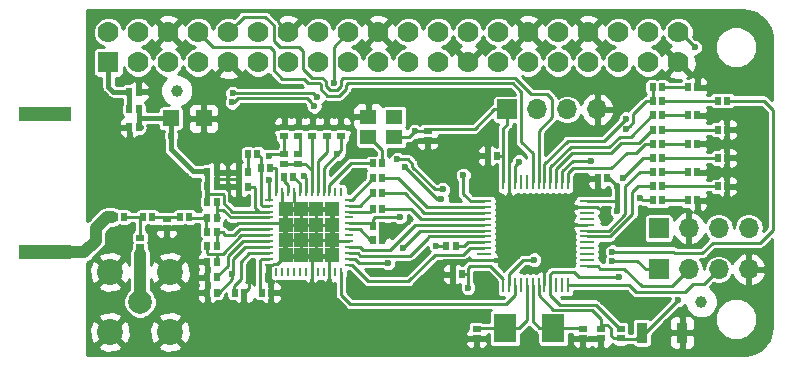
<source format=gtl>
G04 #@! TF.GenerationSoftware,KiCad,Pcbnew,5.0.0-rc2-unknown-fc71fc6~65~ubuntu16.04.1*
G04 #@! TF.CreationDate,2018-06-08T12:28:42+02:00*
G04 #@! TF.ProjectId,mmdvm_hs-hat,6D6D64766D5F68732D6861742E6B6963,1.7*
G04 #@! TF.SameCoordinates,Original*
G04 #@! TF.FileFunction,Copper,L1,Top,Signal*
G04 #@! TF.FilePolarity,Positive*
%FSLAX46Y46*%
G04 Gerber Fmt 4.6, Leading zero omitted, Abs format (unit mm)*
G04 Created by KiCad (PCBNEW 5.0.0-rc2-unknown-fc71fc6~65~ubuntu16.04.1) date Fri Jun  8 12:28:42 2018*
%MOMM*%
%LPD*%
G01*
G04 APERTURE LIST*
G04 #@! TA.AperFunction,ComponentPad*
%ADD10O,1.700000X1.700000*%
G04 #@! TD*
G04 #@! TA.AperFunction,ComponentPad*
%ADD11R,1.700000X1.700000*%
G04 #@! TD*
G04 #@! TA.AperFunction,SMDPad,CuDef*
%ADD12R,1.400000X1.200000*%
G04 #@! TD*
G04 #@! TA.AperFunction,SMDPad,CuDef*
%ADD13R,0.575000X0.650000*%
G04 #@! TD*
G04 #@! TA.AperFunction,BGAPad,CuDef*
%ADD14C,1.000000*%
G04 #@! TD*
G04 #@! TA.AperFunction,SMDPad,CuDef*
%ADD15R,0.650000X0.575000*%
G04 #@! TD*
G04 #@! TA.AperFunction,SMDPad,CuDef*
%ADD16R,1.360000X1.400000*%
G04 #@! TD*
G04 #@! TA.AperFunction,ComponentPad*
%ADD17C,2.000000*%
G04 #@! TD*
G04 #@! TA.AperFunction,ComponentPad*
%ADD18C,2.200000*%
G04 #@! TD*
G04 #@! TA.AperFunction,SMDPad,CuDef*
%ADD19R,0.900000X1.700000*%
G04 #@! TD*
G04 #@! TA.AperFunction,SMDPad,CuDef*
%ADD20R,0.700000X0.250000*%
G04 #@! TD*
G04 #@! TA.AperFunction,SMDPad,CuDef*
%ADD21R,0.250000X0.700000*%
G04 #@! TD*
G04 #@! TA.AperFunction,SMDPad,CuDef*
%ADD22R,1.287500X1.287500*%
G04 #@! TD*
G04 #@! TA.AperFunction,SMDPad,CuDef*
%ADD23R,0.250000X1.300000*%
G04 #@! TD*
G04 #@! TA.AperFunction,SMDPad,CuDef*
%ADD24R,1.300000X0.250000*%
G04 #@! TD*
G04 #@! TA.AperFunction,SMDPad,CuDef*
%ADD25R,1.900000X2.400000*%
G04 #@! TD*
G04 #@! TA.AperFunction,ComponentPad*
%ADD26R,1.778000X1.778000*%
G04 #@! TD*
G04 #@! TA.AperFunction,ComponentPad*
%ADD27C,1.778000*%
G04 #@! TD*
G04 #@! TA.AperFunction,SMDPad,CuDef*
%ADD28R,4.500000X1.300000*%
G04 #@! TD*
G04 #@! TA.AperFunction,ViaPad*
%ADD29C,0.600000*%
G04 #@! TD*
G04 #@! TA.AperFunction,Conductor*
%ADD30C,0.250000*%
G04 #@! TD*
G04 #@! TA.AperFunction,Conductor*
%ADD31C,0.500000*%
G04 #@! TD*
G04 #@! TA.AperFunction,Conductor*
%ADD32C,0.400000*%
G04 #@! TD*
G04 #@! TA.AperFunction,Conductor*
%ADD33C,1.000000*%
G04 #@! TD*
G04 #@! TA.AperFunction,Conductor*
%ADD34C,0.254000*%
G04 #@! TD*
G04 APERTURE END LIST*
D10*
G04 #@! TO.P,P2,4*
G04 #@! TO.N,GND*
X218038680Y-128045720D03*
G04 #@! TO.P,P2,3*
G04 #@! TO.N,DISP_TXD*
X215498680Y-128045720D03*
G04 #@! TO.P,P2,2*
G04 #@! TO.N,DISP_RXD*
X212958680Y-128045720D03*
D11*
G04 #@! TO.P,P2,1*
G04 #@! TO.N,+5V*
X210418680Y-128045720D03*
G04 #@! TD*
D12*
G04 #@! TO.P,X1,1*
G04 #@! TO.N,Net-(X1-Pad1)*
X188023680Y-115136560D03*
G04 #@! TO.P,X1,2*
G04 #@! TO.N,GND*
X185823680Y-115136560D03*
G04 #@! TO.P,X1,3*
G04 #@! TO.N,Net-(C18-Pad1)*
X185823680Y-116836560D03*
G04 #@! TO.P,X1,4*
G04 #@! TO.N,VDD*
X188023680Y-116836560D03*
G04 #@! TD*
D13*
G04 #@! TO.P,C3,2*
G04 #@! TO.N,GND*
X172987500Y-119800000D03*
G04 #@! TO.P,C3,1*
G04 #@! TO.N,VDD*
X172212500Y-119800000D03*
G04 #@! TD*
D14*
G04 #@! TO.P,,~*
G04 #@! TO.N,N/C*
X169600880Y-112897920D03*
G04 #@! TD*
D13*
G04 #@! TO.P,C4,2*
G04 #@! TO.N,Net-(C4-Pad2)*
X172212500Y-123650000D03*
G04 #@! TO.P,C4,1*
G04 #@! TO.N,Net-(C4-Pad1)*
X172987500Y-123650000D03*
G04 #@! TD*
G04 #@! TO.P,C5,1*
G04 #@! TO.N,Net-(C5-Pad1)*
X172987500Y-124850000D03*
G04 #@! TO.P,C5,2*
G04 #@! TO.N,Net-(C4-Pad2)*
X172212500Y-124850000D03*
G04 #@! TD*
G04 #@! TO.P,C2,1*
G04 #@! TO.N,VDD*
X172212500Y-121000000D03*
G04 #@! TO.P,C2,2*
G04 #@! TO.N,GND*
X172987500Y-121000000D03*
G04 #@! TD*
G04 #@! TO.P,C31,2*
G04 #@! TO.N,GND*
X165612500Y-116000000D03*
G04 #@! TO.P,C31,1*
G04 #@! TO.N,VDD*
X166387500Y-116000000D03*
G04 #@! TD*
D15*
G04 #@! TO.P,C1,1*
G04 #@! TO.N,Net-(C1-Pad1)*
X168750000Y-123762500D03*
G04 #@! TO.P,C1,2*
G04 #@! TO.N,GND*
X168750000Y-124537500D03*
G04 #@! TD*
D13*
G04 #@! TO.P,C6,2*
G04 #@! TO.N,GND*
X172212500Y-127400000D03*
G04 #@! TO.P,C6,1*
G04 #@! TO.N,Net-(C6-Pad1)*
X172987500Y-127400000D03*
G04 #@! TD*
G04 #@! TO.P,C7,1*
G04 #@! TO.N,VDD*
X172987500Y-130000000D03*
G04 #@! TO.P,C7,2*
G04 #@! TO.N,GND*
X172212500Y-130000000D03*
G04 #@! TD*
G04 #@! TO.P,C8,2*
G04 #@! TO.N,GND*
X174885200Y-119809260D03*
G04 #@! TO.P,C8,1*
G04 #@! TO.N,Net-(C8-Pad1)*
X175660200Y-119809260D03*
G04 #@! TD*
G04 #@! TO.P,C9,1*
G04 #@! TO.N,VDD*
X175659280Y-121044920D03*
G04 #@! TO.P,C9,2*
G04 #@! TO.N,GND*
X174884280Y-121044920D03*
G04 #@! TD*
G04 #@! TO.P,C10,2*
G04 #@! TO.N,GND*
X177587500Y-130000000D03*
G04 #@! TO.P,C10,1*
G04 #@! TO.N,Net-(C10-Pad1)*
X176812500Y-130000000D03*
G04 #@! TD*
G04 #@! TO.P,C11,1*
G04 #@! TO.N,Net-(C11-Pad1)*
X177494080Y-119481600D03*
G04 #@! TO.P,C11,2*
G04 #@! TO.N,Net-(C11-Pad2)*
X176719080Y-119481600D03*
G04 #@! TD*
D15*
G04 #@! TO.P,C13,2*
G04 #@! TO.N,GND*
X179902410Y-116004880D03*
G04 #@! TO.P,C13,1*
G04 #@! TO.N,Net-(C13-Pad1)*
X179902410Y-116779880D03*
G04 #@! TD*
G04 #@! TO.P,C14,1*
G04 #@! TO.N,Net-(C14-Pad1)*
X181104820Y-116779880D03*
G04 #@! TO.P,C14,2*
G04 #@! TO.N,GND*
X181104820Y-116004880D03*
G04 #@! TD*
G04 #@! TO.P,C15,2*
G04 #@! TO.N,Net-(C15-Pad2)*
X182307230Y-116779880D03*
G04 #@! TO.P,C15,1*
G04 #@! TO.N,GND*
X182307230Y-116004880D03*
G04 #@! TD*
D13*
G04 #@! TO.P,C29,1*
G04 #@! TO.N,+3V3*
X165612500Y-113000000D03*
G04 #@! TO.P,C29,2*
G04 #@! TO.N,GND*
X166387500Y-113000000D03*
G04 #@! TD*
G04 #@! TO.P,C28,2*
G04 #@! TO.N,Net-(AE1-Pad1)*
X164362500Y-123600000D03*
G04 #@! TO.P,C28,1*
G04 #@! TO.N,RF*
X165137500Y-123600000D03*
G04 #@! TD*
D15*
G04 #@! TO.P,C27,1*
G04 #@! TO.N,Net-(C27-Pad1)*
X166500000Y-126137500D03*
G04 #@! TO.P,C27,2*
G04 #@! TO.N,RF*
X166500000Y-125362500D03*
G04 #@! TD*
D13*
G04 #@! TO.P,C26,2*
G04 #@! TO.N,GND*
X195937900Y-118424960D03*
G04 #@! TO.P,C26,1*
G04 #@! TO.N,VDD*
X196712900Y-118424960D03*
G04 #@! TD*
G04 #@! TO.P,C25,1*
G04 #@! TO.N,VDD*
X206053840Y-120329960D03*
G04 #@! TO.P,C25,2*
G04 #@! TO.N,GND*
X205278840Y-120329960D03*
G04 #@! TD*
G04 #@! TO.P,C24,2*
G04 #@! TO.N,GND*
X192995400Y-128437640D03*
G04 #@! TO.P,C24,1*
G04 #@! TO.N,VDD*
X193770400Y-128437640D03*
G04 #@! TD*
D15*
G04 #@! TO.P,C23,1*
G04 #@! TO.N,GND*
X204000000Y-133887500D03*
G04 #@! TO.P,C23,2*
G04 #@! TO.N,Net-(C23-Pad2)*
X204000000Y-133112500D03*
G04 #@! TD*
D13*
G04 #@! TO.P,C22,2*
G04 #@! TO.N,VDD*
X186212500Y-124350780D03*
G04 #@! TO.P,C22,1*
G04 #@! TO.N,GND*
X186987500Y-124350780D03*
G04 #@! TD*
D15*
G04 #@! TO.P,C21,1*
G04 #@! TO.N,GND*
X195000000Y-133887500D03*
G04 #@! TO.P,C21,2*
G04 #@! TO.N,Net-(C21-Pad2)*
X195000000Y-133112500D03*
G04 #@! TD*
D13*
G04 #@! TO.P,C20,2*
G04 #@! TO.N,Net-(C20-Pad2)*
X186212500Y-125550000D03*
G04 #@! TO.P,C20,1*
G04 #@! TO.N,GND*
X186987500Y-125550000D03*
G04 #@! TD*
D15*
G04 #@! TO.P,C19,1*
G04 #@! TO.N,VDD*
X190850000Y-116312500D03*
G04 #@! TO.P,C19,2*
G04 #@! TO.N,GND*
X190850000Y-117087500D03*
G04 #@! TD*
D13*
G04 #@! TO.P,C18,2*
G04 #@! TO.N,Net-(C18-Pad2)*
X186212500Y-119050000D03*
G04 #@! TO.P,C18,1*
G04 #@! TO.N,Net-(C18-Pad1)*
X186987500Y-119050000D03*
G04 #@! TD*
D15*
G04 #@! TO.P,C17,1*
G04 #@! TO.N,VDD*
X183509640Y-116779880D03*
G04 #@! TO.P,C17,2*
G04 #@! TO.N,GND*
X183509640Y-116004880D03*
G04 #@! TD*
G04 #@! TO.P,C12,2*
G04 #@! TO.N,GND*
X178700000Y-116004880D03*
G04 #@! TO.P,C12,1*
G04 #@! TO.N,Net-(C12-Pad1)*
X178700000Y-116779880D03*
G04 #@! TD*
G04 #@! TO.P,C16,1*
G04 #@! TO.N,NRST*
X205500000Y-133112500D03*
G04 #@! TO.P,C16,2*
G04 #@! TO.N,GND*
X205500000Y-133887500D03*
G04 #@! TD*
D16*
G04 #@! TO.P,C30,1*
G04 #@! TO.N,VDD*
X169120000Y-115250000D03*
G04 #@! TO.P,C30,2*
G04 #@! TO.N,GND*
X171880000Y-115250000D03*
G04 #@! TD*
D11*
G04 #@! TO.P,P1,1*
G04 #@! TO.N,VDD*
X210418680Y-124543820D03*
D10*
G04 #@! TO.P,P1,2*
G04 #@! TO.N,GND*
X212958680Y-124543820D03*
G04 #@! TO.P,P1,3*
G04 #@! TO.N,SCL*
X215498680Y-124543820D03*
G04 #@! TO.P,P1,4*
G04 #@! TO.N,SDA*
X218038680Y-124543820D03*
G04 #@! TD*
D11*
G04 #@! TO.P,P4,1*
G04 #@! TO.N,VDD*
X197596760Y-114503200D03*
D10*
G04 #@! TO.P,P4,2*
G04 #@! TO.N,SWDIO*
X200136760Y-114503200D03*
G04 #@! TO.P,P4,3*
G04 #@! TO.N,SWCLK*
X202676760Y-114503200D03*
G04 #@! TO.P,P4,4*
G04 #@! TO.N,GND*
X205216760Y-114503200D03*
G04 #@! TD*
D13*
G04 #@! TO.P,L6,2*
G04 #@! TO.N,Net-(L6-Pad2)*
X179487500Y-120200000D03*
G04 #@! TO.P,L6,1*
G04 #@! TO.N,Net-(L6-Pad1)*
X178712500Y-120200000D03*
G04 #@! TD*
G04 #@! TO.P,L5,1*
G04 #@! TO.N,+3V3*
X165612500Y-114500000D03*
G04 #@! TO.P,L5,2*
G04 #@! TO.N,VDD*
X166387500Y-114500000D03*
G04 #@! TD*
G04 #@! TO.P,L4,2*
G04 #@! TO.N,Net-(C5-Pad1)*
X172985580Y-126065280D03*
G04 #@! TO.P,L4,1*
G04 #@! TO.N,Net-(C6-Pad1)*
X172210580Y-126065280D03*
G04 #@! TD*
G04 #@! TO.P,L3,1*
G04 #@! TO.N,Net-(C4-Pad1)*
X172987500Y-122350000D03*
G04 #@! TO.P,L3,2*
G04 #@! TO.N,VDD*
X172212500Y-122350000D03*
G04 #@! TD*
G04 #@! TO.P,L2,2*
G04 #@! TO.N,Net-(C4-Pad2)*
X170687500Y-123600000D03*
G04 #@! TO.P,L2,1*
G04 #@! TO.N,Net-(C1-Pad1)*
X169912500Y-123600000D03*
G04 #@! TD*
G04 #@! TO.P,L1,1*
G04 #@! TO.N,RF*
X166762500Y-123600000D03*
G04 #@! TO.P,L1,2*
G04 #@! TO.N,Net-(C1-Pad1)*
X167537500Y-123600000D03*
G04 #@! TD*
G04 #@! TO.P,D9,1*
G04 #@! TO.N,GND*
X213687500Y-122200000D03*
G04 #@! TO.P,D9,2*
G04 #@! TO.N,Net-(D9-Pad2)*
X212912500Y-122200000D03*
G04 #@! TD*
G04 #@! TO.P,D7,2*
G04 #@! TO.N,Net-(D7-Pad2)*
X212912500Y-119800000D03*
G04 #@! TO.P,D7,1*
G04 #@! TO.N,GND*
X213687500Y-119800000D03*
G04 #@! TD*
G04 #@! TO.P,D6,1*
G04 #@! TO.N,GND*
X216187500Y-118600000D03*
G04 #@! TO.P,D6,2*
G04 #@! TO.N,Net-(D6-Pad2)*
X215412500Y-118600000D03*
G04 #@! TD*
G04 #@! TO.P,D5,2*
G04 #@! TO.N,Net-(D5-Pad2)*
X212912500Y-117400000D03*
G04 #@! TO.P,D5,1*
G04 #@! TO.N,GND*
X213687500Y-117400000D03*
G04 #@! TD*
G04 #@! TO.P,D4,1*
G04 #@! TO.N,GND*
X216187500Y-116200000D03*
G04 #@! TO.P,D4,2*
G04 #@! TO.N,Net-(D4-Pad2)*
X215412500Y-116200000D03*
G04 #@! TD*
G04 #@! TO.P,D3,2*
G04 #@! TO.N,Net-(D3-Pad2)*
X212912500Y-115000000D03*
G04 #@! TO.P,D3,1*
G04 #@! TO.N,GND*
X213687500Y-115000000D03*
G04 #@! TD*
G04 #@! TO.P,D2,1*
G04 #@! TO.N,GND*
X213687500Y-112600000D03*
G04 #@! TO.P,D2,2*
G04 #@! TO.N,Net-(D2-Pad2)*
X212912500Y-112600000D03*
G04 #@! TD*
G04 #@! TO.P,D8,2*
G04 #@! TO.N,Net-(D8-Pad2)*
X215412500Y-121000000D03*
G04 #@! TO.P,D8,1*
G04 #@! TO.N,GND*
X216187500Y-121000000D03*
G04 #@! TD*
G04 #@! TO.P,D1,1*
G04 #@! TO.N,SERVICE*
X216187500Y-113750000D03*
G04 #@! TO.P,D1,2*
G04 #@! TO.N,Net-(D1-Pad2)*
X215412500Y-113750000D03*
G04 #@! TD*
G04 #@! TO.P,R9,1*
G04 #@! TO.N,DATAIN*
X186987500Y-121600000D03*
G04 #@! TO.P,R9,2*
G04 #@! TO.N,Net-(R9-Pad2)*
X186212500Y-121600000D03*
G04 #@! TD*
D15*
G04 #@! TO.P,R7,2*
G04 #@! TO.N,VDD*
X207200000Y-133112500D03*
G04 #@! TO.P,R7,1*
G04 #@! TO.N,NRST*
X207200000Y-133887500D03*
G04 #@! TD*
D13*
G04 #@! TO.P,R10,1*
G04 #@! TO.N,DATAOUT*
X186987500Y-122900000D03*
G04 #@! TO.P,R10,2*
G04 #@! TO.N,Net-(R10-Pad2)*
X186212500Y-122900000D03*
G04 #@! TD*
G04 #@! TO.P,R12,2*
G04 #@! TO.N,COS_LED*
X209912500Y-115000000D03*
G04 #@! TO.P,R12,1*
G04 #@! TO.N,Net-(D3-Pad2)*
X210687500Y-115000000D03*
G04 #@! TD*
G04 #@! TO.P,R8,1*
G04 #@! TO.N,CLKOUT*
X186987500Y-120300000D03*
G04 #@! TO.P,R8,2*
G04 #@! TO.N,Net-(R8-Pad2)*
X186212500Y-120300000D03*
G04 #@! TD*
D15*
G04 #@! TO.P,R6,2*
G04 #@! TO.N,Net-(C13-Pad1)*
X179902410Y-118312500D03*
G04 #@! TO.P,R6,1*
G04 #@! TO.N,Net-(C14-Pad1)*
X179902410Y-119087500D03*
G04 #@! TD*
G04 #@! TO.P,R5,1*
G04 #@! TO.N,Net-(C14-Pad1)*
X178700000Y-119087500D03*
G04 #@! TO.P,R5,2*
G04 #@! TO.N,Net-(C12-Pad1)*
X178700000Y-118312500D03*
G04 #@! TD*
D13*
G04 #@! TO.P,R4,2*
G04 #@! TO.N,Net-(C8-Pad1)*
X175664980Y-118280180D03*
G04 #@! TO.P,R4,1*
G04 #@! TO.N,Net-(C11-Pad2)*
X176439980Y-118280180D03*
G04 #@! TD*
G04 #@! TO.P,R3,1*
G04 #@! TO.N,Net-(R3-Pad1)*
X174512500Y-130000000D03*
G04 #@! TO.P,R3,2*
G04 #@! TO.N,GND*
X175287500Y-130000000D03*
G04 #@! TD*
G04 #@! TO.P,R11,2*
G04 #@! TO.N,VDD*
X209912500Y-112600000D03*
G04 #@! TO.P,R11,1*
G04 #@! TO.N,Net-(D2-Pad2)*
X210687500Y-112600000D03*
G04 #@! TD*
G04 #@! TO.P,R13,1*
G04 #@! TO.N,Net-(D4-Pad2)*
X210687500Y-116200000D03*
G04 #@! TO.P,R13,2*
G04 #@! TO.N,PTT_LED*
X209912500Y-116200000D03*
G04 #@! TD*
G04 #@! TO.P,R14,2*
G04 #@! TO.N,DSTAR_LED*
X209912500Y-117400000D03*
G04 #@! TO.P,R14,1*
G04 #@! TO.N,Net-(D5-Pad2)*
X210687500Y-117400000D03*
G04 #@! TD*
G04 #@! TO.P,R15,1*
G04 #@! TO.N,Net-(D6-Pad2)*
X210687500Y-118600000D03*
G04 #@! TO.P,R15,2*
G04 #@! TO.N,DMR_LED*
X209912500Y-118600000D03*
G04 #@! TD*
G04 #@! TO.P,R16,2*
G04 #@! TO.N,YSF_LED*
X209912500Y-119800000D03*
G04 #@! TO.P,R16,1*
G04 #@! TO.N,Net-(D7-Pad2)*
X210687500Y-119800000D03*
G04 #@! TD*
G04 #@! TO.P,R17,1*
G04 #@! TO.N,Net-(D8-Pad2)*
X210687500Y-121000000D03*
G04 #@! TO.P,R17,2*
G04 #@! TO.N,P25_LED*
X209912500Y-121000000D03*
G04 #@! TD*
G04 #@! TO.P,R18,2*
G04 #@! TO.N,Net-(D1-Pad2)*
X210687500Y-113800000D03*
G04 #@! TO.P,R18,1*
G04 #@! TO.N,VDD*
X209912500Y-113800000D03*
G04 #@! TD*
G04 #@! TO.P,R19,1*
G04 #@! TO.N,Net-(D9-Pad2)*
X210687500Y-122200000D03*
G04 #@! TO.P,R19,2*
G04 #@! TO.N,NXDN_LED*
X209912500Y-122200000D03*
G04 #@! TD*
G04 #@! TO.P,R2,2*
G04 #@! TO.N,GND*
X172212500Y-128700000D03*
G04 #@! TO.P,R2,1*
G04 #@! TO.N,Net-(R2-Pad1)*
X172987500Y-128700000D03*
G04 #@! TD*
G04 #@! TO.P,R1,1*
G04 #@! TO.N,BOOT0*
X193219220Y-126044960D03*
G04 #@! TO.P,R1,2*
G04 #@! TO.N,Net-(PI1-Pad38)*
X192444220Y-126044960D03*
G04 #@! TD*
D14*
G04 #@! TO.P,,~*
G04 #@! TO.N,N/C*
X214025480Y-130789680D03*
G04 #@! TD*
D17*
G04 #@! TO.P,P3,1*
G04 #@! TO.N,Net-(C27-Pad1)*
X166500000Y-130800000D03*
D18*
G04 #@! TO.P,P3,2*
G04 #@! TO.N,GND*
X169040000Y-133340000D03*
X169040000Y-128260000D03*
X163960000Y-128260000D03*
X163960000Y-133340000D03*
G04 #@! TD*
D19*
G04 #@! TO.P,SW1,2*
G04 #@! TO.N,GND*
X212400000Y-133400000D03*
G04 #@! TO.P,SW1,1*
G04 #@! TO.N,NRST*
X209000000Y-133400000D03*
G04 #@! TD*
D20*
G04 #@! TO.P,U1,1*
G04 #@! TO.N,Net-(C12-Pad1)*
X177393750Y-122143750D03*
G04 #@! TO.P,U1,2*
G04 #@! TO.N,Net-(C11-Pad2)*
X177393750Y-122643750D03*
G04 #@! TO.P,U1,3*
G04 #@! TO.N,VDD*
X177393750Y-123143750D03*
G04 #@! TO.P,U1,4*
G04 #@! TO.N,Net-(C4-Pad1)*
X177393750Y-123643750D03*
G04 #@! TO.P,U1,5*
G04 #@! TO.N,GND*
X177393750Y-124143750D03*
G04 #@! TO.P,U1,6*
G04 #@! TO.N,Net-(C5-Pad1)*
X177393750Y-124643750D03*
G04 #@! TO.P,U1,7*
G04 #@! TO.N,Net-(C6-Pad1)*
X177393750Y-125143750D03*
G04 #@! TO.P,U1,8*
G04 #@! TO.N,Net-(R2-Pad1)*
X177393750Y-125643750D03*
G04 #@! TO.P,U1,9*
G04 #@! TO.N,VDD*
X177393750Y-126143750D03*
G04 #@! TO.P,U1,10*
G04 #@! TO.N,Net-(R3-Pad1)*
X177393750Y-126643750D03*
G04 #@! TO.P,U1,11*
G04 #@! TO.N,Net-(C10-Pad1)*
X177393750Y-127143750D03*
G04 #@! TO.P,U1,12*
G04 #@! TO.N,GND*
X177393750Y-127643750D03*
D21*
G04 #@! TO.P,U1,13*
G04 #@! TO.N,Net-(U1-Pad13)*
X178043750Y-128293750D03*
G04 #@! TO.P,U1,14*
G04 #@! TO.N,Net-(U1-Pad14)*
X178543750Y-128293750D03*
G04 #@! TO.P,U1,15*
G04 #@! TO.N,Net-(U1-Pad15)*
X179043750Y-128293750D03*
G04 #@! TO.P,U1,16*
G04 #@! TO.N,Net-(U1-Pad16)*
X179543750Y-128293750D03*
G04 #@! TO.P,U1,17*
G04 #@! TO.N,Net-(U1-Pad17)*
X180043750Y-128293750D03*
G04 #@! TO.P,U1,18*
G04 #@! TO.N,Net-(U1-Pad18)*
X180543750Y-128293750D03*
G04 #@! TO.P,U1,19*
G04 #@! TO.N,GND*
X181043750Y-128293750D03*
G04 #@! TO.P,U1,20*
G04 #@! TO.N,Net-(U1-Pad20)*
X181543750Y-128293750D03*
G04 #@! TO.P,U1,21*
G04 #@! TO.N,Net-(U1-Pad21)*
X182043750Y-128293750D03*
G04 #@! TO.P,U1,22*
G04 #@! TO.N,GND*
X182543750Y-128293750D03*
G04 #@! TO.P,U1,23*
G04 #@! TO.N,Net-(U1-Pad23)*
X183043750Y-128293750D03*
G04 #@! TO.P,U1,24*
G04 #@! TO.N,CE*
X183543750Y-128293750D03*
D20*
G04 #@! TO.P,U1,25*
G04 #@! TO.N,SLE*
X184193750Y-127643750D03*
G04 #@! TO.P,U1,26*
G04 #@! TO.N,SDATA*
X184193750Y-127143750D03*
G04 #@! TO.P,U1,27*
G04 #@! TO.N,SREAD*
X184193750Y-126643750D03*
G04 #@! TO.P,U1,28*
G04 #@! TO.N,SCLK*
X184193750Y-126143750D03*
G04 #@! TO.P,U1,29*
G04 #@! TO.N,GND*
X184193750Y-125643750D03*
G04 #@! TO.P,U1,30*
G04 #@! TO.N,Net-(U1-Pad30)*
X184193750Y-125143750D03*
G04 #@! TO.P,U1,31*
G04 #@! TO.N,Net-(C20-Pad2)*
X184193750Y-124643750D03*
G04 #@! TO.P,U1,32*
G04 #@! TO.N,VDD*
X184193750Y-124143750D03*
G04 #@! TO.P,U1,33*
G04 #@! TO.N,Net-(U1-Pad33)*
X184193750Y-123643750D03*
G04 #@! TO.P,U1,34*
G04 #@! TO.N,Net-(R10-Pad2)*
X184193750Y-123143750D03*
G04 #@! TO.P,U1,35*
G04 #@! TO.N,Net-(R9-Pad2)*
X184193750Y-122643750D03*
G04 #@! TO.P,U1,36*
G04 #@! TO.N,Net-(R8-Pad2)*
X184193750Y-122143750D03*
D21*
G04 #@! TO.P,U1,37*
G04 #@! TO.N,Net-(U1-Pad37)*
X183543750Y-121493750D03*
G04 #@! TO.P,U1,38*
G04 #@! TO.N,Net-(U1-Pad38)*
X183043750Y-121493750D03*
G04 #@! TO.P,U1,39*
G04 #@! TO.N,Net-(C18-Pad2)*
X182543750Y-121493750D03*
G04 #@! TO.P,U1,40*
G04 #@! TO.N,VDD*
X182043750Y-121493750D03*
G04 #@! TO.P,U1,41*
G04 #@! TO.N,Net-(C15-Pad2)*
X181543750Y-121493750D03*
G04 #@! TO.P,U1,42*
G04 #@! TO.N,Net-(C14-Pad1)*
X181043750Y-121493750D03*
G04 #@! TO.P,U1,43*
G04 #@! TO.N,VDD*
X180543750Y-121493750D03*
G04 #@! TO.P,U1,44*
G04 #@! TO.N,Net-(L6-Pad2)*
X180043750Y-121493750D03*
G04 #@! TO.P,U1,45*
G04 #@! TO.N,GND*
X179543750Y-121493750D03*
G04 #@! TO.P,U1,46*
G04 #@! TO.N,Net-(L6-Pad1)*
X179043750Y-121493750D03*
G04 #@! TO.P,U1,47*
G04 #@! TO.N,GND*
X178543750Y-121493750D03*
G04 #@! TO.P,U1,48*
G04 #@! TO.N,Net-(C11-Pad1)*
X178043750Y-121493750D03*
D22*
G04 #@! TO.P,U1,49*
G04 #@! TO.N,GND*
X182725000Y-126825000D03*
X182725000Y-125537500D03*
X182725000Y-124250000D03*
X182725000Y-122962500D03*
X181437500Y-126825000D03*
X181437500Y-125537500D03*
X181437500Y-124250000D03*
X181437500Y-122962500D03*
X180150000Y-126825000D03*
X180150000Y-125537500D03*
X180150000Y-124250000D03*
X180150000Y-122962500D03*
X178862500Y-126825000D03*
X178862500Y-125537500D03*
X178862500Y-124250000D03*
X178862500Y-122962500D03*
G04 #@! TD*
D23*
G04 #@! TO.P,U2,1*
G04 #@! TO.N,VDD*
X197250000Y-129350000D03*
G04 #@! TO.P,U2,2*
G04 #@! TO.N,SERVICE*
X197750000Y-129350000D03*
G04 #@! TO.P,U2,3*
G04 #@! TO.N,CE*
X198250000Y-129350000D03*
G04 #@! TO.P,U2,4*
G04 #@! TO.N,Net-(U2-Pad4)*
X198750000Y-129350000D03*
G04 #@! TO.P,U2,5*
G04 #@! TO.N,Net-(C21-Pad2)*
X199250000Y-129350000D03*
G04 #@! TO.P,U2,6*
G04 #@! TO.N,Net-(C23-Pad2)*
X199750000Y-129350000D03*
G04 #@! TO.P,U2,7*
G04 #@! TO.N,NRST*
X200250000Y-129350000D03*
G04 #@! TO.P,U2,8*
G04 #@! TO.N,GND*
X200750000Y-129350000D03*
G04 #@! TO.P,U2,9*
G04 #@! TO.N,VDD*
X201250000Y-129350000D03*
G04 #@! TO.P,U2,10*
G04 #@! TO.N,Net-(U2-Pad10)*
X201750000Y-129350000D03*
G04 #@! TO.P,U2,11*
G04 #@! TO.N,Net-(U2-Pad11)*
X202250000Y-129350000D03*
G04 #@! TO.P,U2,12*
G04 #@! TO.N,DISP_TXD*
X202750000Y-129350000D03*
D24*
G04 #@! TO.P,U2,13*
G04 #@! TO.N,DISP_RXD*
X204350000Y-127750000D03*
G04 #@! TO.P,U2,14*
G04 #@! TO.N,Net-(U2-Pad14)*
X204350000Y-127250000D03*
G04 #@! TO.P,U2,15*
G04 #@! TO.N,Net-(U2-Pad15)*
X204350000Y-126750000D03*
G04 #@! TO.P,U2,16*
G04 #@! TO.N,Net-(U2-Pad16)*
X204350000Y-126250000D03*
G04 #@! TO.P,U2,17*
G04 #@! TO.N,Net-(U2-Pad17)*
X204350000Y-125750000D03*
G04 #@! TO.P,U2,18*
G04 #@! TO.N,P25_LED*
X204350000Y-125250000D03*
G04 #@! TO.P,U2,19*
G04 #@! TO.N,YSF_LED*
X204350000Y-124750000D03*
G04 #@! TO.P,U2,20*
G04 #@! TO.N,GND*
X204350000Y-124250000D03*
G04 #@! TO.P,U2,21*
G04 #@! TO.N,Net-(U2-Pad21)*
X204350000Y-123750000D03*
G04 #@! TO.P,U2,22*
G04 #@! TO.N,Net-(U2-Pad22)*
X204350000Y-123250000D03*
G04 #@! TO.P,U2,23*
G04 #@! TO.N,GND*
X204350000Y-122750000D03*
G04 #@! TO.P,U2,24*
G04 #@! TO.N,VDD*
X204350000Y-122250000D03*
D23*
G04 #@! TO.P,U2,25*
G04 #@! TO.N,DSTAR_LED*
X202750000Y-120650000D03*
G04 #@! TO.P,U2,26*
G04 #@! TO.N,DMR_LED*
X202250000Y-120650000D03*
G04 #@! TO.P,U2,27*
G04 #@! TO.N,PTT_LED*
X201750000Y-120650000D03*
G04 #@! TO.P,U2,28*
G04 #@! TO.N,COS_LED*
X201250000Y-120650000D03*
G04 #@! TO.P,U2,29*
G04 #@! TO.N,NXDN_LED*
X200750000Y-120650000D03*
G04 #@! TO.P,U2,30*
G04 #@! TO.N,TXD*
X200250000Y-120650000D03*
G04 #@! TO.P,U2,31*
G04 #@! TO.N,RXD*
X199750000Y-120650000D03*
G04 #@! TO.P,U2,32*
G04 #@! TO.N,Net-(U2-Pad32)*
X199250000Y-120650000D03*
G04 #@! TO.P,U2,33*
G04 #@! TO.N,Net-(U2-Pad33)*
X198750000Y-120650000D03*
G04 #@! TO.P,U2,34*
G04 #@! TO.N,SWDIO*
X198250000Y-120650000D03*
G04 #@! TO.P,U2,35*
G04 #@! TO.N,GND*
X197750000Y-120650000D03*
G04 #@! TO.P,U2,36*
G04 #@! TO.N,VDD*
X197250000Y-120650000D03*
D24*
G04 #@! TO.P,U2,37*
G04 #@! TO.N,SWCLK*
X195650000Y-122250000D03*
G04 #@! TO.P,U2,38*
G04 #@! TO.N,CLKOUT*
X195650000Y-122750000D03*
G04 #@! TO.P,U2,39*
G04 #@! TO.N,DATAIN*
X195650000Y-123250000D03*
G04 #@! TO.P,U2,40*
G04 #@! TO.N,DATAOUT*
X195650000Y-123750000D03*
G04 #@! TO.P,U2,41*
G04 #@! TO.N,SCLK*
X195650000Y-124250000D03*
G04 #@! TO.P,U2,42*
G04 #@! TO.N,SDATA*
X195650000Y-124750000D03*
G04 #@! TO.P,U2,43*
G04 #@! TO.N,SREAD*
X195650000Y-125250000D03*
G04 #@! TO.P,U2,44*
G04 #@! TO.N,BOOT0*
X195650000Y-125750000D03*
G04 #@! TO.P,U2,45*
G04 #@! TO.N,SLE*
X195650000Y-126250000D03*
G04 #@! TO.P,U2,46*
G04 #@! TO.N,Net-(U2-Pad46)*
X195650000Y-126750000D03*
G04 #@! TO.P,U2,47*
G04 #@! TO.N,GND*
X195650000Y-127250000D03*
G04 #@! TO.P,U2,48*
G04 #@! TO.N,VDD*
X195650000Y-127750000D03*
G04 #@! TD*
D25*
G04 #@! TO.P,Y1,2*
G04 #@! TO.N,Net-(C23-Pad2)*
X201500000Y-133000000D03*
G04 #@! TO.P,Y1,1*
G04 #@! TO.N,Net-(C21-Pad2)*
X197400000Y-133000000D03*
G04 #@! TD*
D26*
G04 #@! TO.P,PI1,1*
G04 #@! TO.N,+3V3*
X163830000Y-110507121D03*
D27*
G04 #@! TO.P,PI1,2*
G04 #@! TO.N,+5V*
X163830000Y-107967121D03*
G04 #@! TO.P,PI1,3*
G04 #@! TO.N,SDA*
X166370000Y-110507121D03*
G04 #@! TO.P,PI1,4*
G04 #@! TO.N,+5V*
X166370000Y-107967121D03*
G04 #@! TO.P,PI1,5*
G04 #@! TO.N,SCL*
X168910000Y-110507121D03*
G04 #@! TO.P,PI1,6*
G04 #@! TO.N,GND*
X168910000Y-107967121D03*
G04 #@! TO.P,PI1,7*
G04 #@! TO.N,Net-(PI1-Pad7)*
X171450000Y-110507121D03*
G04 #@! TO.P,PI1,8*
G04 #@! TO.N,RXD*
X171450000Y-107967121D03*
G04 #@! TO.P,PI1,9*
G04 #@! TO.N,GND*
X173990000Y-110507121D03*
G04 #@! TO.P,PI1,10*
G04 #@! TO.N,TXD*
X173990000Y-107967121D03*
G04 #@! TO.P,PI1,11*
G04 #@! TO.N,Net-(PI1-Pad11)*
X176530000Y-110507121D03*
G04 #@! TO.P,PI1,12*
G04 #@! TO.N,Net-(PI1-Pad12)*
X176530000Y-107967121D03*
G04 #@! TO.P,PI1,13*
G04 #@! TO.N,Net-(PI1-Pad13)*
X179070000Y-110507121D03*
G04 #@! TO.P,PI1,14*
G04 #@! TO.N,GND*
X179070000Y-107967121D03*
G04 #@! TO.P,PI1,15*
G04 #@! TO.N,Net-(PI1-Pad15)*
X181610000Y-110507121D03*
G04 #@! TO.P,PI1,16*
G04 #@! TO.N,Net-(PI1-Pad16)*
X181610000Y-107967121D03*
G04 #@! TO.P,PI1,17*
G04 #@! TO.N,+3V3*
X184150000Y-110507121D03*
G04 #@! TO.P,PI1,18*
G04 #@! TO.N,Net-(PI1-Pad18)*
X184150000Y-107967121D03*
G04 #@! TO.P,PI1,19*
G04 #@! TO.N,Net-(PI1-Pad19)*
X186690000Y-110507121D03*
G04 #@! TO.P,PI1,20*
G04 #@! TO.N,GND*
X186690000Y-107967121D03*
G04 #@! TO.P,PI1,21*
G04 #@! TO.N,Net-(PI1-Pad21)*
X189230000Y-110507121D03*
G04 #@! TO.P,PI1,22*
G04 #@! TO.N,Net-(PI1-Pad22)*
X189230000Y-107967121D03*
G04 #@! TO.P,PI1,23*
G04 #@! TO.N,Net-(PI1-Pad23)*
X191770000Y-110507121D03*
G04 #@! TO.P,PI1,24*
G04 #@! TO.N,Net-(PI1-Pad24)*
X191770000Y-107967121D03*
G04 #@! TO.P,PI1,25*
G04 #@! TO.N,GND*
X194310000Y-110507121D03*
G04 #@! TO.P,PI1,26*
G04 #@! TO.N,Net-(PI1-Pad26)*
X194310000Y-107967121D03*
G04 #@! TO.P,PI1,27*
G04 #@! TO.N,Net-(PI1-Pad27)*
X196850000Y-110507121D03*
G04 #@! TO.P,PI1,28*
G04 #@! TO.N,Net-(PI1-Pad28)*
X196850000Y-107967121D03*
G04 #@! TO.P,PI1,29*
G04 #@! TO.N,Net-(PI1-Pad29)*
X199390000Y-110507121D03*
G04 #@! TO.P,PI1,30*
G04 #@! TO.N,GND*
X199390000Y-107967121D03*
G04 #@! TO.P,PI1,31*
G04 #@! TO.N,Net-(PI1-Pad31)*
X201930000Y-110507121D03*
G04 #@! TO.P,PI1,32*
G04 #@! TO.N,Net-(PI1-Pad32)*
X201930000Y-107967121D03*
G04 #@! TO.P,PI1,33*
G04 #@! TO.N,Net-(PI1-Pad33)*
X204470000Y-110507121D03*
G04 #@! TO.P,PI1,34*
G04 #@! TO.N,GND*
X204470000Y-107967121D03*
G04 #@! TO.P,PI1,35*
G04 #@! TO.N,Net-(PI1-Pad35)*
X207010000Y-110507121D03*
G04 #@! TO.P,PI1,36*
G04 #@! TO.N,Net-(PI1-Pad36)*
X207010000Y-107967121D03*
G04 #@! TO.P,PI1,37*
G04 #@! TO.N,Net-(PI1-Pad37)*
X209550000Y-110507121D03*
G04 #@! TO.P,PI1,38*
G04 #@! TO.N,Net-(PI1-Pad38)*
X209550000Y-107967121D03*
G04 #@! TO.P,PI1,39*
G04 #@! TO.N,GND*
X212090000Y-110507121D03*
G04 #@! TO.P,PI1,40*
G04 #@! TO.N,NRST*
X212090000Y-107967121D03*
G04 #@! TD*
D28*
G04 #@! TO.P,AE1,1*
G04 #@! TO.N,Net-(AE1-Pad1)*
X158500000Y-126600000D03*
G04 #@! TO.P,AE1,2*
G04 #@! TO.N,Net-(AE1-Pad2)*
X158500000Y-114900000D03*
G04 #@! TD*
D29*
G04 #@! TO.N,GND*
X162273560Y-112500000D03*
X162273560Y-114500000D03*
X162273560Y-116500000D03*
X162273560Y-118500000D03*
X162273560Y-120500000D03*
X162273560Y-122500000D03*
X166000000Y-122500000D03*
X168750000Y-122500000D03*
X171050000Y-122500000D03*
X165270180Y-126535180D03*
X164531040Y-124706380D03*
X165531800Y-124630180D03*
X165463220Y-125585220D03*
X167431720Y-124630180D03*
X171142660Y-124632720D03*
X170794680Y-130800000D03*
X171250000Y-134750000D03*
X175849280Y-127650240D03*
X175046640Y-122285760D03*
X181000000Y-130000000D03*
X184602120Y-129946400D03*
X188747400Y-127678180D03*
X191500760Y-128701800D03*
X195498720Y-128701800D03*
X194995800Y-131650740D03*
X194993260Y-135008620D03*
X197500000Y-123000000D03*
X202500000Y-123000000D03*
X197505320Y-126997460D03*
X202493880Y-126504700D03*
X204750000Y-135000000D03*
X209405220Y-130797300D03*
X213750000Y-134750000D03*
X167600000Y-113000000D03*
X174584360Y-115417600D03*
X177250000Y-116250000D03*
X187655200Y-113601500D03*
X193827400Y-117195600D03*
X198114920Y-117769640D03*
X201381360Y-117124480D03*
X207106520Y-112664240D03*
X218744800Y-115417600D03*
X179000000Y-123000000D03*
X180200000Y-123000000D03*
X181400000Y-123000000D03*
X182600000Y-123000000D03*
X179000000Y-124200000D03*
X180200000Y-124200000D03*
X181400000Y-124200000D03*
X182600000Y-124200000D03*
X179000000Y-125400000D03*
X180200000Y-125400000D03*
X181400000Y-125400000D03*
X182600000Y-125400000D03*
X179000000Y-126600000D03*
X180200000Y-126600000D03*
X181400000Y-126600000D03*
X182600000Y-126600000D03*
X185250000Y-118250000D03*
X184500000Y-120250000D03*
X195841620Y-120462040D03*
X191858900Y-118960900D03*
X206380080Y-130810000D03*
X187855860Y-124848620D03*
X218744800Y-118417600D03*
X218744800Y-121417600D03*
X219616020Y-111361220D03*
X214889080Y-106500000D03*
X203139040Y-112374680D03*
X189602120Y-129946400D03*
X174147480Y-124383800D03*
X206009240Y-123550680D03*
X216242900Y-122715020D03*
X207606900Y-125450600D03*
X211767420Y-123014740D03*
X216791540Y-129509520D03*
X199918320Y-124696220D03*
X162257740Y-130800000D03*
X162273560Y-134500000D03*
X162273560Y-110500000D03*
X162273560Y-108500000D03*
X162273560Y-106500000D03*
X166502080Y-134498080D03*
X167751760Y-126512320D03*
X164005260Y-125549660D03*
X170050460Y-124655580D03*
X167573960Y-125547120D03*
X164045900Y-122364500D03*
X175364140Y-111762540D03*
X172570140Y-111762540D03*
X171145200Y-126187200D03*
X190721240Y-114406680D03*
X193721240Y-114406680D03*
X172963840Y-118214140D03*
X162272980Y-123410980D03*
X165102540Y-106500000D03*
X200665080Y-106500000D03*
X198125080Y-106500000D03*
X203202540Y-106500000D03*
X205750160Y-106500000D03*
X213677500Y-111363760D03*
X210794600Y-111630460D03*
X219008960Y-107284520D03*
X215986360Y-111363760D03*
X214838280Y-112598200D03*
X217926920Y-112956340D03*
X216796620Y-126667260D03*
X219616020Y-126664720D03*
X219616020Y-129514600D03*
X218861640Y-134526020D03*
G04 #@! TO.N,NRST*
X212077300Y-130594100D03*
X213466680Y-109235240D03*
G04 #@! TO.N,DMR_LED*
X204700000Y-118825000D03*
X207373711Y-120342404D03*
G04 #@! TO.N,SWDIO*
X198602600Y-118922800D03*
G04 #@! TO.N,SDATA*
X188750000Y-126238000D03*
X187490100Y-127498000D03*
G04 #@! TO.N,Net-(C12-Pad1)*
X177391060Y-120469660D03*
X177385980Y-118450000D03*
G04 #@! TO.N,SWCLK*
X193878200Y-120053100D03*
G04 #@! TO.N,+5V*
X206496920Y-127335280D03*
G04 #@! TO.N,SERVICE*
X199877680Y-127228600D03*
X206492596Y-126535289D03*
G04 #@! TO.N,SCL*
X192024000Y-122072400D03*
X188925200Y-119380000D03*
X174340520Y-113101120D03*
X181530010Y-113472701D03*
G04 #@! TO.N,SDA*
X192125600Y-121259600D03*
X188300200Y-118719600D03*
X174308027Y-113900461D03*
X181261723Y-114230255D03*
G04 #@! TO.N,Net-(PI1-Pad38)*
X191566800Y-126060200D03*
G04 #@! TO.N,VDD*
X169123360Y-116738400D03*
X188500000Y-123621800D03*
X189750000Y-116350000D03*
X174300000Y-128400000D03*
X180400000Y-120150000D03*
X207660240Y-116175000D03*
X206887808Y-123121692D03*
X206893160Y-120990200D03*
X183222900Y-118250000D03*
X207098200Y-128701800D03*
X194264280Y-129597381D03*
G04 #@! TO.N,NXDN_LED*
X207650000Y-115290600D03*
X208825000Y-121974998D03*
G04 #@! TO.N,Net-(PI1-Pad18)*
X182890160Y-112247680D03*
G04 #@! TD*
D30*
G04 #@! TO.N,GND*
X181043750Y-128293750D02*
X181043750Y-127218750D01*
X181043750Y-127218750D02*
X181437500Y-126825000D01*
X184193750Y-125643750D02*
X182831250Y-125643750D01*
X182831250Y-125643750D02*
X182725000Y-125537500D01*
X182543750Y-128293750D02*
X182543750Y-127006250D01*
X182543750Y-127006250D02*
X182725000Y-126825000D01*
X178543750Y-121493750D02*
X178543750Y-122643750D01*
X178543750Y-122643750D02*
X178862500Y-122962500D01*
X179543750Y-121493750D02*
X179543750Y-122356250D01*
X179543750Y-122356250D02*
X180150000Y-122962500D01*
X177393750Y-127643750D02*
X177756250Y-127643750D01*
X177756250Y-127643750D02*
X177806249Y-127593751D01*
X177806249Y-127593751D02*
X178093749Y-127593751D01*
X178093749Y-127593751D02*
X178862500Y-126825000D01*
X177393750Y-124143750D02*
X178756250Y-124143750D01*
X178856250Y-124443750D02*
X178962500Y-124550000D01*
X175750000Y-129600000D02*
X175750000Y-127750000D01*
X175350000Y-130000000D02*
X175750000Y-129600000D01*
X197750000Y-122750000D02*
X197500000Y-123000000D01*
X197750000Y-120650000D02*
X197750000Y-122750000D01*
X197750000Y-117987240D02*
X197987920Y-117749320D01*
X197750000Y-120650000D02*
X197750000Y-117987240D01*
X202750000Y-122750000D02*
X202500000Y-123000000D01*
X204350000Y-122750000D02*
X202750000Y-122750000D01*
X202500000Y-123424264D02*
X202500000Y-123000000D01*
X203325736Y-124250000D02*
X202500000Y-123424264D01*
X204350000Y-124250000D02*
X203325736Y-124250000D01*
D31*
X186987500Y-124973080D02*
X187111960Y-124848620D01*
X186987500Y-124350780D02*
X186987500Y-124973080D01*
X187111960Y-124848620D02*
X187855860Y-124848620D01*
X186987500Y-124973080D02*
X186987500Y-125550000D01*
X187855860Y-124848620D02*
X187479940Y-125224540D01*
X187312960Y-125224540D02*
X186987500Y-125550000D01*
X187479940Y-125224540D02*
X187312960Y-125224540D01*
D30*
X202075736Y-126735840D02*
X202500000Y-126735840D01*
X200750000Y-128061576D02*
X202075736Y-126735840D01*
X200750000Y-129350000D02*
X200750000Y-128061576D01*
X181043750Y-129956250D02*
X181000000Y-130000000D01*
X181043750Y-128293750D02*
X181043750Y-129956250D01*
X181437500Y-130000000D02*
X181424264Y-130000000D01*
X182543750Y-128893750D02*
X181437500Y-130000000D01*
X181424264Y-130000000D02*
X181000000Y-130000000D01*
X182543750Y-128293750D02*
X182543750Y-128893750D01*
X174786394Y-124143750D02*
X176793750Y-124143750D01*
X174647944Y-124282200D02*
X174786394Y-124143750D01*
X176793750Y-124143750D02*
X177393750Y-124143750D01*
X174223680Y-124282200D02*
X174647944Y-124282200D01*
X196978600Y-127250000D02*
X197000000Y-127228600D01*
X195650000Y-127250000D02*
X196978600Y-127250000D01*
X195650000Y-127250000D02*
X192221040Y-127250000D01*
X192221040Y-127250000D02*
X191500760Y-127970280D01*
X205208560Y-122750000D02*
X206009240Y-123550680D01*
X204350000Y-122750000D02*
X205208560Y-122750000D01*
X178181001Y-107078122D02*
X178181001Y-106865421D01*
X179070000Y-107967121D02*
X178181001Y-107078122D01*
X173880260Y-121000000D02*
X172987500Y-121000000D01*
X174050011Y-122244171D02*
X174050011Y-121169751D01*
X175046640Y-122285760D02*
X174091600Y-122285760D01*
X174091600Y-122285760D02*
X174050011Y-122244171D01*
X174050011Y-121169751D02*
X173880260Y-121000000D01*
X174884280Y-119810180D02*
X174885200Y-119809260D01*
X174825860Y-120388380D02*
X174884280Y-120446800D01*
X172987500Y-120388380D02*
X174825860Y-120388380D01*
X172987500Y-120388380D02*
X172987500Y-121000000D01*
X172987500Y-119800000D02*
X172987500Y-120388380D01*
X174884280Y-120446800D02*
X174884280Y-119810180D01*
X174884280Y-121044920D02*
X174884280Y-120446800D01*
X191500760Y-127970280D02*
X191500760Y-128701800D01*
G04 #@! TO.N,Net-(C4-Pad1)*
X173050000Y-123550000D02*
X173150000Y-123650000D01*
X173156250Y-123643750D02*
X173150000Y-123650000D01*
X174173100Y-123643750D02*
X177393750Y-123643750D01*
X172987500Y-122999500D02*
X173528850Y-122999500D01*
X173528850Y-122999500D02*
X174173100Y-123643750D01*
X172987500Y-122350000D02*
X172987500Y-122999500D01*
X172987500Y-122999500D02*
X172987500Y-123650000D01*
D32*
G04 #@! TO.N,+3V3*
X165550000Y-114500000D02*
X165550000Y-113100000D01*
X165550000Y-113100000D02*
X165450000Y-113000000D01*
X163830000Y-112580000D02*
X164250000Y-113000000D01*
X164250000Y-113000000D02*
X165450000Y-113000000D01*
X163830000Y-110507121D02*
X163830000Y-112580000D01*
X163830000Y-110507121D02*
X163830000Y-112130000D01*
D30*
G04 #@! TO.N,Net-(C8-Pad1)*
X175660200Y-118284960D02*
X175664980Y-118280180D01*
X175660200Y-119809260D02*
X175660200Y-118284960D01*
G04 #@! TO.N,Net-(C11-Pad1)*
X178031580Y-119481600D02*
X177494080Y-119481600D01*
X178043750Y-119493770D02*
X178031580Y-119481600D01*
X178043750Y-121493750D02*
X178043750Y-119493770D01*
G04 #@! TO.N,NRST*
X209271400Y-133400000D02*
X212077300Y-130594100D01*
X209271400Y-133400000D02*
X209000000Y-133400000D01*
X209000000Y-133400000D02*
X208450000Y-133950000D01*
X208450000Y-133950000D02*
X207200000Y-133950000D01*
X209000000Y-133400000D02*
X209000000Y-133392000D01*
X212198561Y-107967121D02*
X213466680Y-109235240D01*
X212090000Y-107967121D02*
X212198561Y-107967121D01*
X200250000Y-129350000D02*
X200250000Y-130250000D01*
X204738759Y-131474999D02*
X205500000Y-132236240D01*
X200250000Y-130250000D02*
X201474999Y-131474999D01*
X201474999Y-131474999D02*
X204738759Y-131474999D01*
X206625000Y-133887500D02*
X206395320Y-133657820D01*
X207200000Y-133887500D02*
X206625000Y-133887500D01*
X206395320Y-133657820D02*
X206395320Y-133045200D01*
X206060040Y-132709920D02*
X205500000Y-132709920D01*
X206395320Y-133045200D02*
X206060040Y-132709920D01*
X205500000Y-132709920D02*
X205500000Y-133112500D01*
X205500000Y-132236240D02*
X205500000Y-132709920D01*
G04 #@! TO.N,Net-(C18-Pad1)*
X185650000Y-116850000D02*
X185750000Y-116850000D01*
X186987500Y-117900380D02*
X186987500Y-118475000D01*
X185923680Y-116836560D02*
X186987500Y-117900380D01*
X186987500Y-118475000D02*
X186987500Y-119050000D01*
X185823680Y-116836560D02*
X185923680Y-116836560D01*
G04 #@! TO.N,Net-(C18-Pad2)*
X186050000Y-119050000D02*
X184350000Y-119050000D01*
X184350000Y-119050000D02*
X182543750Y-120856250D01*
X182543750Y-121493750D02*
X182543750Y-120856250D01*
G04 #@! TO.N,COS_LED*
X201250000Y-120650000D02*
X201250000Y-119413602D01*
X201250000Y-119413602D02*
X202963602Y-117700000D01*
X202963602Y-117700000D02*
X206227204Y-117700000D01*
X206227204Y-117700000D02*
X207127204Y-116800000D01*
X207127204Y-116800000D02*
X208050000Y-116800000D01*
X208050000Y-116800000D02*
X209850000Y-115000000D01*
G04 #@! TO.N,PTT_LED*
X201750000Y-120650000D02*
X201750000Y-119550000D01*
X201750000Y-119550000D02*
X203100000Y-118200000D01*
X203100000Y-118200000D02*
X206363602Y-118200000D01*
X206363602Y-118200000D02*
X207263602Y-117300000D01*
X207263602Y-117300000D02*
X208750000Y-117300000D01*
X208750000Y-117300000D02*
X209850000Y-116200000D01*
G04 #@! TO.N,DMR_LED*
X204700000Y-118825000D02*
X203175000Y-118825000D01*
X203175000Y-118825000D02*
X202250000Y-119750000D01*
X202250000Y-120650000D02*
X202250000Y-119750000D01*
X209116115Y-118600000D02*
X207373711Y-120342404D01*
X209912500Y-118600000D02*
X209116115Y-118600000D01*
G04 #@! TO.N,DSTAR_LED*
X206399999Y-119450001D02*
X203186409Y-119450001D01*
X203186409Y-119450001D02*
X202750000Y-119886410D01*
X207700000Y-118150000D02*
X206399999Y-119450001D01*
X208536410Y-118150000D02*
X207700000Y-118150000D01*
X209286410Y-117400000D02*
X208536410Y-118150000D01*
X209850000Y-117400000D02*
X209286410Y-117400000D01*
X202750000Y-119886410D02*
X202750000Y-119950000D01*
X202750000Y-119950000D02*
X202750000Y-120650000D01*
G04 #@! TO.N,P25_LED*
X208200000Y-121500000D02*
X208700000Y-121000000D01*
X208700000Y-121000000D02*
X209850000Y-121000000D01*
X206320912Y-125250000D02*
X205250000Y-125250000D01*
X205250000Y-125250000D02*
X204350000Y-125250000D01*
X208200000Y-123370912D02*
X206320912Y-125250000D01*
X208200000Y-121500000D02*
X208200000Y-123370912D01*
G04 #@! TO.N,YSF_LED*
X208800000Y-119800000D02*
X209912500Y-119800000D01*
X207600000Y-121000000D02*
X208800000Y-119800000D01*
X205250000Y-124750000D02*
X204350000Y-124750000D01*
X206184502Y-124750000D02*
X205250000Y-124750000D01*
X207600000Y-123334502D02*
X206184502Y-124750000D01*
X207600000Y-121000000D02*
X207600000Y-123334502D01*
G04 #@! TO.N,RF*
X166500000Y-125200000D02*
X166500000Y-123800000D01*
X166500000Y-123800000D02*
X166700000Y-123600000D01*
X165300000Y-123600000D02*
X166700000Y-123600000D01*
G04 #@! TO.N,SWDIO*
X198250000Y-120650000D02*
X198250000Y-119275400D01*
X198250000Y-119275400D02*
X198602600Y-118922800D01*
G04 #@! TO.N,TXD*
X175299981Y-106657140D02*
X174878999Y-107078122D01*
X177104040Y-106657140D02*
X175299981Y-106657140D01*
X183515161Y-112547681D02*
X183190161Y-112872681D01*
X198261110Y-111823500D02*
X183700420Y-111823500D01*
X183515161Y-112008759D02*
X183515161Y-112547681D01*
X179984400Y-109232700D02*
X178353720Y-109232700D01*
X183700420Y-111823500D02*
X183515161Y-112008759D01*
X200947020Y-113177320D02*
X199614930Y-113177320D01*
X174878999Y-107078122D02*
X173990000Y-107967121D01*
X200250000Y-120650000D02*
X200250000Y-116294960D01*
X181942740Y-111823500D02*
X181051200Y-111823500D01*
X177810160Y-107363260D02*
X177104040Y-106657140D01*
X201422000Y-115122960D02*
X201422000Y-113652300D01*
X183190161Y-112872681D02*
X182590159Y-112872681D01*
X182590159Y-112872681D02*
X182250080Y-112532602D01*
X201422000Y-113652300D02*
X200947020Y-113177320D01*
X200250000Y-116294960D02*
X201422000Y-115122960D01*
X180340000Y-109588300D02*
X179984400Y-109232700D01*
X182250080Y-112532602D02*
X182250080Y-112130840D01*
X199614930Y-113177320D02*
X198261110Y-111823500D01*
X182250080Y-112130840D02*
X181942740Y-111823500D01*
X181051200Y-111823500D02*
X180340000Y-111112300D01*
X177810160Y-108689140D02*
X177810160Y-107363260D01*
X180340000Y-111112300D02*
X180340000Y-109588300D01*
X178353720Y-109232700D02*
X177810160Y-108689140D01*
G04 #@! TO.N,RXD*
X199750000Y-118213590D02*
X199750000Y-119750000D01*
X198785361Y-117248951D02*
X199750000Y-118213590D01*
X198074710Y-112273510D02*
X198785361Y-112984161D01*
X183965171Y-112391869D02*
X184083530Y-112273510D01*
X183965171Y-112734081D02*
X183965171Y-112391869D01*
X183376562Y-113322690D02*
X183965171Y-112734081D01*
X182359890Y-113322690D02*
X183376562Y-113322690D01*
X181800070Y-112762870D02*
X182359890Y-113322690D01*
X198785361Y-112984161D02*
X198785361Y-117248951D01*
X177807620Y-109540040D02*
X177807620Y-111173260D01*
X180751910Y-112273510D02*
X181686630Y-112273510D01*
X172720659Y-109237780D02*
X177505360Y-109237780D01*
X171450000Y-107967121D02*
X172720659Y-109237780D01*
X177807620Y-111173260D02*
X178534060Y-111899700D01*
X181800070Y-112386950D02*
X181800070Y-112762870D01*
X184083530Y-112273510D02*
X198074710Y-112273510D01*
X177505360Y-109237780D02*
X177807620Y-109540040D01*
X178534060Y-111899700D02*
X180378100Y-111899700D01*
X181686630Y-112273510D02*
X181800070Y-112386950D01*
X199750000Y-119750000D02*
X199750000Y-120650000D01*
X180378100Y-111899700D02*
X180751910Y-112273510D01*
G04 #@! TO.N,DISP_TXD*
X215500000Y-128000000D02*
X215500000Y-128152400D01*
X207914740Y-129350000D02*
X202750000Y-129350000D01*
X215498680Y-128045720D02*
X214266020Y-129278380D01*
X208503950Y-129939210D02*
X207914740Y-129350000D01*
X213349840Y-129278380D02*
X212689010Y-129939210D01*
X214266020Y-129278380D02*
X213349840Y-129278380D01*
X212689010Y-129939210D02*
X208503950Y-129939210D01*
G04 #@! TO.N,DISP_RXD*
X205484999Y-127984999D02*
X207490001Y-127984999D01*
X205250000Y-127750000D02*
X205484999Y-127984999D01*
X204350000Y-127750000D02*
X205250000Y-127750000D01*
X207490001Y-127984999D02*
X208994202Y-129489200D01*
X211515200Y-129489200D02*
X212958680Y-128045720D01*
X208994202Y-129489200D02*
X211515200Y-129489200D01*
G04 #@! TO.N,BOOT0*
X194265000Y-125750000D02*
X195650000Y-125750000D01*
X193965000Y-126050000D02*
X194265000Y-125750000D01*
X193427500Y-126050000D02*
X193965000Y-126050000D01*
G04 #@! TO.N,CLKOUT*
X195650000Y-122750000D02*
X190822000Y-122750000D01*
X190822000Y-122750000D02*
X188372000Y-120300000D01*
X188372000Y-120300000D02*
X187050000Y-120300000D01*
X187050000Y-120400000D02*
X187050000Y-120300000D01*
G04 #@! TO.N,DATAIN*
X195650000Y-123250000D02*
X190560000Y-123250000D01*
X190560000Y-123250000D02*
X188910000Y-121600000D01*
X188910000Y-121600000D02*
X187050000Y-121600000D01*
X187050000Y-121700000D02*
X187050000Y-121600000D01*
G04 #@! TO.N,DATAOUT*
X195650000Y-123750000D02*
X191550000Y-123750000D01*
X194750000Y-123750000D02*
X195650000Y-123750000D01*
X191550000Y-123750000D02*
X190298000Y-123750000D01*
X190298000Y-123750000D02*
X189448000Y-122900000D01*
X189448000Y-122900000D02*
X187050000Y-122900000D01*
G04 #@! TO.N,SLE*
X184418750Y-127643750D02*
X184193750Y-127643750D01*
X185822240Y-129047240D02*
X184418750Y-127643750D01*
X189230000Y-129047240D02*
X185822240Y-129047240D01*
X195650000Y-126250000D02*
X194401410Y-126250000D01*
X194401410Y-126250000D02*
X193851420Y-126799990D01*
X193851420Y-126799990D02*
X191477250Y-126799990D01*
X191477250Y-126799990D02*
X189230000Y-129047240D01*
G04 #@! TO.N,SDATA*
X195650000Y-124750000D02*
X190238000Y-124750000D01*
X190238000Y-124750000D02*
X188750000Y-126238000D01*
X184724748Y-127193748D02*
X184193750Y-127193748D01*
X184193750Y-127193748D02*
X184193750Y-127143750D01*
X185029000Y-127498000D02*
X184724748Y-127193748D01*
X187490100Y-127498000D02*
X185029000Y-127498000D01*
G04 #@! TO.N,SREAD*
X185293000Y-126873000D02*
X185420000Y-126873000D01*
X190881000Y-125349000D02*
X190881000Y-125327002D01*
X190881000Y-125349000D02*
X189357000Y-126873000D01*
X185293000Y-126873000D02*
X189357000Y-126873000D01*
X190958002Y-125250000D02*
X195650000Y-125250000D01*
X190881000Y-125327002D02*
X190958002Y-125250000D01*
X184193750Y-126643750D02*
X184936750Y-126643750D01*
X185166000Y-126873000D02*
X185293000Y-126873000D01*
X184936750Y-126643750D02*
X185166000Y-126873000D01*
G04 #@! TO.N,SCLK*
X185420000Y-126365000D02*
X187647002Y-126365000D01*
X187647002Y-126365000D02*
X189762002Y-124250000D01*
X189762002Y-124250000D02*
X190202000Y-124250000D01*
X195650000Y-124250000D02*
X190202000Y-124250000D01*
X185166000Y-126111000D02*
X184226500Y-126111000D01*
X185420000Y-126365000D02*
X185166000Y-126111000D01*
X184226500Y-126111000D02*
X184193750Y-126143750D01*
G04 #@! TO.N,Net-(C1-Pad1)*
X168750000Y-123600000D02*
X169850000Y-123600000D01*
X167600000Y-123600000D02*
X168750000Y-123600000D01*
G04 #@! TO.N,Net-(C4-Pad2)*
X170800000Y-123650000D02*
X170750000Y-123600000D01*
X172050000Y-123650000D02*
X170800000Y-123650000D01*
D32*
X172000000Y-123600000D02*
X172050000Y-123650000D01*
D30*
X172050000Y-123650000D02*
X172050000Y-124850000D01*
G04 #@! TO.N,Net-(C5-Pad1)*
X172985580Y-124851920D02*
X172987500Y-124850000D01*
X172985580Y-126065280D02*
X172985580Y-124851920D01*
X174954842Y-124643750D02*
X174452792Y-125145800D01*
X177393750Y-124643750D02*
X174954842Y-124643750D01*
X173593760Y-125145800D02*
X173593760Y-124918760D01*
X173593760Y-124918760D02*
X173525000Y-124850000D01*
X174452792Y-125145800D02*
X173593760Y-125145800D01*
X173525000Y-124850000D02*
X172987500Y-124850000D01*
G04 #@! TO.N,Net-(C6-Pad1)*
X175091252Y-125143750D02*
X177393750Y-125143750D01*
X173510001Y-126725001D02*
X175091252Y-125143750D01*
X172987500Y-126764841D02*
X173027340Y-126725001D01*
X173027340Y-126725001D02*
X173510001Y-126725001D01*
X172987500Y-127400000D02*
X172987500Y-126764841D01*
X172295301Y-126725001D02*
X173027340Y-126725001D01*
X172210580Y-126640280D02*
X172295301Y-126725001D01*
X172150000Y-126200000D02*
X172150000Y-126100000D01*
X172210580Y-126065280D02*
X172210580Y-126640280D01*
G04 #@! TO.N,Net-(C10-Pad1)*
X176793750Y-127143750D02*
X176650000Y-127287500D01*
X176650000Y-127287500D02*
X176650000Y-130000000D01*
X176793750Y-127143750D02*
X177393750Y-127143750D01*
G04 #@! TO.N,Net-(C11-Pad2)*
X177393750Y-122643750D02*
X176843750Y-122643750D01*
X176718749Y-122518749D02*
X176843750Y-122643750D01*
X176718749Y-121118749D02*
X176718749Y-122518749D01*
X176719080Y-118559280D02*
X176439980Y-118280180D01*
X176719080Y-119481600D02*
X176719080Y-118559280D01*
X176719080Y-121118418D02*
X176719080Y-119481600D01*
X176718749Y-121118749D02*
X176719080Y-121118418D01*
G04 #@! TO.N,Net-(C12-Pad1)*
X177393750Y-122143750D02*
X177393750Y-120693750D01*
X178700000Y-117000000D02*
X178700000Y-118250000D01*
X177393750Y-120472350D02*
X177391060Y-120469660D01*
X177393750Y-120693750D02*
X177393750Y-120472350D01*
X177523480Y-118312500D02*
X177385980Y-118450000D01*
X178700000Y-118312500D02*
X177523480Y-118312500D01*
G04 #@! TO.N,Net-(C13-Pad1)*
X180050000Y-117000000D02*
X180050000Y-118250000D01*
G04 #@! TO.N,Net-(C14-Pad1)*
X178700000Y-119087500D02*
X179902410Y-119087500D01*
X180477410Y-119087500D02*
X179902410Y-119087500D01*
X181043750Y-119653840D02*
X180477410Y-119087500D01*
X181043750Y-121493750D02*
X181043750Y-119653840D01*
X181043750Y-117378450D02*
X181043750Y-119653840D01*
X181104820Y-117317380D02*
X181043750Y-117378450D01*
X181104820Y-116779880D02*
X181104820Y-117317380D01*
G04 #@! TO.N,Net-(C15-Pad2)*
X182309640Y-116779880D02*
X182347140Y-116779880D01*
X181543750Y-120893750D02*
X181543750Y-121493750D01*
X181543750Y-118886320D02*
X181543750Y-120893750D01*
X182307230Y-118122840D02*
X181543750Y-118886320D01*
X182307230Y-116779880D02*
X182307230Y-118122840D01*
G04 #@! TO.N,Net-(C20-Pad2)*
X184193750Y-124643750D02*
X185093750Y-124643750D01*
X185093750Y-124643750D02*
X186000000Y-125550000D01*
X186000000Y-125550000D02*
X186050000Y-125550000D01*
G04 #@! TO.N,Net-(C21-Pad2)*
X197400000Y-133000000D02*
X195050000Y-133000000D01*
X195050000Y-133000000D02*
X195000000Y-132950000D01*
X199250000Y-129350000D02*
X199250000Y-132350000D01*
X199250000Y-132350000D02*
X198600000Y-133000000D01*
X198600000Y-133000000D02*
X197400000Y-133000000D01*
X197400000Y-133000000D02*
X197400000Y-132060002D01*
G04 #@! TO.N,Net-(C23-Pad2)*
X201500000Y-133000000D02*
X203950000Y-133000000D01*
X203950000Y-133000000D02*
X204000000Y-132950000D01*
X199750000Y-129350000D02*
X199750000Y-132450000D01*
X199750000Y-132450000D02*
X200300000Y-133000000D01*
X200300000Y-133000000D02*
X201500000Y-133000000D01*
X201500000Y-133000000D02*
X201500000Y-132750000D01*
G04 #@! TO.N,Net-(R2-Pad1)*
X177393750Y-125643750D02*
X175227662Y-125643750D01*
X175227662Y-125643750D02*
X173935706Y-126935706D01*
X173935706Y-126935706D02*
X173935706Y-127714294D01*
X173935706Y-127714294D02*
X173050000Y-128600000D01*
X173050000Y-128600000D02*
X173050000Y-128700000D01*
G04 #@! TO.N,Net-(R10-Pad2)*
X185968750Y-123143750D02*
X186212500Y-122900000D01*
X184193750Y-123143750D02*
X185968750Y-123143750D01*
G04 #@! TO.N,CE*
X198250000Y-129350000D02*
X198250000Y-130250000D01*
X197522360Y-130952240D02*
X184317640Y-130952240D01*
X198224600Y-130250000D02*
X197522360Y-130952240D01*
X198250000Y-130250000D02*
X198224600Y-130250000D01*
X183543750Y-130178350D02*
X184317640Y-130952240D01*
X183543750Y-128293750D02*
X183543750Y-130178350D01*
G04 #@! TO.N,SWCLK*
X195650000Y-122250000D02*
X194487600Y-122250000D01*
X193878200Y-121640600D02*
X194487600Y-122250000D01*
X193878200Y-120053100D02*
X193878200Y-121640600D01*
G04 #@! TO.N,+5V*
X206496920Y-127335280D02*
X207476692Y-127335280D01*
X208608240Y-127335280D02*
X207476692Y-127335280D01*
X209318680Y-128045720D02*
X208608240Y-127335280D01*
X210418680Y-128045720D02*
X209318680Y-128045720D01*
G04 #@! TO.N,SERVICE*
X197750000Y-128450000D02*
X198971400Y-127228600D01*
X199453416Y-127228600D02*
X199877680Y-127228600D01*
X198971400Y-127228600D02*
X199453416Y-127228600D01*
X197750000Y-129350000D02*
X197750000Y-128450000D01*
X211663389Y-126535289D02*
X206492596Y-126535289D01*
X211797900Y-126669800D02*
X211663389Y-126535289D01*
X214116920Y-126669800D02*
X211797900Y-126669800D01*
X214995760Y-125790960D02*
X214116920Y-126669800D01*
X216187500Y-113750000D02*
X219314940Y-113750000D01*
X219314940Y-113750000D02*
X220096080Y-114531140D01*
X218993720Y-125790960D02*
X214995760Y-125790960D01*
X220096080Y-114531140D02*
X220096080Y-124688600D01*
X220096080Y-124688600D02*
X218993720Y-125790960D01*
G04 #@! TO.N,Net-(D1-Pad2)*
X210750000Y-113800000D02*
X215200000Y-113800000D01*
X215200000Y-113800000D02*
X215250000Y-113750000D01*
G04 #@! TO.N,Net-(R3-Pad1)*
X177393750Y-126643750D02*
X175756250Y-126643750D01*
X175756250Y-126643750D02*
X175025001Y-127374999D01*
X174450000Y-129450000D02*
X174450000Y-130000000D01*
X175025001Y-127374999D02*
X175025001Y-128874999D01*
X175025001Y-128874999D02*
X174450000Y-129450000D01*
G04 #@! TO.N,Net-(R8-Pad2)*
X186150000Y-120412500D02*
X186150000Y-120300000D01*
X184193750Y-122143750D02*
X184418750Y-122143750D01*
X184418750Y-122143750D02*
X186150000Y-120412500D01*
G04 #@! TO.N,Net-(R9-Pad2)*
X185106250Y-122643750D02*
X186150000Y-121600000D01*
X184193750Y-122643750D02*
X185106250Y-122643750D01*
G04 #@! TO.N,Net-(D2-Pad2)*
X210750000Y-112600000D02*
X212750000Y-112600000D01*
G04 #@! TO.N,Net-(D3-Pad2)*
X210750000Y-115000000D02*
X212750000Y-115000000D01*
G04 #@! TO.N,Net-(D4-Pad2)*
X210750000Y-116200000D02*
X215250000Y-116200000D01*
G04 #@! TO.N,Net-(D5-Pad2)*
X210750000Y-117400000D02*
X212750000Y-117400000D01*
G04 #@! TO.N,Net-(D6-Pad2)*
X210750000Y-118600000D02*
X215250000Y-118600000D01*
G04 #@! TO.N,Net-(D7-Pad2)*
X210750000Y-119800000D02*
X212750000Y-119800000D01*
G04 #@! TO.N,Net-(D8-Pad2)*
X210750000Y-121000000D02*
X215250000Y-121000000D01*
G04 #@! TO.N,Net-(C27-Pad1)*
X166500000Y-126300000D02*
X166500000Y-126750000D01*
D33*
X166500000Y-131250000D02*
X166500000Y-126750000D01*
D30*
G04 #@! TO.N,Net-(AE1-Pad1)*
X164362500Y-123600000D02*
X164362500Y-123637500D01*
D33*
X164000000Y-123600000D02*
X164149999Y-123600000D01*
X164000000Y-123600000D02*
X163684160Y-123600000D01*
X161750000Y-126600000D02*
X162737800Y-125612200D01*
X158500000Y-126600000D02*
X161750000Y-126600000D01*
X162737800Y-124546360D02*
X163684160Y-123600000D01*
X162737800Y-125612200D02*
X162737800Y-124546360D01*
D30*
G04 #@! TO.N,SCL*
X191617600Y-122072400D02*
X192024000Y-122072400D01*
X188925200Y-119380000D02*
X191617600Y-122072400D01*
X174340520Y-113101120D02*
X181134771Y-113101120D01*
X181158429Y-113101120D02*
X181134771Y-113101120D01*
X181530010Y-113472701D02*
X181158429Y-113101120D01*
G04 #@! TO.N,SDA*
X192125600Y-121259600D02*
X191441210Y-121259600D01*
X191441210Y-121259600D02*
X189550201Y-119368591D01*
X188724464Y-118719600D02*
X188300200Y-118719600D01*
X189189802Y-118719600D02*
X188724464Y-118719600D01*
X189550201Y-119079999D02*
X189189802Y-118719600D01*
X189550201Y-119368591D02*
X189550201Y-119079999D01*
X174395837Y-113988271D02*
X174308027Y-113900461D01*
X174308027Y-113900461D02*
X174475899Y-113900461D01*
X174475899Y-113900461D02*
X174825230Y-113551130D01*
X181261723Y-114230255D02*
X180961724Y-113930256D01*
X180961724Y-113829417D02*
X180683437Y-113551130D01*
X180961724Y-113930256D02*
X180961724Y-113829417D01*
X180683437Y-113551130D02*
X174825230Y-113551130D01*
G04 #@! TO.N,Net-(PI1-Pad38)*
X191577000Y-126050000D02*
X191566800Y-126060200D01*
X191582040Y-126044960D02*
X191566800Y-126060200D01*
X192444220Y-126044960D02*
X191582040Y-126044960D01*
D32*
G04 #@! TO.N,VDD*
X166450000Y-115250000D02*
X166450000Y-115900000D01*
X166450000Y-114500000D02*
X166450000Y-115250000D01*
X166450000Y-115250000D02*
X169125000Y-115250000D01*
X166450000Y-115900000D02*
X166550000Y-116000000D01*
D30*
X201250000Y-129350000D02*
X201250000Y-128450000D01*
X201250000Y-128450000D02*
X201450000Y-128250000D01*
X189750000Y-116350000D02*
X190650000Y-116350000D01*
X190650000Y-116350000D02*
X190850000Y-116150000D01*
X194060200Y-116150000D02*
X194100000Y-116150000D01*
X190850000Y-116150000D02*
X194060200Y-116150000D01*
X174300000Y-128400000D02*
X174300000Y-128850000D01*
X174300000Y-128850000D02*
X173150000Y-130000000D01*
X174385716Y-127122106D02*
X174385716Y-128314284D01*
X174385716Y-128314284D02*
X174300000Y-128400000D01*
X174385716Y-128385716D02*
X174400000Y-128400000D01*
X180400000Y-120150000D02*
X180400000Y-120200000D01*
X180400000Y-120200000D02*
X180543750Y-120343750D01*
X180543750Y-120343750D02*
X180543750Y-120593750D01*
X177393750Y-126143750D02*
X175364072Y-126143750D01*
X175364072Y-126143750D02*
X174385716Y-127122106D01*
X173200000Y-130000000D02*
X173150000Y-130000000D01*
X177393750Y-123143750D02*
X176900000Y-123143750D01*
X180543750Y-121493750D02*
X180543750Y-120593750D01*
X172150000Y-122350000D02*
X172150000Y-122535002D01*
X195650000Y-127750000D02*
X196175000Y-127750000D01*
X196175000Y-127750000D02*
X197250000Y-128825000D01*
X209850000Y-113800000D02*
X209800000Y-113800000D01*
X194836360Y-116150000D02*
X194060200Y-116150000D01*
X196483160Y-114503200D02*
X194836360Y-116150000D01*
X197596760Y-114503200D02*
X196483160Y-114503200D01*
X197596760Y-115769200D02*
X197596760Y-114503200D01*
X197250000Y-116115960D02*
X197596760Y-115769200D01*
X197250000Y-118442740D02*
X197250000Y-116115960D01*
X197250000Y-120650000D02*
X197250000Y-118442740D01*
X197232220Y-118424960D02*
X197250000Y-118442740D01*
X196875400Y-118424960D02*
X197232220Y-118424960D01*
D32*
X169123360Y-117873360D02*
X169123360Y-116738400D01*
X171000000Y-119750000D02*
X169123360Y-117873360D01*
X169120000Y-116735040D02*
X169123360Y-116738400D01*
X169120000Y-115250000D02*
X169120000Y-116735040D01*
D30*
X188075736Y-123621800D02*
X188500000Y-123621800D01*
D32*
X171000000Y-119750000D02*
X172212500Y-119750000D01*
X172212500Y-121691400D02*
X172212500Y-122350000D01*
X172212500Y-121000000D02*
X172212500Y-121691400D01*
X172212500Y-119800000D02*
X172212500Y-121000000D01*
D30*
X172212500Y-121691400D02*
X173526402Y-121691400D01*
X176707340Y-123143750D02*
X176997360Y-123143750D01*
X176997360Y-123143750D02*
X177393750Y-123143750D01*
X173600001Y-122434241D02*
X174309510Y-123143750D01*
X173600001Y-121764999D02*
X173600001Y-122434241D01*
X173526402Y-121691400D02*
X173600001Y-121764999D01*
X176260760Y-122854190D02*
X176550320Y-123143750D01*
X176550320Y-123143750D02*
X176997360Y-123143750D01*
X174309510Y-123143750D02*
X176550320Y-123143750D01*
X195650000Y-127750000D02*
X194464240Y-127750000D01*
X194259200Y-127955040D02*
X194464240Y-127750000D01*
X206232920Y-120329960D02*
X206893160Y-120990200D01*
X206053840Y-120329960D02*
X206232920Y-120329960D01*
X209912500Y-112600000D02*
X209912500Y-113800000D01*
X207960239Y-115875001D02*
X207660240Y-116175000D01*
X208275001Y-115560239D02*
X207960239Y-115875001D01*
X208275001Y-114899999D02*
X208275001Y-115560239D01*
X209375000Y-113800000D02*
X208275001Y-114899999D01*
X209912500Y-113800000D02*
X209375000Y-113800000D01*
X189263440Y-116836560D02*
X189750000Y-116350000D01*
X188023680Y-116836560D02*
X189263440Y-116836560D01*
X182043750Y-121493750D02*
X182043750Y-119429150D01*
X182043750Y-119429150D02*
X183222900Y-118250000D01*
X183509640Y-117963260D02*
X183222900Y-118250000D01*
X183509640Y-116779880D02*
X183509640Y-117963260D01*
X176196780Y-121044920D02*
X176260760Y-121108900D01*
X176260760Y-121108900D02*
X176260760Y-121610120D01*
X175659280Y-121044920D02*
X176196780Y-121044920D01*
X176260760Y-121385760D02*
X176260760Y-121610120D01*
X176260760Y-121610120D02*
X176260760Y-122854190D01*
X186005470Y-124143750D02*
X186212500Y-124350780D01*
X184193750Y-124143750D02*
X186005470Y-124143750D01*
X186366480Y-123621800D02*
X188075736Y-123621800D01*
X186212500Y-123775780D02*
X186366480Y-123621800D01*
X186212500Y-124350780D02*
X186212500Y-123775780D01*
X201450000Y-128250000D02*
X203248580Y-128250000D01*
X201250000Y-130250000D02*
X202024989Y-131024989D01*
X201250000Y-129350000D02*
X201250000Y-130250000D01*
X207162500Y-133112500D02*
X207200000Y-133112500D01*
X205074989Y-131024989D02*
X207162500Y-133112500D01*
X202024989Y-131024989D02*
X205074989Y-131024989D01*
X203700380Y-128701800D02*
X203248580Y-128250000D01*
X207098200Y-128701800D02*
X203700380Y-128701800D01*
D32*
X206887808Y-120995552D02*
X206893160Y-120990200D01*
D30*
X206882528Y-122250000D02*
X206887808Y-122255280D01*
D32*
X206887808Y-122255280D02*
X206887808Y-120995552D01*
D30*
X204350000Y-122250000D02*
X206882528Y-122250000D01*
D32*
X206887808Y-123121692D02*
X206887808Y-122255280D01*
D30*
X194259200Y-129592301D02*
X194264280Y-129597381D01*
X194208400Y-128437640D02*
X194259200Y-128488440D01*
X193770400Y-128437640D02*
X194208400Y-128437640D01*
X194259200Y-128488440D02*
X194259200Y-129592301D01*
X194259200Y-127955040D02*
X194259200Y-128488440D01*
G04 #@! TO.N,Net-(D9-Pad2)*
X212750000Y-122200000D02*
X210750000Y-122200000D01*
G04 #@! TO.N,NXDN_LED*
X200750000Y-120650000D02*
X200750000Y-119100000D01*
X202700000Y-117150000D02*
X205800000Y-117150000D01*
X200750000Y-119100000D02*
X202700000Y-117150000D01*
X205800000Y-117140600D02*
X207650000Y-115290600D01*
X205800000Y-117150000D02*
X205800000Y-117140600D01*
X209050002Y-122200000D02*
X208825000Y-121974998D01*
X209912500Y-122200000D02*
X209050002Y-122200000D01*
G04 #@! TO.N,Net-(L6-Pad2)*
X180043750Y-120756250D02*
X179487500Y-120200000D01*
X180043750Y-121493750D02*
X180043750Y-120756250D01*
G04 #@! TO.N,Net-(L6-Pad1)*
X178712500Y-120562500D02*
X178712500Y-120200000D01*
X179043750Y-120893750D02*
X178712500Y-120562500D01*
X179043750Y-121493750D02*
X179043750Y-120893750D01*
G04 #@! TO.N,Net-(PI1-Pad18)*
X184150000Y-107967121D02*
X182890160Y-109226961D01*
X182890160Y-109226961D02*
X182890160Y-111175800D01*
X182890160Y-111175800D02*
X182890160Y-112247680D01*
G04 #@! TD*
D34*
G04 #@! TO.N,GND*
G36*
X165973000Y-124726492D02*
X165885175Y-124785175D01*
X165796325Y-124918148D01*
X165765125Y-125075000D01*
X165765125Y-125650000D01*
X165785016Y-125750000D01*
X165765125Y-125850000D01*
X165765125Y-126226262D01*
X165650336Y-126398057D01*
X165598001Y-126661162D01*
X165598001Y-127653737D01*
X165462099Y-127325641D01*
X165184868Y-127214737D01*
X164139605Y-128260000D01*
X165184868Y-129305263D01*
X165462099Y-129194359D01*
X165598001Y-128833433D01*
X165598000Y-129719273D01*
X165311442Y-130005831D01*
X165098000Y-130521125D01*
X165098000Y-131078875D01*
X165311442Y-131594169D01*
X165705831Y-131988558D01*
X166221125Y-132202000D01*
X166778875Y-132202000D01*
X166988592Y-132115132D01*
X167994737Y-132115132D01*
X169040000Y-133160395D01*
X170085263Y-132115132D01*
X169974359Y-131837901D01*
X169328407Y-131594677D01*
X168638547Y-131617164D01*
X168105641Y-131837901D01*
X167994737Y-132115132D01*
X166988592Y-132115132D01*
X167294169Y-131988558D01*
X167688558Y-131594169D01*
X167902000Y-131078875D01*
X167902000Y-130521125D01*
X167804505Y-130285750D01*
X171290000Y-130285750D01*
X171290000Y-130451310D01*
X171386673Y-130684699D01*
X171565302Y-130863327D01*
X171798691Y-130960000D01*
X171926750Y-130960000D01*
X172085500Y-130801250D01*
X172085500Y-130127000D01*
X171448750Y-130127000D01*
X171290000Y-130285750D01*
X167804505Y-130285750D01*
X167688558Y-130005831D01*
X167402000Y-129719273D01*
X167402000Y-129484868D01*
X167994737Y-129484868D01*
X168105641Y-129762099D01*
X168751593Y-130005323D01*
X169441453Y-129982836D01*
X169974359Y-129762099D01*
X170085263Y-129484868D01*
X169040000Y-128439605D01*
X167994737Y-129484868D01*
X167402000Y-129484868D01*
X167402000Y-128866265D01*
X167537901Y-129194359D01*
X167815132Y-129305263D01*
X168860395Y-128260000D01*
X169219605Y-128260000D01*
X170264868Y-129305263D01*
X170542099Y-129194359D01*
X170620647Y-128985750D01*
X171290000Y-128985750D01*
X171290000Y-129151310D01*
X171372300Y-129350000D01*
X171290000Y-129548690D01*
X171290000Y-129714250D01*
X171448750Y-129873000D01*
X172085500Y-129873000D01*
X172085500Y-128827000D01*
X171448750Y-128827000D01*
X171290000Y-128985750D01*
X170620647Y-128985750D01*
X170785323Y-128548407D01*
X170762836Y-127858547D01*
X170691262Y-127685750D01*
X171290000Y-127685750D01*
X171290000Y-127851310D01*
X171372300Y-128050000D01*
X171290000Y-128248690D01*
X171290000Y-128414250D01*
X171448750Y-128573000D01*
X172085500Y-128573000D01*
X172085500Y-127527000D01*
X171448750Y-127527000D01*
X171290000Y-127685750D01*
X170691262Y-127685750D01*
X170542099Y-127325641D01*
X170264868Y-127214737D01*
X169219605Y-128260000D01*
X168860395Y-128260000D01*
X167815132Y-127214737D01*
X167537901Y-127325641D01*
X167402000Y-127686566D01*
X167402000Y-127035132D01*
X167994737Y-127035132D01*
X169040000Y-128080395D01*
X170085263Y-127035132D01*
X169974359Y-126757901D01*
X169328407Y-126514677D01*
X168638547Y-126537164D01*
X168105641Y-126757901D01*
X167994737Y-127035132D01*
X167402000Y-127035132D01*
X167402000Y-126661162D01*
X167349665Y-126398057D01*
X167234875Y-126226261D01*
X167234875Y-125850000D01*
X167214984Y-125750000D01*
X167234875Y-125650000D01*
X167234875Y-125075000D01*
X167203675Y-124918148D01*
X167140266Y-124823250D01*
X167790000Y-124823250D01*
X167790000Y-124951309D01*
X167886673Y-125184698D01*
X168065301Y-125363327D01*
X168298690Y-125460000D01*
X168464250Y-125460000D01*
X168623000Y-125301250D01*
X168623000Y-124664500D01*
X168877000Y-124664500D01*
X168877000Y-125301250D01*
X169035750Y-125460000D01*
X169201310Y-125460000D01*
X169434699Y-125363327D01*
X169613327Y-125184698D01*
X169710000Y-124951309D01*
X169710000Y-124823250D01*
X169551250Y-124664500D01*
X168877000Y-124664500D01*
X168623000Y-124664500D01*
X167948750Y-124664500D01*
X167790000Y-124823250D01*
X167140266Y-124823250D01*
X167114825Y-124785175D01*
X167027000Y-124726492D01*
X167027000Y-124334875D01*
X167050000Y-124334875D01*
X167150000Y-124314984D01*
X167250000Y-124334875D01*
X167825000Y-124334875D01*
X167865141Y-124326891D01*
X167948750Y-124410500D01*
X168240947Y-124410500D01*
X168268148Y-124428675D01*
X168425000Y-124459875D01*
X169075000Y-124459875D01*
X169231852Y-124428675D01*
X169259053Y-124410500D01*
X169551250Y-124410500D01*
X169626875Y-124334875D01*
X170200000Y-124334875D01*
X170300000Y-124314984D01*
X170400000Y-124334875D01*
X170975000Y-124334875D01*
X171131852Y-124303675D01*
X171264825Y-124214825D01*
X171290099Y-124177000D01*
X171523000Y-124177000D01*
X171523001Y-124485407D01*
X171515125Y-124525000D01*
X171515125Y-125175000D01*
X171546325Y-125331852D01*
X171629414Y-125456203D01*
X171544405Y-125583428D01*
X171513205Y-125740280D01*
X171513205Y-126390280D01*
X171544405Y-126547132D01*
X171548586Y-126553389D01*
X171386673Y-126715301D01*
X171290000Y-126948690D01*
X171290000Y-127114250D01*
X171448750Y-127273000D01*
X172085500Y-127273000D01*
X172085500Y-127253000D01*
X172248425Y-127253000D01*
X172290125Y-127261294D01*
X172290125Y-127725000D01*
X172321325Y-127881852D01*
X172339500Y-127909053D01*
X172339500Y-128190947D01*
X172321325Y-128218148D01*
X172290125Y-128375000D01*
X172290125Y-129025000D01*
X172321325Y-129181852D01*
X172339500Y-129209053D01*
X172339500Y-129490947D01*
X172321325Y-129518148D01*
X172290125Y-129675000D01*
X172290125Y-130325000D01*
X172321325Y-130481852D01*
X172339500Y-130509053D01*
X172339500Y-130801250D01*
X172498250Y-130960000D01*
X172626309Y-130960000D01*
X172859698Y-130863327D01*
X172988151Y-130734875D01*
X173275000Y-130734875D01*
X173431852Y-130703675D01*
X173564825Y-130614825D01*
X173653675Y-130481852D01*
X173684875Y-130325000D01*
X173684875Y-130222908D01*
X173696423Y-130205625D01*
X173698101Y-130197189D01*
X173815125Y-130080165D01*
X173815125Y-130325000D01*
X173846325Y-130481852D01*
X173935175Y-130614825D01*
X174068148Y-130703675D01*
X174225000Y-130734875D01*
X174511849Y-130734875D01*
X174640302Y-130863327D01*
X174873691Y-130960000D01*
X175001750Y-130960000D01*
X175160500Y-130801250D01*
X175160500Y-130509053D01*
X175178675Y-130481852D01*
X175209875Y-130325000D01*
X175209875Y-129853000D01*
X175414500Y-129853000D01*
X175414500Y-129873000D01*
X175434500Y-129873000D01*
X175434500Y-130127000D01*
X175414500Y-130127000D01*
X175414500Y-130801250D01*
X175573250Y-130960000D01*
X175701309Y-130960000D01*
X175934698Y-130863327D01*
X176113327Y-130684699D01*
X176177823Y-130528992D01*
X176235175Y-130614825D01*
X176368148Y-130703675D01*
X176525000Y-130734875D01*
X176811849Y-130734875D01*
X176940302Y-130863327D01*
X177173691Y-130960000D01*
X177301750Y-130960000D01*
X177460500Y-130801250D01*
X177460500Y-130509053D01*
X177478675Y-130481852D01*
X177509875Y-130325000D01*
X177509875Y-130127000D01*
X177714500Y-130127000D01*
X177714500Y-130801250D01*
X177873250Y-130960000D01*
X178001309Y-130960000D01*
X178234698Y-130863327D01*
X178413327Y-130684699D01*
X178510000Y-130451310D01*
X178510000Y-130285750D01*
X178351250Y-130127000D01*
X177714500Y-130127000D01*
X177509875Y-130127000D01*
X177509875Y-129675000D01*
X177478675Y-129518148D01*
X177460500Y-129490947D01*
X177460500Y-129198750D01*
X177301750Y-129040000D01*
X177177000Y-129040000D01*
X177177000Y-128334750D01*
X177266750Y-128245000D01*
X177266750Y-127706250D01*
X177246750Y-127706250D01*
X177246750Y-127678625D01*
X177540750Y-127678625D01*
X177540750Y-127706250D01*
X177520750Y-127706250D01*
X177520750Y-127884051D01*
X177508875Y-127943750D01*
X177508875Y-128643750D01*
X177540075Y-128800602D01*
X177628925Y-128933575D01*
X177761898Y-129022425D01*
X177869435Y-129043815D01*
X177714500Y-129198750D01*
X177714500Y-129873000D01*
X178351250Y-129873000D01*
X178510000Y-129714250D01*
X178510000Y-129548690D01*
X178413327Y-129315301D01*
X178234698Y-129136673D01*
X178034203Y-129053625D01*
X178168750Y-129053625D01*
X178293750Y-129028761D01*
X178418750Y-129053625D01*
X178668750Y-129053625D01*
X178793750Y-129028761D01*
X178918750Y-129053625D01*
X179168750Y-129053625D01*
X179293750Y-129028761D01*
X179418750Y-129053625D01*
X179668750Y-129053625D01*
X179793750Y-129028761D01*
X179918750Y-129053625D01*
X180168750Y-129053625D01*
X180293750Y-129028761D01*
X180418750Y-129053625D01*
X180430600Y-129053625D01*
X180559051Y-129182077D01*
X180792440Y-129278750D01*
X180822500Y-129278750D01*
X180981250Y-129120000D01*
X180981250Y-128899640D01*
X181043750Y-128806102D01*
X181106250Y-128899640D01*
X181106250Y-129120000D01*
X181265000Y-129278750D01*
X181295060Y-129278750D01*
X181528449Y-129182077D01*
X181656900Y-129053625D01*
X181668750Y-129053625D01*
X181793750Y-129028761D01*
X181918750Y-129053625D01*
X181930600Y-129053625D01*
X182059051Y-129182077D01*
X182292440Y-129278750D01*
X182322500Y-129278750D01*
X182481250Y-129120000D01*
X182481250Y-128899640D01*
X182543750Y-128806102D01*
X182606250Y-128899640D01*
X182606250Y-129120000D01*
X182765000Y-129278750D01*
X182795060Y-129278750D01*
X183016750Y-129186923D01*
X183016751Y-130126448D01*
X183006427Y-130178350D01*
X183047328Y-130383975D01*
X183134404Y-130514294D01*
X183134408Y-130514298D01*
X183163806Y-130558295D01*
X183207803Y-130587693D01*
X183908296Y-131288187D01*
X183937695Y-131332185D01*
X183981692Y-131361583D01*
X183981695Y-131361586D01*
X184112014Y-131448663D01*
X184144027Y-131455031D01*
X184265737Y-131479240D01*
X184265741Y-131479240D01*
X184317640Y-131489563D01*
X184369539Y-131479240D01*
X196206472Y-131479240D01*
X196160175Y-131510175D01*
X196071325Y-131643148D01*
X196040125Y-131800000D01*
X196040125Y-132473000D01*
X195521774Y-132473000D01*
X195481852Y-132446325D01*
X195325000Y-132415125D01*
X195012307Y-132415125D01*
X195000000Y-132412677D01*
X194987693Y-132415125D01*
X194675000Y-132415125D01*
X194518148Y-132446325D01*
X194385175Y-132535175D01*
X194296325Y-132668148D01*
X194265125Y-132825000D01*
X194265125Y-133111849D01*
X194136673Y-133240302D01*
X194040000Y-133473691D01*
X194040000Y-133601750D01*
X194198750Y-133760500D01*
X194490947Y-133760500D01*
X194518148Y-133778675D01*
X194675000Y-133809875D01*
X195325000Y-133809875D01*
X195481852Y-133778675D01*
X195509053Y-133760500D01*
X195801250Y-133760500D01*
X195960000Y-133601750D01*
X195960000Y-133527000D01*
X196040125Y-133527000D01*
X196040125Y-134200000D01*
X196071325Y-134356852D01*
X196160175Y-134489825D01*
X196293148Y-134578675D01*
X196450000Y-134609875D01*
X198350000Y-134609875D01*
X198506852Y-134578675D01*
X198639825Y-134489825D01*
X198728675Y-134356852D01*
X198759875Y-134200000D01*
X198759875Y-133505523D01*
X198805625Y-133496423D01*
X198979945Y-133379945D01*
X199009345Y-133335945D01*
X199450000Y-132895290D01*
X199890655Y-133335945D01*
X199920055Y-133379945D01*
X200094375Y-133496423D01*
X200140125Y-133505523D01*
X200140125Y-134200000D01*
X200171325Y-134356852D01*
X200260175Y-134489825D01*
X200393148Y-134578675D01*
X200550000Y-134609875D01*
X202450000Y-134609875D01*
X202606852Y-134578675D01*
X202739825Y-134489825D01*
X202828675Y-134356852D01*
X202859875Y-134200000D01*
X202859875Y-134173250D01*
X203040000Y-134173250D01*
X203040000Y-134301309D01*
X203136673Y-134534698D01*
X203315301Y-134713327D01*
X203548690Y-134810000D01*
X203714250Y-134810000D01*
X203873000Y-134651250D01*
X203873000Y-134014500D01*
X204127000Y-134014500D01*
X204127000Y-134651250D01*
X204285750Y-134810000D01*
X204451310Y-134810000D01*
X204684699Y-134713327D01*
X204750000Y-134648026D01*
X204815301Y-134713327D01*
X205048690Y-134810000D01*
X205214250Y-134810000D01*
X205373000Y-134651250D01*
X205373000Y-134014500D01*
X204127000Y-134014500D01*
X203873000Y-134014500D01*
X203198750Y-134014500D01*
X203040000Y-134173250D01*
X202859875Y-134173250D01*
X202859875Y-133527000D01*
X203040000Y-133527000D01*
X203040000Y-133601750D01*
X203198750Y-133760500D01*
X203490947Y-133760500D01*
X203518148Y-133778675D01*
X203675000Y-133809875D01*
X204325000Y-133809875D01*
X204481852Y-133778675D01*
X204509053Y-133760500D01*
X204990947Y-133760500D01*
X205018148Y-133778675D01*
X205175000Y-133809875D01*
X205647000Y-133809875D01*
X205647000Y-134014500D01*
X205627000Y-134014500D01*
X205627000Y-134651250D01*
X205785750Y-134810000D01*
X205951310Y-134810000D01*
X206184699Y-134713327D01*
X206363327Y-134534698D01*
X206425293Y-134385100D01*
X206548246Y-134409557D01*
X206585175Y-134464825D01*
X206718148Y-134553675D01*
X206875000Y-134584875D01*
X207525000Y-134584875D01*
X207681852Y-134553675D01*
X207796604Y-134477000D01*
X208218197Y-134477000D01*
X208260175Y-134539825D01*
X208393148Y-134628675D01*
X208550000Y-134659875D01*
X209450000Y-134659875D01*
X209606852Y-134628675D01*
X209739825Y-134539825D01*
X209828675Y-134406852D01*
X209859875Y-134250000D01*
X209859875Y-133685750D01*
X211315000Y-133685750D01*
X211315000Y-134376310D01*
X211411673Y-134609699D01*
X211590302Y-134788327D01*
X211823691Y-134885000D01*
X212114250Y-134885000D01*
X212273000Y-134726250D01*
X212273000Y-133527000D01*
X212527000Y-133527000D01*
X212527000Y-134726250D01*
X212685750Y-134885000D01*
X212976309Y-134885000D01*
X213209698Y-134788327D01*
X213388327Y-134609699D01*
X213485000Y-134376310D01*
X213485000Y-133685750D01*
X213326250Y-133527000D01*
X212527000Y-133527000D01*
X212273000Y-133527000D01*
X211473750Y-133527000D01*
X211315000Y-133685750D01*
X209859875Y-133685750D01*
X209859875Y-133556815D01*
X210993000Y-132423690D01*
X211315000Y-132423690D01*
X211315000Y-133114250D01*
X211473750Y-133273000D01*
X212273000Y-133273000D01*
X212273000Y-132073750D01*
X212527000Y-132073750D01*
X212527000Y-133273000D01*
X213326250Y-133273000D01*
X213485000Y-133114250D01*
X213485000Y-132423690D01*
X213388327Y-132190301D01*
X213209698Y-132011673D01*
X212976309Y-131915000D01*
X212685750Y-131915000D01*
X212527000Y-132073750D01*
X212273000Y-132073750D01*
X212114250Y-131915000D01*
X211823691Y-131915000D01*
X211590302Y-132011673D01*
X211411673Y-132190301D01*
X211315000Y-132423690D01*
X210993000Y-132423690D01*
X212120591Y-131296100D01*
X212216936Y-131296100D01*
X212474951Y-131189227D01*
X212628480Y-131035698D01*
X212628480Y-131067561D01*
X212841160Y-131581017D01*
X213234143Y-131974000D01*
X213747599Y-132186680D01*
X214303361Y-132186680D01*
X214816817Y-131974000D01*
X214904752Y-131886065D01*
X215183040Y-131886065D01*
X215183040Y-132592657D01*
X215453441Y-133245464D01*
X215953077Y-133745100D01*
X216605884Y-134015501D01*
X217312476Y-134015501D01*
X217965283Y-133745100D01*
X218464919Y-133245464D01*
X218735320Y-132592657D01*
X218735320Y-131886065D01*
X218464919Y-131233258D01*
X217965283Y-130733622D01*
X217312476Y-130463221D01*
X216605884Y-130463221D01*
X215953077Y-130733622D01*
X215453441Y-131233258D01*
X215183040Y-131886065D01*
X214904752Y-131886065D01*
X215209800Y-131581017D01*
X215422480Y-131067561D01*
X215422480Y-130511799D01*
X215209800Y-129998343D01*
X214816817Y-129605360D01*
X214723134Y-129566556D01*
X215055580Y-129234110D01*
X215375370Y-129297720D01*
X215621990Y-129297720D01*
X215987186Y-129225078D01*
X216401322Y-128948362D01*
X216666860Y-128550955D01*
X216843497Y-128927078D01*
X217271756Y-129317365D01*
X217681790Y-129487196D01*
X217911680Y-129365875D01*
X217911680Y-128172720D01*
X218165680Y-128172720D01*
X218165680Y-129365875D01*
X218395570Y-129487196D01*
X218805604Y-129317365D01*
X219233863Y-128927078D01*
X219480166Y-128402612D01*
X219359499Y-128172720D01*
X218165680Y-128172720D01*
X217911680Y-128172720D01*
X217891680Y-128172720D01*
X217891680Y-127918720D01*
X217911680Y-127918720D01*
X217911680Y-126725565D01*
X218165680Y-126725565D01*
X218165680Y-127918720D01*
X219359499Y-127918720D01*
X219480166Y-127688828D01*
X219233863Y-127164362D01*
X218805604Y-126774075D01*
X218395570Y-126604244D01*
X218165680Y-126725565D01*
X217911680Y-126725565D01*
X217681790Y-126604244D01*
X217271756Y-126774075D01*
X216843497Y-127164362D01*
X216666860Y-127540485D01*
X216401322Y-127143078D01*
X215987186Y-126866362D01*
X215621990Y-126793720D01*
X215375370Y-126793720D01*
X215010174Y-126866362D01*
X214596038Y-127143078D01*
X214319322Y-127557214D01*
X214228680Y-128012902D01*
X214138038Y-127557214D01*
X213897218Y-127196800D01*
X214065022Y-127196800D01*
X214116920Y-127207123D01*
X214168818Y-127196800D01*
X214168823Y-127196800D01*
X214322545Y-127166223D01*
X214433854Y-127091848D01*
X214452864Y-127079146D01*
X214452865Y-127079145D01*
X214496865Y-127049745D01*
X214526265Y-127005745D01*
X215214050Y-126317960D01*
X218941822Y-126317960D01*
X218993720Y-126328283D01*
X219045618Y-126317960D01*
X219045623Y-126317960D01*
X219199345Y-126287383D01*
X219373665Y-126170905D01*
X219403065Y-126126905D01*
X220023001Y-125506969D01*
X220023001Y-132864166D01*
X219934534Y-133449717D01*
X219721111Y-133980851D01*
X219391224Y-134448643D01*
X218962567Y-134828000D01*
X218458143Y-135098567D01*
X217894749Y-135248564D01*
X217556268Y-135273000D01*
X162026600Y-135273000D01*
X162026600Y-134564868D01*
X162914737Y-134564868D01*
X163025641Y-134842099D01*
X163671593Y-135085323D01*
X164361453Y-135062836D01*
X164894359Y-134842099D01*
X165005263Y-134564868D01*
X167994737Y-134564868D01*
X168105641Y-134842099D01*
X168751593Y-135085323D01*
X169441453Y-135062836D01*
X169974359Y-134842099D01*
X170085263Y-134564868D01*
X169040000Y-133519605D01*
X167994737Y-134564868D01*
X165005263Y-134564868D01*
X163960000Y-133519605D01*
X162914737Y-134564868D01*
X162026600Y-134564868D01*
X162026600Y-133051593D01*
X162214677Y-133051593D01*
X162237164Y-133741453D01*
X162457901Y-134274359D01*
X162735132Y-134385263D01*
X163780395Y-133340000D01*
X164139605Y-133340000D01*
X165184868Y-134385263D01*
X165462099Y-134274359D01*
X165705323Y-133628407D01*
X165686521Y-133051593D01*
X167294677Y-133051593D01*
X167317164Y-133741453D01*
X167537901Y-134274359D01*
X167815132Y-134385263D01*
X168860395Y-133340000D01*
X169219605Y-133340000D01*
X170264868Y-134385263D01*
X170542099Y-134274359D01*
X170580170Y-134173250D01*
X194040000Y-134173250D01*
X194040000Y-134301309D01*
X194136673Y-134534698D01*
X194315301Y-134713327D01*
X194548690Y-134810000D01*
X194714250Y-134810000D01*
X194873000Y-134651250D01*
X194873000Y-134014500D01*
X195127000Y-134014500D01*
X195127000Y-134651250D01*
X195285750Y-134810000D01*
X195451310Y-134810000D01*
X195684699Y-134713327D01*
X195863327Y-134534698D01*
X195960000Y-134301309D01*
X195960000Y-134173250D01*
X195801250Y-134014500D01*
X195127000Y-134014500D01*
X194873000Y-134014500D01*
X194198750Y-134014500D01*
X194040000Y-134173250D01*
X170580170Y-134173250D01*
X170785323Y-133628407D01*
X170762836Y-132938547D01*
X170542099Y-132405641D01*
X170264868Y-132294737D01*
X169219605Y-133340000D01*
X168860395Y-133340000D01*
X167815132Y-132294737D01*
X167537901Y-132405641D01*
X167294677Y-133051593D01*
X165686521Y-133051593D01*
X165682836Y-132938547D01*
X165462099Y-132405641D01*
X165184868Y-132294737D01*
X164139605Y-133340000D01*
X163780395Y-133340000D01*
X162735132Y-132294737D01*
X162457901Y-132405641D01*
X162214677Y-133051593D01*
X162026600Y-133051593D01*
X162026600Y-132115132D01*
X162914737Y-132115132D01*
X163960000Y-133160395D01*
X165005263Y-132115132D01*
X164894359Y-131837901D01*
X164248407Y-131594677D01*
X163558547Y-131617164D01*
X163025641Y-131837901D01*
X162914737Y-132115132D01*
X162026600Y-132115132D01*
X162026600Y-129484868D01*
X162914737Y-129484868D01*
X163025641Y-129762099D01*
X163671593Y-130005323D01*
X164361453Y-129982836D01*
X164894359Y-129762099D01*
X165005263Y-129484868D01*
X163960000Y-128439605D01*
X162914737Y-129484868D01*
X162026600Y-129484868D01*
X162026600Y-127971593D01*
X162214677Y-127971593D01*
X162237164Y-128661453D01*
X162457901Y-129194359D01*
X162735132Y-129305263D01*
X163780395Y-128260000D01*
X162735132Y-127214737D01*
X162457901Y-127325641D01*
X162214677Y-127971593D01*
X162026600Y-127971593D01*
X162026600Y-127464652D01*
X162101943Y-127449665D01*
X162400306Y-127250306D01*
X162450631Y-127174989D01*
X162590488Y-127035132D01*
X162914737Y-127035132D01*
X163960000Y-128080395D01*
X165005263Y-127035132D01*
X164894359Y-126757901D01*
X164248407Y-126514677D01*
X163558547Y-126537164D01*
X163025641Y-126757901D01*
X162914737Y-127035132D01*
X162590488Y-127035132D01*
X163312792Y-126312829D01*
X163388106Y-126262506D01*
X163587465Y-125964143D01*
X163608249Y-125859655D01*
X163657471Y-125612201D01*
X163639800Y-125523363D01*
X163639800Y-124919980D01*
X164057781Y-124502000D01*
X164238837Y-124502000D01*
X164501942Y-124449665D01*
X164683800Y-124328152D01*
X164750000Y-124314984D01*
X164850000Y-124334875D01*
X165425000Y-124334875D01*
X165581852Y-124303675D01*
X165714825Y-124214825D01*
X165773508Y-124127000D01*
X165973001Y-124127000D01*
X165973000Y-124726492D01*
X165973000Y-124726492D01*
G37*
X165973000Y-124726492D02*
X165885175Y-124785175D01*
X165796325Y-124918148D01*
X165765125Y-125075000D01*
X165765125Y-125650000D01*
X165785016Y-125750000D01*
X165765125Y-125850000D01*
X165765125Y-126226262D01*
X165650336Y-126398057D01*
X165598001Y-126661162D01*
X165598001Y-127653737D01*
X165462099Y-127325641D01*
X165184868Y-127214737D01*
X164139605Y-128260000D01*
X165184868Y-129305263D01*
X165462099Y-129194359D01*
X165598001Y-128833433D01*
X165598000Y-129719273D01*
X165311442Y-130005831D01*
X165098000Y-130521125D01*
X165098000Y-131078875D01*
X165311442Y-131594169D01*
X165705831Y-131988558D01*
X166221125Y-132202000D01*
X166778875Y-132202000D01*
X166988592Y-132115132D01*
X167994737Y-132115132D01*
X169040000Y-133160395D01*
X170085263Y-132115132D01*
X169974359Y-131837901D01*
X169328407Y-131594677D01*
X168638547Y-131617164D01*
X168105641Y-131837901D01*
X167994737Y-132115132D01*
X166988592Y-132115132D01*
X167294169Y-131988558D01*
X167688558Y-131594169D01*
X167902000Y-131078875D01*
X167902000Y-130521125D01*
X167804505Y-130285750D01*
X171290000Y-130285750D01*
X171290000Y-130451310D01*
X171386673Y-130684699D01*
X171565302Y-130863327D01*
X171798691Y-130960000D01*
X171926750Y-130960000D01*
X172085500Y-130801250D01*
X172085500Y-130127000D01*
X171448750Y-130127000D01*
X171290000Y-130285750D01*
X167804505Y-130285750D01*
X167688558Y-130005831D01*
X167402000Y-129719273D01*
X167402000Y-129484868D01*
X167994737Y-129484868D01*
X168105641Y-129762099D01*
X168751593Y-130005323D01*
X169441453Y-129982836D01*
X169974359Y-129762099D01*
X170085263Y-129484868D01*
X169040000Y-128439605D01*
X167994737Y-129484868D01*
X167402000Y-129484868D01*
X167402000Y-128866265D01*
X167537901Y-129194359D01*
X167815132Y-129305263D01*
X168860395Y-128260000D01*
X169219605Y-128260000D01*
X170264868Y-129305263D01*
X170542099Y-129194359D01*
X170620647Y-128985750D01*
X171290000Y-128985750D01*
X171290000Y-129151310D01*
X171372300Y-129350000D01*
X171290000Y-129548690D01*
X171290000Y-129714250D01*
X171448750Y-129873000D01*
X172085500Y-129873000D01*
X172085500Y-128827000D01*
X171448750Y-128827000D01*
X171290000Y-128985750D01*
X170620647Y-128985750D01*
X170785323Y-128548407D01*
X170762836Y-127858547D01*
X170691262Y-127685750D01*
X171290000Y-127685750D01*
X171290000Y-127851310D01*
X171372300Y-128050000D01*
X171290000Y-128248690D01*
X171290000Y-128414250D01*
X171448750Y-128573000D01*
X172085500Y-128573000D01*
X172085500Y-127527000D01*
X171448750Y-127527000D01*
X171290000Y-127685750D01*
X170691262Y-127685750D01*
X170542099Y-127325641D01*
X170264868Y-127214737D01*
X169219605Y-128260000D01*
X168860395Y-128260000D01*
X167815132Y-127214737D01*
X167537901Y-127325641D01*
X167402000Y-127686566D01*
X167402000Y-127035132D01*
X167994737Y-127035132D01*
X169040000Y-128080395D01*
X170085263Y-127035132D01*
X169974359Y-126757901D01*
X169328407Y-126514677D01*
X168638547Y-126537164D01*
X168105641Y-126757901D01*
X167994737Y-127035132D01*
X167402000Y-127035132D01*
X167402000Y-126661162D01*
X167349665Y-126398057D01*
X167234875Y-126226261D01*
X167234875Y-125850000D01*
X167214984Y-125750000D01*
X167234875Y-125650000D01*
X167234875Y-125075000D01*
X167203675Y-124918148D01*
X167140266Y-124823250D01*
X167790000Y-124823250D01*
X167790000Y-124951309D01*
X167886673Y-125184698D01*
X168065301Y-125363327D01*
X168298690Y-125460000D01*
X168464250Y-125460000D01*
X168623000Y-125301250D01*
X168623000Y-124664500D01*
X168877000Y-124664500D01*
X168877000Y-125301250D01*
X169035750Y-125460000D01*
X169201310Y-125460000D01*
X169434699Y-125363327D01*
X169613327Y-125184698D01*
X169710000Y-124951309D01*
X169710000Y-124823250D01*
X169551250Y-124664500D01*
X168877000Y-124664500D01*
X168623000Y-124664500D01*
X167948750Y-124664500D01*
X167790000Y-124823250D01*
X167140266Y-124823250D01*
X167114825Y-124785175D01*
X167027000Y-124726492D01*
X167027000Y-124334875D01*
X167050000Y-124334875D01*
X167150000Y-124314984D01*
X167250000Y-124334875D01*
X167825000Y-124334875D01*
X167865141Y-124326891D01*
X167948750Y-124410500D01*
X168240947Y-124410500D01*
X168268148Y-124428675D01*
X168425000Y-124459875D01*
X169075000Y-124459875D01*
X169231852Y-124428675D01*
X169259053Y-124410500D01*
X169551250Y-124410500D01*
X169626875Y-124334875D01*
X170200000Y-124334875D01*
X170300000Y-124314984D01*
X170400000Y-124334875D01*
X170975000Y-124334875D01*
X171131852Y-124303675D01*
X171264825Y-124214825D01*
X171290099Y-124177000D01*
X171523000Y-124177000D01*
X171523001Y-124485407D01*
X171515125Y-124525000D01*
X171515125Y-125175000D01*
X171546325Y-125331852D01*
X171629414Y-125456203D01*
X171544405Y-125583428D01*
X171513205Y-125740280D01*
X171513205Y-126390280D01*
X171544405Y-126547132D01*
X171548586Y-126553389D01*
X171386673Y-126715301D01*
X171290000Y-126948690D01*
X171290000Y-127114250D01*
X171448750Y-127273000D01*
X172085500Y-127273000D01*
X172085500Y-127253000D01*
X172248425Y-127253000D01*
X172290125Y-127261294D01*
X172290125Y-127725000D01*
X172321325Y-127881852D01*
X172339500Y-127909053D01*
X172339500Y-128190947D01*
X172321325Y-128218148D01*
X172290125Y-128375000D01*
X172290125Y-129025000D01*
X172321325Y-129181852D01*
X172339500Y-129209053D01*
X172339500Y-129490947D01*
X172321325Y-129518148D01*
X172290125Y-129675000D01*
X172290125Y-130325000D01*
X172321325Y-130481852D01*
X172339500Y-130509053D01*
X172339500Y-130801250D01*
X172498250Y-130960000D01*
X172626309Y-130960000D01*
X172859698Y-130863327D01*
X172988151Y-130734875D01*
X173275000Y-130734875D01*
X173431852Y-130703675D01*
X173564825Y-130614825D01*
X173653675Y-130481852D01*
X173684875Y-130325000D01*
X173684875Y-130222908D01*
X173696423Y-130205625D01*
X173698101Y-130197189D01*
X173815125Y-130080165D01*
X173815125Y-130325000D01*
X173846325Y-130481852D01*
X173935175Y-130614825D01*
X174068148Y-130703675D01*
X174225000Y-130734875D01*
X174511849Y-130734875D01*
X174640302Y-130863327D01*
X174873691Y-130960000D01*
X175001750Y-130960000D01*
X175160500Y-130801250D01*
X175160500Y-130509053D01*
X175178675Y-130481852D01*
X175209875Y-130325000D01*
X175209875Y-129853000D01*
X175414500Y-129853000D01*
X175414500Y-129873000D01*
X175434500Y-129873000D01*
X175434500Y-130127000D01*
X175414500Y-130127000D01*
X175414500Y-130801250D01*
X175573250Y-130960000D01*
X175701309Y-130960000D01*
X175934698Y-130863327D01*
X176113327Y-130684699D01*
X176177823Y-130528992D01*
X176235175Y-130614825D01*
X176368148Y-130703675D01*
X176525000Y-130734875D01*
X176811849Y-130734875D01*
X176940302Y-130863327D01*
X177173691Y-130960000D01*
X177301750Y-130960000D01*
X177460500Y-130801250D01*
X177460500Y-130509053D01*
X177478675Y-130481852D01*
X177509875Y-130325000D01*
X177509875Y-130127000D01*
X177714500Y-130127000D01*
X177714500Y-130801250D01*
X177873250Y-130960000D01*
X178001309Y-130960000D01*
X178234698Y-130863327D01*
X178413327Y-130684699D01*
X178510000Y-130451310D01*
X178510000Y-130285750D01*
X178351250Y-130127000D01*
X177714500Y-130127000D01*
X177509875Y-130127000D01*
X177509875Y-129675000D01*
X177478675Y-129518148D01*
X177460500Y-129490947D01*
X177460500Y-129198750D01*
X177301750Y-129040000D01*
X177177000Y-129040000D01*
X177177000Y-128334750D01*
X177266750Y-128245000D01*
X177266750Y-127706250D01*
X177246750Y-127706250D01*
X177246750Y-127678625D01*
X177540750Y-127678625D01*
X177540750Y-127706250D01*
X177520750Y-127706250D01*
X177520750Y-127884051D01*
X177508875Y-127943750D01*
X177508875Y-128643750D01*
X177540075Y-128800602D01*
X177628925Y-128933575D01*
X177761898Y-129022425D01*
X177869435Y-129043815D01*
X177714500Y-129198750D01*
X177714500Y-129873000D01*
X178351250Y-129873000D01*
X178510000Y-129714250D01*
X178510000Y-129548690D01*
X178413327Y-129315301D01*
X178234698Y-129136673D01*
X178034203Y-129053625D01*
X178168750Y-129053625D01*
X178293750Y-129028761D01*
X178418750Y-129053625D01*
X178668750Y-129053625D01*
X178793750Y-129028761D01*
X178918750Y-129053625D01*
X179168750Y-129053625D01*
X179293750Y-129028761D01*
X179418750Y-129053625D01*
X179668750Y-129053625D01*
X179793750Y-129028761D01*
X179918750Y-129053625D01*
X180168750Y-129053625D01*
X180293750Y-129028761D01*
X180418750Y-129053625D01*
X180430600Y-129053625D01*
X180559051Y-129182077D01*
X180792440Y-129278750D01*
X180822500Y-129278750D01*
X180981250Y-129120000D01*
X180981250Y-128899640D01*
X181043750Y-128806102D01*
X181106250Y-128899640D01*
X181106250Y-129120000D01*
X181265000Y-129278750D01*
X181295060Y-129278750D01*
X181528449Y-129182077D01*
X181656900Y-129053625D01*
X181668750Y-129053625D01*
X181793750Y-129028761D01*
X181918750Y-129053625D01*
X181930600Y-129053625D01*
X182059051Y-129182077D01*
X182292440Y-129278750D01*
X182322500Y-129278750D01*
X182481250Y-129120000D01*
X182481250Y-128899640D01*
X182543750Y-128806102D01*
X182606250Y-128899640D01*
X182606250Y-129120000D01*
X182765000Y-129278750D01*
X182795060Y-129278750D01*
X183016750Y-129186923D01*
X183016751Y-130126448D01*
X183006427Y-130178350D01*
X183047328Y-130383975D01*
X183134404Y-130514294D01*
X183134408Y-130514298D01*
X183163806Y-130558295D01*
X183207803Y-130587693D01*
X183908296Y-131288187D01*
X183937695Y-131332185D01*
X183981692Y-131361583D01*
X183981695Y-131361586D01*
X184112014Y-131448663D01*
X184144027Y-131455031D01*
X184265737Y-131479240D01*
X184265741Y-131479240D01*
X184317640Y-131489563D01*
X184369539Y-131479240D01*
X196206472Y-131479240D01*
X196160175Y-131510175D01*
X196071325Y-131643148D01*
X196040125Y-131800000D01*
X196040125Y-132473000D01*
X195521774Y-132473000D01*
X195481852Y-132446325D01*
X195325000Y-132415125D01*
X195012307Y-132415125D01*
X195000000Y-132412677D01*
X194987693Y-132415125D01*
X194675000Y-132415125D01*
X194518148Y-132446325D01*
X194385175Y-132535175D01*
X194296325Y-132668148D01*
X194265125Y-132825000D01*
X194265125Y-133111849D01*
X194136673Y-133240302D01*
X194040000Y-133473691D01*
X194040000Y-133601750D01*
X194198750Y-133760500D01*
X194490947Y-133760500D01*
X194518148Y-133778675D01*
X194675000Y-133809875D01*
X195325000Y-133809875D01*
X195481852Y-133778675D01*
X195509053Y-133760500D01*
X195801250Y-133760500D01*
X195960000Y-133601750D01*
X195960000Y-133527000D01*
X196040125Y-133527000D01*
X196040125Y-134200000D01*
X196071325Y-134356852D01*
X196160175Y-134489825D01*
X196293148Y-134578675D01*
X196450000Y-134609875D01*
X198350000Y-134609875D01*
X198506852Y-134578675D01*
X198639825Y-134489825D01*
X198728675Y-134356852D01*
X198759875Y-134200000D01*
X198759875Y-133505523D01*
X198805625Y-133496423D01*
X198979945Y-133379945D01*
X199009345Y-133335945D01*
X199450000Y-132895290D01*
X199890655Y-133335945D01*
X199920055Y-133379945D01*
X200094375Y-133496423D01*
X200140125Y-133505523D01*
X200140125Y-134200000D01*
X200171325Y-134356852D01*
X200260175Y-134489825D01*
X200393148Y-134578675D01*
X200550000Y-134609875D01*
X202450000Y-134609875D01*
X202606852Y-134578675D01*
X202739825Y-134489825D01*
X202828675Y-134356852D01*
X202859875Y-134200000D01*
X202859875Y-134173250D01*
X203040000Y-134173250D01*
X203040000Y-134301309D01*
X203136673Y-134534698D01*
X203315301Y-134713327D01*
X203548690Y-134810000D01*
X203714250Y-134810000D01*
X203873000Y-134651250D01*
X203873000Y-134014500D01*
X204127000Y-134014500D01*
X204127000Y-134651250D01*
X204285750Y-134810000D01*
X204451310Y-134810000D01*
X204684699Y-134713327D01*
X204750000Y-134648026D01*
X204815301Y-134713327D01*
X205048690Y-134810000D01*
X205214250Y-134810000D01*
X205373000Y-134651250D01*
X205373000Y-134014500D01*
X204127000Y-134014500D01*
X203873000Y-134014500D01*
X203198750Y-134014500D01*
X203040000Y-134173250D01*
X202859875Y-134173250D01*
X202859875Y-133527000D01*
X203040000Y-133527000D01*
X203040000Y-133601750D01*
X203198750Y-133760500D01*
X203490947Y-133760500D01*
X203518148Y-133778675D01*
X203675000Y-133809875D01*
X204325000Y-133809875D01*
X204481852Y-133778675D01*
X204509053Y-133760500D01*
X204990947Y-133760500D01*
X205018148Y-133778675D01*
X205175000Y-133809875D01*
X205647000Y-133809875D01*
X205647000Y-134014500D01*
X205627000Y-134014500D01*
X205627000Y-134651250D01*
X205785750Y-134810000D01*
X205951310Y-134810000D01*
X206184699Y-134713327D01*
X206363327Y-134534698D01*
X206425293Y-134385100D01*
X206548246Y-134409557D01*
X206585175Y-134464825D01*
X206718148Y-134553675D01*
X206875000Y-134584875D01*
X207525000Y-134584875D01*
X207681852Y-134553675D01*
X207796604Y-134477000D01*
X208218197Y-134477000D01*
X208260175Y-134539825D01*
X208393148Y-134628675D01*
X208550000Y-134659875D01*
X209450000Y-134659875D01*
X209606852Y-134628675D01*
X209739825Y-134539825D01*
X209828675Y-134406852D01*
X209859875Y-134250000D01*
X209859875Y-133685750D01*
X211315000Y-133685750D01*
X211315000Y-134376310D01*
X211411673Y-134609699D01*
X211590302Y-134788327D01*
X211823691Y-134885000D01*
X212114250Y-134885000D01*
X212273000Y-134726250D01*
X212273000Y-133527000D01*
X212527000Y-133527000D01*
X212527000Y-134726250D01*
X212685750Y-134885000D01*
X212976309Y-134885000D01*
X213209698Y-134788327D01*
X213388327Y-134609699D01*
X213485000Y-134376310D01*
X213485000Y-133685750D01*
X213326250Y-133527000D01*
X212527000Y-133527000D01*
X212273000Y-133527000D01*
X211473750Y-133527000D01*
X211315000Y-133685750D01*
X209859875Y-133685750D01*
X209859875Y-133556815D01*
X210993000Y-132423690D01*
X211315000Y-132423690D01*
X211315000Y-133114250D01*
X211473750Y-133273000D01*
X212273000Y-133273000D01*
X212273000Y-132073750D01*
X212527000Y-132073750D01*
X212527000Y-133273000D01*
X213326250Y-133273000D01*
X213485000Y-133114250D01*
X213485000Y-132423690D01*
X213388327Y-132190301D01*
X213209698Y-132011673D01*
X212976309Y-131915000D01*
X212685750Y-131915000D01*
X212527000Y-132073750D01*
X212273000Y-132073750D01*
X212114250Y-131915000D01*
X211823691Y-131915000D01*
X211590302Y-132011673D01*
X211411673Y-132190301D01*
X211315000Y-132423690D01*
X210993000Y-132423690D01*
X212120591Y-131296100D01*
X212216936Y-131296100D01*
X212474951Y-131189227D01*
X212628480Y-131035698D01*
X212628480Y-131067561D01*
X212841160Y-131581017D01*
X213234143Y-131974000D01*
X213747599Y-132186680D01*
X214303361Y-132186680D01*
X214816817Y-131974000D01*
X214904752Y-131886065D01*
X215183040Y-131886065D01*
X215183040Y-132592657D01*
X215453441Y-133245464D01*
X215953077Y-133745100D01*
X216605884Y-134015501D01*
X217312476Y-134015501D01*
X217965283Y-133745100D01*
X218464919Y-133245464D01*
X218735320Y-132592657D01*
X218735320Y-131886065D01*
X218464919Y-131233258D01*
X217965283Y-130733622D01*
X217312476Y-130463221D01*
X216605884Y-130463221D01*
X215953077Y-130733622D01*
X215453441Y-131233258D01*
X215183040Y-131886065D01*
X214904752Y-131886065D01*
X215209800Y-131581017D01*
X215422480Y-131067561D01*
X215422480Y-130511799D01*
X215209800Y-129998343D01*
X214816817Y-129605360D01*
X214723134Y-129566556D01*
X215055580Y-129234110D01*
X215375370Y-129297720D01*
X215621990Y-129297720D01*
X215987186Y-129225078D01*
X216401322Y-128948362D01*
X216666860Y-128550955D01*
X216843497Y-128927078D01*
X217271756Y-129317365D01*
X217681790Y-129487196D01*
X217911680Y-129365875D01*
X217911680Y-128172720D01*
X218165680Y-128172720D01*
X218165680Y-129365875D01*
X218395570Y-129487196D01*
X218805604Y-129317365D01*
X219233863Y-128927078D01*
X219480166Y-128402612D01*
X219359499Y-128172720D01*
X218165680Y-128172720D01*
X217911680Y-128172720D01*
X217891680Y-128172720D01*
X217891680Y-127918720D01*
X217911680Y-127918720D01*
X217911680Y-126725565D01*
X218165680Y-126725565D01*
X218165680Y-127918720D01*
X219359499Y-127918720D01*
X219480166Y-127688828D01*
X219233863Y-127164362D01*
X218805604Y-126774075D01*
X218395570Y-126604244D01*
X218165680Y-126725565D01*
X217911680Y-126725565D01*
X217681790Y-126604244D01*
X217271756Y-126774075D01*
X216843497Y-127164362D01*
X216666860Y-127540485D01*
X216401322Y-127143078D01*
X215987186Y-126866362D01*
X215621990Y-126793720D01*
X215375370Y-126793720D01*
X215010174Y-126866362D01*
X214596038Y-127143078D01*
X214319322Y-127557214D01*
X214228680Y-128012902D01*
X214138038Y-127557214D01*
X213897218Y-127196800D01*
X214065022Y-127196800D01*
X214116920Y-127207123D01*
X214168818Y-127196800D01*
X214168823Y-127196800D01*
X214322545Y-127166223D01*
X214433854Y-127091848D01*
X214452864Y-127079146D01*
X214452865Y-127079145D01*
X214496865Y-127049745D01*
X214526265Y-127005745D01*
X215214050Y-126317960D01*
X218941822Y-126317960D01*
X218993720Y-126328283D01*
X219045618Y-126317960D01*
X219045623Y-126317960D01*
X219199345Y-126287383D01*
X219373665Y-126170905D01*
X219403065Y-126126905D01*
X220023001Y-125506969D01*
X220023001Y-132864166D01*
X219934534Y-133449717D01*
X219721111Y-133980851D01*
X219391224Y-134448643D01*
X218962567Y-134828000D01*
X218458143Y-135098567D01*
X217894749Y-135248564D01*
X217556268Y-135273000D01*
X162026600Y-135273000D01*
X162026600Y-134564868D01*
X162914737Y-134564868D01*
X163025641Y-134842099D01*
X163671593Y-135085323D01*
X164361453Y-135062836D01*
X164894359Y-134842099D01*
X165005263Y-134564868D01*
X167994737Y-134564868D01*
X168105641Y-134842099D01*
X168751593Y-135085323D01*
X169441453Y-135062836D01*
X169974359Y-134842099D01*
X170085263Y-134564868D01*
X169040000Y-133519605D01*
X167994737Y-134564868D01*
X165005263Y-134564868D01*
X163960000Y-133519605D01*
X162914737Y-134564868D01*
X162026600Y-134564868D01*
X162026600Y-133051593D01*
X162214677Y-133051593D01*
X162237164Y-133741453D01*
X162457901Y-134274359D01*
X162735132Y-134385263D01*
X163780395Y-133340000D01*
X164139605Y-133340000D01*
X165184868Y-134385263D01*
X165462099Y-134274359D01*
X165705323Y-133628407D01*
X165686521Y-133051593D01*
X167294677Y-133051593D01*
X167317164Y-133741453D01*
X167537901Y-134274359D01*
X167815132Y-134385263D01*
X168860395Y-133340000D01*
X169219605Y-133340000D01*
X170264868Y-134385263D01*
X170542099Y-134274359D01*
X170580170Y-134173250D01*
X194040000Y-134173250D01*
X194040000Y-134301309D01*
X194136673Y-134534698D01*
X194315301Y-134713327D01*
X194548690Y-134810000D01*
X194714250Y-134810000D01*
X194873000Y-134651250D01*
X194873000Y-134014500D01*
X195127000Y-134014500D01*
X195127000Y-134651250D01*
X195285750Y-134810000D01*
X195451310Y-134810000D01*
X195684699Y-134713327D01*
X195863327Y-134534698D01*
X195960000Y-134301309D01*
X195960000Y-134173250D01*
X195801250Y-134014500D01*
X195127000Y-134014500D01*
X194873000Y-134014500D01*
X194198750Y-134014500D01*
X194040000Y-134173250D01*
X170580170Y-134173250D01*
X170785323Y-133628407D01*
X170762836Y-132938547D01*
X170542099Y-132405641D01*
X170264868Y-132294737D01*
X169219605Y-133340000D01*
X168860395Y-133340000D01*
X167815132Y-132294737D01*
X167537901Y-132405641D01*
X167294677Y-133051593D01*
X165686521Y-133051593D01*
X165682836Y-132938547D01*
X165462099Y-132405641D01*
X165184868Y-132294737D01*
X164139605Y-133340000D01*
X163780395Y-133340000D01*
X162735132Y-132294737D01*
X162457901Y-132405641D01*
X162214677Y-133051593D01*
X162026600Y-133051593D01*
X162026600Y-132115132D01*
X162914737Y-132115132D01*
X163960000Y-133160395D01*
X165005263Y-132115132D01*
X164894359Y-131837901D01*
X164248407Y-131594677D01*
X163558547Y-131617164D01*
X163025641Y-131837901D01*
X162914737Y-132115132D01*
X162026600Y-132115132D01*
X162026600Y-129484868D01*
X162914737Y-129484868D01*
X163025641Y-129762099D01*
X163671593Y-130005323D01*
X164361453Y-129982836D01*
X164894359Y-129762099D01*
X165005263Y-129484868D01*
X163960000Y-128439605D01*
X162914737Y-129484868D01*
X162026600Y-129484868D01*
X162026600Y-127971593D01*
X162214677Y-127971593D01*
X162237164Y-128661453D01*
X162457901Y-129194359D01*
X162735132Y-129305263D01*
X163780395Y-128260000D01*
X162735132Y-127214737D01*
X162457901Y-127325641D01*
X162214677Y-127971593D01*
X162026600Y-127971593D01*
X162026600Y-127464652D01*
X162101943Y-127449665D01*
X162400306Y-127250306D01*
X162450631Y-127174989D01*
X162590488Y-127035132D01*
X162914737Y-127035132D01*
X163960000Y-128080395D01*
X165005263Y-127035132D01*
X164894359Y-126757901D01*
X164248407Y-126514677D01*
X163558547Y-126537164D01*
X163025641Y-126757901D01*
X162914737Y-127035132D01*
X162590488Y-127035132D01*
X163312792Y-126312829D01*
X163388106Y-126262506D01*
X163587465Y-125964143D01*
X163608249Y-125859655D01*
X163657471Y-125612201D01*
X163639800Y-125523363D01*
X163639800Y-124919980D01*
X164057781Y-124502000D01*
X164238837Y-124502000D01*
X164501942Y-124449665D01*
X164683800Y-124328152D01*
X164750000Y-124314984D01*
X164850000Y-124334875D01*
X165425000Y-124334875D01*
X165581852Y-124303675D01*
X165714825Y-124214825D01*
X165773508Y-124127000D01*
X165973001Y-124127000D01*
X165973000Y-124726492D01*
G36*
X208094606Y-130275157D02*
X208124005Y-130319155D01*
X208168002Y-130348553D01*
X208168005Y-130348556D01*
X208298324Y-130435633D01*
X208330337Y-130442001D01*
X208452047Y-130466210D01*
X208452051Y-130466210D01*
X208503950Y-130476533D01*
X208555849Y-130466210D01*
X211375300Y-130466210D01*
X211375300Y-130550809D01*
X209695531Y-132230579D01*
X209606852Y-132171325D01*
X209450000Y-132140125D01*
X208550000Y-132140125D01*
X208393148Y-132171325D01*
X208260175Y-132260175D01*
X208171325Y-132393148D01*
X208140125Y-132550000D01*
X208140125Y-133423000D01*
X207930300Y-133423000D01*
X207934875Y-133400000D01*
X207934875Y-132825000D01*
X207903675Y-132668148D01*
X207814825Y-132535175D01*
X207681852Y-132446325D01*
X207525000Y-132415125D01*
X207210415Y-132415125D01*
X205484334Y-130689044D01*
X205454934Y-130645044D01*
X205409709Y-130614825D01*
X205389746Y-130601487D01*
X205280614Y-130528566D01*
X205126892Y-130497989D01*
X205126887Y-130497989D01*
X205074989Y-130487666D01*
X205023091Y-130497989D01*
X202243280Y-130497989D01*
X202155166Y-130409875D01*
X202375000Y-130409875D01*
X202500000Y-130385011D01*
X202625000Y-130409875D01*
X202875000Y-130409875D01*
X203031852Y-130378675D01*
X203164825Y-130289825D01*
X203253675Y-130156852D01*
X203284875Y-130000000D01*
X203284875Y-129877000D01*
X207696450Y-129877000D01*
X208094606Y-130275157D01*
X208094606Y-130275157D01*
G37*
X208094606Y-130275157D02*
X208124005Y-130319155D01*
X208168002Y-130348553D01*
X208168005Y-130348556D01*
X208298324Y-130435633D01*
X208330337Y-130442001D01*
X208452047Y-130466210D01*
X208452051Y-130466210D01*
X208503950Y-130476533D01*
X208555849Y-130466210D01*
X211375300Y-130466210D01*
X211375300Y-130550809D01*
X209695531Y-132230579D01*
X209606852Y-132171325D01*
X209450000Y-132140125D01*
X208550000Y-132140125D01*
X208393148Y-132171325D01*
X208260175Y-132260175D01*
X208171325Y-132393148D01*
X208140125Y-132550000D01*
X208140125Y-133423000D01*
X207930300Y-133423000D01*
X207934875Y-133400000D01*
X207934875Y-132825000D01*
X207903675Y-132668148D01*
X207814825Y-132535175D01*
X207681852Y-132446325D01*
X207525000Y-132415125D01*
X207210415Y-132415125D01*
X205484334Y-130689044D01*
X205454934Y-130645044D01*
X205409709Y-130614825D01*
X205389746Y-130601487D01*
X205280614Y-130528566D01*
X205126892Y-130497989D01*
X205126887Y-130497989D01*
X205074989Y-130487666D01*
X205023091Y-130497989D01*
X202243280Y-130497989D01*
X202155166Y-130409875D01*
X202375000Y-130409875D01*
X202500000Y-130385011D01*
X202625000Y-130409875D01*
X202875000Y-130409875D01*
X203031852Y-130378675D01*
X203164825Y-130289825D01*
X203253675Y-130156852D01*
X203284875Y-130000000D01*
X203284875Y-129877000D01*
X207696450Y-129877000D01*
X208094606Y-130275157D01*
G36*
X194459248Y-127122998D02*
X194365000Y-127122998D01*
X194365000Y-127232416D01*
X194258615Y-127253577D01*
X194084295Y-127370055D01*
X194054893Y-127414058D01*
X193923256Y-127545694D01*
X193879255Y-127575095D01*
X193849855Y-127619095D01*
X193849854Y-127619096D01*
X193819299Y-127664825D01*
X193793948Y-127702765D01*
X193771051Y-127702765D01*
X193642598Y-127574313D01*
X193409209Y-127477640D01*
X193281150Y-127477640D01*
X193122400Y-127636390D01*
X193122400Y-127928587D01*
X193104225Y-127955788D01*
X193073025Y-128112640D01*
X193073025Y-128762640D01*
X193104225Y-128919492D01*
X193122400Y-128946693D01*
X193122400Y-129238890D01*
X193281150Y-129397640D01*
X193409209Y-129397640D01*
X193624034Y-129308656D01*
X193562280Y-129457745D01*
X193562280Y-129737017D01*
X193669153Y-129995032D01*
X193866629Y-130192508D01*
X194124644Y-130299381D01*
X194403916Y-130299381D01*
X194661931Y-130192508D01*
X194859407Y-129995032D01*
X194966280Y-129737017D01*
X194966280Y-129457745D01*
X194859407Y-129199730D01*
X194786200Y-129126523D01*
X194786200Y-128540337D01*
X194796523Y-128488439D01*
X194786200Y-128436542D01*
X194786200Y-128277000D01*
X194960410Y-128277000D01*
X195000000Y-128284875D01*
X195964585Y-128284875D01*
X196715125Y-129035416D01*
X196715125Y-130000000D01*
X196746325Y-130156852D01*
X196835175Y-130289825D01*
X196968148Y-130378675D01*
X197125000Y-130409875D01*
X197319435Y-130409875D01*
X197304070Y-130425240D01*
X184535931Y-130425240D01*
X184070750Y-129960060D01*
X184070750Y-128683340D01*
X184078625Y-128643750D01*
X184078625Y-128178625D01*
X184208335Y-128178625D01*
X185412896Y-129383187D01*
X185442295Y-129427185D01*
X185486292Y-129456583D01*
X185486295Y-129456586D01*
X185578429Y-129518148D01*
X185616615Y-129543663D01*
X185770337Y-129574240D01*
X185770341Y-129574240D01*
X185822240Y-129584563D01*
X185874139Y-129574240D01*
X189178102Y-129574240D01*
X189230000Y-129584563D01*
X189281898Y-129574240D01*
X189281903Y-129574240D01*
X189435625Y-129543663D01*
X189609945Y-129427185D01*
X189639345Y-129383185D01*
X190299140Y-128723390D01*
X192072900Y-128723390D01*
X192072900Y-128888950D01*
X192169573Y-129122339D01*
X192348202Y-129300967D01*
X192581591Y-129397640D01*
X192709650Y-129397640D01*
X192868400Y-129238890D01*
X192868400Y-128564640D01*
X192231650Y-128564640D01*
X192072900Y-128723390D01*
X190299140Y-128723390D01*
X191036200Y-127986330D01*
X192072900Y-127986330D01*
X192072900Y-128151890D01*
X192231650Y-128310640D01*
X192868400Y-128310640D01*
X192868400Y-127636390D01*
X192709650Y-127477640D01*
X192581591Y-127477640D01*
X192348202Y-127574313D01*
X192169573Y-127752941D01*
X192072900Y-127986330D01*
X191036200Y-127986330D01*
X191695540Y-127326990D01*
X193799522Y-127326990D01*
X193851420Y-127337313D01*
X193903318Y-127326990D01*
X193903323Y-127326990D01*
X194057045Y-127296413D01*
X194231365Y-127179935D01*
X194260765Y-127135935D01*
X194366475Y-127030225D01*
X194459248Y-127122998D01*
X194459248Y-127122998D01*
G37*
X194459248Y-127122998D02*
X194365000Y-127122998D01*
X194365000Y-127232416D01*
X194258615Y-127253577D01*
X194084295Y-127370055D01*
X194054893Y-127414058D01*
X193923256Y-127545694D01*
X193879255Y-127575095D01*
X193849855Y-127619095D01*
X193849854Y-127619096D01*
X193819299Y-127664825D01*
X193793948Y-127702765D01*
X193771051Y-127702765D01*
X193642598Y-127574313D01*
X193409209Y-127477640D01*
X193281150Y-127477640D01*
X193122400Y-127636390D01*
X193122400Y-127928587D01*
X193104225Y-127955788D01*
X193073025Y-128112640D01*
X193073025Y-128762640D01*
X193104225Y-128919492D01*
X193122400Y-128946693D01*
X193122400Y-129238890D01*
X193281150Y-129397640D01*
X193409209Y-129397640D01*
X193624034Y-129308656D01*
X193562280Y-129457745D01*
X193562280Y-129737017D01*
X193669153Y-129995032D01*
X193866629Y-130192508D01*
X194124644Y-130299381D01*
X194403916Y-130299381D01*
X194661931Y-130192508D01*
X194859407Y-129995032D01*
X194966280Y-129737017D01*
X194966280Y-129457745D01*
X194859407Y-129199730D01*
X194786200Y-129126523D01*
X194786200Y-128540337D01*
X194796523Y-128488439D01*
X194786200Y-128436542D01*
X194786200Y-128277000D01*
X194960410Y-128277000D01*
X195000000Y-128284875D01*
X195964585Y-128284875D01*
X196715125Y-129035416D01*
X196715125Y-130000000D01*
X196746325Y-130156852D01*
X196835175Y-130289825D01*
X196968148Y-130378675D01*
X197125000Y-130409875D01*
X197319435Y-130409875D01*
X197304070Y-130425240D01*
X184535931Y-130425240D01*
X184070750Y-129960060D01*
X184070750Y-128683340D01*
X184078625Y-128643750D01*
X184078625Y-128178625D01*
X184208335Y-128178625D01*
X185412896Y-129383187D01*
X185442295Y-129427185D01*
X185486292Y-129456583D01*
X185486295Y-129456586D01*
X185578429Y-129518148D01*
X185616615Y-129543663D01*
X185770337Y-129574240D01*
X185770341Y-129574240D01*
X185822240Y-129584563D01*
X185874139Y-129574240D01*
X189178102Y-129574240D01*
X189230000Y-129584563D01*
X189281898Y-129574240D01*
X189281903Y-129574240D01*
X189435625Y-129543663D01*
X189609945Y-129427185D01*
X189639345Y-129383185D01*
X190299140Y-128723390D01*
X192072900Y-128723390D01*
X192072900Y-128888950D01*
X192169573Y-129122339D01*
X192348202Y-129300967D01*
X192581591Y-129397640D01*
X192709650Y-129397640D01*
X192868400Y-129238890D01*
X192868400Y-128564640D01*
X192231650Y-128564640D01*
X192072900Y-128723390D01*
X190299140Y-128723390D01*
X191036200Y-127986330D01*
X192072900Y-127986330D01*
X192072900Y-128151890D01*
X192231650Y-128310640D01*
X192868400Y-128310640D01*
X192868400Y-127636390D01*
X192709650Y-127477640D01*
X192581591Y-127477640D01*
X192348202Y-127574313D01*
X192169573Y-127752941D01*
X192072900Y-127986330D01*
X191036200Y-127986330D01*
X191695540Y-127326990D01*
X193799522Y-127326990D01*
X193851420Y-127337313D01*
X193903318Y-127326990D01*
X193903323Y-127326990D01*
X194057045Y-127296413D01*
X194231365Y-127179935D01*
X194260765Y-127135935D01*
X194366475Y-127030225D01*
X194459248Y-127122998D01*
G36*
X176123000Y-127235598D02*
X176123000Y-127235602D01*
X176112677Y-127287500D01*
X176123000Y-127339398D01*
X176123001Y-129338655D01*
X176113327Y-129315301D01*
X175934698Y-129136673D01*
X175701309Y-129040000D01*
X175573250Y-129040000D01*
X175498866Y-129114384D01*
X175521423Y-129080625D01*
X175521424Y-129080624D01*
X175552001Y-128926902D01*
X175552001Y-128926898D01*
X175562324Y-128875000D01*
X175552001Y-128823102D01*
X175552001Y-127593289D01*
X175974541Y-127170750D01*
X176135899Y-127170750D01*
X176123000Y-127235598D01*
X176123000Y-127235598D01*
G37*
X176123000Y-127235598D02*
X176123000Y-127235602D01*
X176112677Y-127287500D01*
X176123000Y-127339398D01*
X176123001Y-129338655D01*
X176113327Y-129315301D01*
X175934698Y-129136673D01*
X175701309Y-129040000D01*
X175573250Y-129040000D01*
X175498866Y-129114384D01*
X175521423Y-129080625D01*
X175521424Y-129080624D01*
X175552001Y-128926902D01*
X175552001Y-128926898D01*
X175562324Y-128875000D01*
X175552001Y-128823102D01*
X175552001Y-127593289D01*
X175974541Y-127170750D01*
X176135899Y-127170750D01*
X176123000Y-127235598D01*
G36*
X190864800Y-126199836D02*
X190971673Y-126457851D01*
X191022886Y-126509064D01*
X189011710Y-128520240D01*
X186040531Y-128520240D01*
X185545291Y-128025000D01*
X187024322Y-128025000D01*
X187092449Y-128093127D01*
X187350464Y-128200000D01*
X187629736Y-128200000D01*
X187887751Y-128093127D01*
X188085227Y-127895651D01*
X188192100Y-127637636D01*
X188192100Y-127400000D01*
X189305102Y-127400000D01*
X189357000Y-127410323D01*
X189408898Y-127400000D01*
X189408903Y-127400000D01*
X189562625Y-127369423D01*
X189736945Y-127252945D01*
X189766345Y-127208945D01*
X190864800Y-126110490D01*
X190864800Y-126199836D01*
X190864800Y-126199836D01*
G37*
X190864800Y-126199836D02*
X190971673Y-126457851D01*
X191022886Y-126509064D01*
X189011710Y-128520240D01*
X186040531Y-128520240D01*
X185545291Y-128025000D01*
X187024322Y-128025000D01*
X187092449Y-128093127D01*
X187350464Y-128200000D01*
X187629736Y-128200000D01*
X187887751Y-128093127D01*
X188085227Y-127895651D01*
X188192100Y-127637636D01*
X188192100Y-127400000D01*
X189305102Y-127400000D01*
X189357000Y-127410323D01*
X189408898Y-127400000D01*
X189408903Y-127400000D01*
X189562625Y-127369423D01*
X189736945Y-127252945D01*
X189766345Y-127208945D01*
X190864800Y-126110490D01*
X190864800Y-126199836D01*
G36*
X196368085Y-115510052D02*
X196456935Y-115643025D01*
X196589908Y-115731875D01*
X196746760Y-115763075D01*
X196851975Y-115763075D01*
X196840658Y-115780012D01*
X196840654Y-115780016D01*
X196753578Y-115910335D01*
X196712677Y-116115960D01*
X196723001Y-116167862D01*
X196723000Y-117690085D01*
X196713551Y-117690085D01*
X196585098Y-117561633D01*
X196351709Y-117464960D01*
X196223650Y-117464960D01*
X196064900Y-117623710D01*
X196064900Y-117915907D01*
X196046725Y-117943108D01*
X196015525Y-118099960D01*
X196015525Y-118749960D01*
X196046725Y-118906812D01*
X196064900Y-118934013D01*
X196064900Y-119226210D01*
X196223650Y-119384960D01*
X196351709Y-119384960D01*
X196585098Y-119288287D01*
X196713551Y-119159835D01*
X196723001Y-119159835D01*
X196723000Y-119960408D01*
X196715125Y-120000000D01*
X196715125Y-121300000D01*
X196746325Y-121456852D01*
X196835175Y-121589825D01*
X196968148Y-121678675D01*
X197125000Y-121709875D01*
X197136850Y-121709875D01*
X197265301Y-121838327D01*
X197498690Y-121935000D01*
X197528750Y-121935000D01*
X197687500Y-121776250D01*
X197687500Y-121555890D01*
X197750000Y-121462352D01*
X197812500Y-121555890D01*
X197812500Y-121776250D01*
X197971250Y-121935000D01*
X198001310Y-121935000D01*
X198234699Y-121838327D01*
X198363150Y-121709875D01*
X198375000Y-121709875D01*
X198500000Y-121685011D01*
X198625000Y-121709875D01*
X198875000Y-121709875D01*
X199000000Y-121685011D01*
X199125000Y-121709875D01*
X199375000Y-121709875D01*
X199500000Y-121685011D01*
X199625000Y-121709875D01*
X199875000Y-121709875D01*
X200000000Y-121685011D01*
X200125000Y-121709875D01*
X200375000Y-121709875D01*
X200500000Y-121685011D01*
X200625000Y-121709875D01*
X200875000Y-121709875D01*
X201000000Y-121685011D01*
X201125000Y-121709875D01*
X201375000Y-121709875D01*
X201500000Y-121685011D01*
X201625000Y-121709875D01*
X201875000Y-121709875D01*
X202000000Y-121685011D01*
X202125000Y-121709875D01*
X202375000Y-121709875D01*
X202500000Y-121685011D01*
X202625000Y-121709875D01*
X202875000Y-121709875D01*
X203031852Y-121678675D01*
X203164825Y-121589825D01*
X203253675Y-121456852D01*
X203284875Y-121300000D01*
X203284875Y-120615710D01*
X204356340Y-120615710D01*
X204356340Y-120781270D01*
X204453013Y-121014659D01*
X204631642Y-121193287D01*
X204865031Y-121289960D01*
X204993090Y-121289960D01*
X205151840Y-121131210D01*
X205151840Y-120456960D01*
X204515090Y-120456960D01*
X204356340Y-120615710D01*
X203284875Y-120615710D01*
X203284875Y-120096825D01*
X203404699Y-119977001D01*
X204356340Y-119977001D01*
X204356340Y-120044210D01*
X204515090Y-120202960D01*
X205151840Y-120202960D01*
X205151840Y-120182960D01*
X205356465Y-120182960D01*
X205356465Y-120654960D01*
X205387665Y-120811812D01*
X205405840Y-120839013D01*
X205405840Y-121131210D01*
X205564590Y-121289960D01*
X205692649Y-121289960D01*
X205926038Y-121193287D01*
X206054491Y-121064835D01*
X206191160Y-121064835D01*
X206191160Y-121129836D01*
X206285809Y-121358339D01*
X206285808Y-121723000D01*
X205039590Y-121723000D01*
X205000000Y-121715125D01*
X203700000Y-121715125D01*
X203543148Y-121746325D01*
X203410175Y-121835175D01*
X203321325Y-121968148D01*
X203290125Y-122125000D01*
X203290125Y-122136850D01*
X203161673Y-122265301D01*
X203065000Y-122498690D01*
X203065000Y-122528750D01*
X203223750Y-122687500D01*
X203444110Y-122687500D01*
X203537648Y-122750000D01*
X203444110Y-122812500D01*
X203223750Y-122812500D01*
X203065000Y-122971250D01*
X203065000Y-123001310D01*
X203161673Y-123234699D01*
X203290125Y-123363150D01*
X203290125Y-123375000D01*
X203314989Y-123500000D01*
X203290125Y-123625000D01*
X203290125Y-123636850D01*
X203161673Y-123765301D01*
X203065000Y-123998690D01*
X203065000Y-124028750D01*
X203223750Y-124187500D01*
X203444110Y-124187500D01*
X203537648Y-124250000D01*
X203444110Y-124312500D01*
X203223750Y-124312500D01*
X203065000Y-124471250D01*
X203065000Y-124501310D01*
X203161673Y-124734699D01*
X203290125Y-124863150D01*
X203290125Y-124875000D01*
X203314989Y-125000000D01*
X203290125Y-125125000D01*
X203290125Y-125375000D01*
X203314989Y-125500000D01*
X203290125Y-125625000D01*
X203290125Y-125875000D01*
X203314989Y-126000000D01*
X203290125Y-126125000D01*
X203290125Y-126375000D01*
X203314989Y-126500000D01*
X203290125Y-126625000D01*
X203290125Y-126875000D01*
X203314989Y-127000000D01*
X203290125Y-127125000D01*
X203290125Y-127375000D01*
X203314989Y-127500000D01*
X203290125Y-127625000D01*
X203290125Y-127720941D01*
X203248580Y-127712677D01*
X203196682Y-127723000D01*
X201501899Y-127723000D01*
X201450000Y-127712677D01*
X201398101Y-127723000D01*
X201398097Y-127723000D01*
X201265299Y-127749415D01*
X201244375Y-127753577D01*
X201148797Y-127817441D01*
X201070055Y-127870055D01*
X201040655Y-127914055D01*
X200914053Y-128040657D01*
X200870056Y-128070055D01*
X200840658Y-128114052D01*
X200840654Y-128114056D01*
X200753578Y-128244375D01*
X200729596Y-128364944D01*
X200712677Y-128450000D01*
X200721681Y-128495265D01*
X200687500Y-128444110D01*
X200687500Y-128223750D01*
X200528750Y-128065000D01*
X200498690Y-128065000D01*
X200265301Y-128161673D01*
X200136850Y-128290125D01*
X200125000Y-128290125D01*
X200000000Y-128314989D01*
X199875000Y-128290125D01*
X199625000Y-128290125D01*
X199500000Y-128314989D01*
X199375000Y-128290125D01*
X199125000Y-128290125D01*
X199000000Y-128314989D01*
X198875000Y-128290125D01*
X198655165Y-128290125D01*
X199189690Y-127755600D01*
X199411902Y-127755600D01*
X199480029Y-127823727D01*
X199738044Y-127930600D01*
X200017316Y-127930600D01*
X200275331Y-127823727D01*
X200472807Y-127626251D01*
X200579680Y-127368236D01*
X200579680Y-127088964D01*
X200472807Y-126830949D01*
X200275331Y-126633473D01*
X200017316Y-126526600D01*
X199738044Y-126526600D01*
X199480029Y-126633473D01*
X199411902Y-126701600D01*
X199023297Y-126701600D01*
X198971399Y-126691277D01*
X198919501Y-126701600D01*
X198919497Y-126701600D01*
X198765775Y-126732177D01*
X198591455Y-126848655D01*
X198562055Y-126892655D01*
X197414053Y-128040657D01*
X197370056Y-128070055D01*
X197340658Y-128114052D01*
X197340654Y-128114056D01*
X197318101Y-128147810D01*
X196857852Y-127687562D01*
X196935000Y-127501310D01*
X196935000Y-127471250D01*
X196776250Y-127312500D01*
X196555890Y-127312500D01*
X196462352Y-127250000D01*
X196555890Y-127187500D01*
X196776250Y-127187500D01*
X196935000Y-127028750D01*
X196935000Y-126998690D01*
X196838327Y-126765301D01*
X196709875Y-126636850D01*
X196709875Y-126625000D01*
X196685011Y-126500000D01*
X196709875Y-126375000D01*
X196709875Y-126125000D01*
X196685011Y-126000000D01*
X196709875Y-125875000D01*
X196709875Y-125625000D01*
X196685011Y-125500000D01*
X196709875Y-125375000D01*
X196709875Y-125125000D01*
X196685011Y-125000000D01*
X196709875Y-124875000D01*
X196709875Y-124625000D01*
X196685011Y-124500000D01*
X196709875Y-124375000D01*
X196709875Y-124125000D01*
X196685011Y-124000000D01*
X196709875Y-123875000D01*
X196709875Y-123625000D01*
X196685011Y-123500000D01*
X196709875Y-123375000D01*
X196709875Y-123125000D01*
X196685011Y-123000000D01*
X196709875Y-122875000D01*
X196709875Y-122625000D01*
X196685011Y-122500000D01*
X196709875Y-122375000D01*
X196709875Y-122125000D01*
X196678675Y-121968148D01*
X196589825Y-121835175D01*
X196456852Y-121746325D01*
X196300000Y-121715125D01*
X195000000Y-121715125D01*
X194960410Y-121723000D01*
X194705891Y-121723000D01*
X194405200Y-121422310D01*
X194405200Y-120518878D01*
X194473327Y-120450751D01*
X194580200Y-120192736D01*
X194580200Y-119913464D01*
X194473327Y-119655449D01*
X194275851Y-119457973D01*
X194017836Y-119351100D01*
X193738564Y-119351100D01*
X193480549Y-119457973D01*
X193283073Y-119655449D01*
X193176200Y-119913464D01*
X193176200Y-120192736D01*
X193283073Y-120450751D01*
X193351200Y-120518878D01*
X193351201Y-121588698D01*
X193340877Y-121640600D01*
X193351201Y-121692503D01*
X193376813Y-121821263D01*
X193381778Y-121846225D01*
X193468854Y-121976544D01*
X193468858Y-121976548D01*
X193498256Y-122020545D01*
X193542253Y-122049943D01*
X193715310Y-122223000D01*
X192721459Y-122223000D01*
X192726000Y-122212036D01*
X192726000Y-121932764D01*
X192643760Y-121734218D01*
X192720727Y-121657251D01*
X192827600Y-121399236D01*
X192827600Y-121119964D01*
X192720727Y-120861949D01*
X192523251Y-120664473D01*
X192265236Y-120557600D01*
X191985964Y-120557600D01*
X191727949Y-120664473D01*
X191659822Y-120732600D01*
X191659501Y-120732600D01*
X190077201Y-119150301D01*
X190077201Y-119131896D01*
X190087524Y-119079998D01*
X190077201Y-119028100D01*
X190077201Y-119028097D01*
X190046624Y-118874375D01*
X190036582Y-118859346D01*
X189959547Y-118744054D01*
X189959544Y-118744051D01*
X189937267Y-118710710D01*
X195015400Y-118710710D01*
X195015400Y-118876270D01*
X195112073Y-119109659D01*
X195290702Y-119288287D01*
X195524091Y-119384960D01*
X195652150Y-119384960D01*
X195810900Y-119226210D01*
X195810900Y-118551960D01*
X195174150Y-118551960D01*
X195015400Y-118710710D01*
X189937267Y-118710710D01*
X189930146Y-118700054D01*
X189886148Y-118670655D01*
X189599147Y-118383655D01*
X189569747Y-118339655D01*
X189507407Y-118298000D01*
X189480737Y-118280180D01*
X189395427Y-118223177D01*
X189241705Y-118192600D01*
X189241700Y-118192600D01*
X189189802Y-118182277D01*
X189137904Y-118192600D01*
X188765978Y-118192600D01*
X188697851Y-118124473D01*
X188439836Y-118017600D01*
X188160564Y-118017600D01*
X187902549Y-118124473D01*
X187705073Y-118321949D01*
X187622451Y-118521418D01*
X187564825Y-118435175D01*
X187514500Y-118401549D01*
X187514500Y-117952279D01*
X187524823Y-117900380D01*
X187514500Y-117848481D01*
X187514500Y-117848477D01*
X187514094Y-117846435D01*
X188723680Y-117846435D01*
X188880532Y-117815235D01*
X189013505Y-117726385D01*
X189102355Y-117593412D01*
X189133555Y-117436560D01*
X189133555Y-117363560D01*
X189211542Y-117363560D01*
X189263440Y-117373883D01*
X189266622Y-117373250D01*
X189890000Y-117373250D01*
X189890000Y-117501309D01*
X189986673Y-117734698D01*
X190165301Y-117913327D01*
X190398690Y-118010000D01*
X190564250Y-118010000D01*
X190723000Y-117851250D01*
X190723000Y-117214500D01*
X190977000Y-117214500D01*
X190977000Y-117851250D01*
X191135750Y-118010000D01*
X191301310Y-118010000D01*
X191389066Y-117973650D01*
X195015400Y-117973650D01*
X195015400Y-118139210D01*
X195174150Y-118297960D01*
X195810900Y-118297960D01*
X195810900Y-117623710D01*
X195652150Y-117464960D01*
X195524091Y-117464960D01*
X195290702Y-117561633D01*
X195112073Y-117740261D01*
X195015400Y-117973650D01*
X191389066Y-117973650D01*
X191534699Y-117913327D01*
X191713327Y-117734698D01*
X191810000Y-117501309D01*
X191810000Y-117373250D01*
X191651250Y-117214500D01*
X190977000Y-117214500D01*
X190723000Y-117214500D01*
X190048750Y-117214500D01*
X189890000Y-117373250D01*
X189266622Y-117373250D01*
X189315338Y-117363560D01*
X189315343Y-117363560D01*
X189469065Y-117332983D01*
X189643385Y-117216505D01*
X189672786Y-117172504D01*
X189793290Y-117052000D01*
X189889636Y-117052000D01*
X190110537Y-116960500D01*
X190340947Y-116960500D01*
X190368148Y-116978675D01*
X190525000Y-117009875D01*
X191175000Y-117009875D01*
X191331852Y-116978675D01*
X191359053Y-116960500D01*
X191651250Y-116960500D01*
X191810000Y-116801750D01*
X191810000Y-116677000D01*
X194784462Y-116677000D01*
X194836360Y-116687323D01*
X194888258Y-116677000D01*
X194888263Y-116677000D01*
X195041985Y-116646423D01*
X195216305Y-116529945D01*
X195245706Y-116485944D01*
X196343781Y-115387869D01*
X196368085Y-115510052D01*
X196368085Y-115510052D01*
G37*
X196368085Y-115510052D02*
X196456935Y-115643025D01*
X196589908Y-115731875D01*
X196746760Y-115763075D01*
X196851975Y-115763075D01*
X196840658Y-115780012D01*
X196840654Y-115780016D01*
X196753578Y-115910335D01*
X196712677Y-116115960D01*
X196723001Y-116167862D01*
X196723000Y-117690085D01*
X196713551Y-117690085D01*
X196585098Y-117561633D01*
X196351709Y-117464960D01*
X196223650Y-117464960D01*
X196064900Y-117623710D01*
X196064900Y-117915907D01*
X196046725Y-117943108D01*
X196015525Y-118099960D01*
X196015525Y-118749960D01*
X196046725Y-118906812D01*
X196064900Y-118934013D01*
X196064900Y-119226210D01*
X196223650Y-119384960D01*
X196351709Y-119384960D01*
X196585098Y-119288287D01*
X196713551Y-119159835D01*
X196723001Y-119159835D01*
X196723000Y-119960408D01*
X196715125Y-120000000D01*
X196715125Y-121300000D01*
X196746325Y-121456852D01*
X196835175Y-121589825D01*
X196968148Y-121678675D01*
X197125000Y-121709875D01*
X197136850Y-121709875D01*
X197265301Y-121838327D01*
X197498690Y-121935000D01*
X197528750Y-121935000D01*
X197687500Y-121776250D01*
X197687500Y-121555890D01*
X197750000Y-121462352D01*
X197812500Y-121555890D01*
X197812500Y-121776250D01*
X197971250Y-121935000D01*
X198001310Y-121935000D01*
X198234699Y-121838327D01*
X198363150Y-121709875D01*
X198375000Y-121709875D01*
X198500000Y-121685011D01*
X198625000Y-121709875D01*
X198875000Y-121709875D01*
X199000000Y-121685011D01*
X199125000Y-121709875D01*
X199375000Y-121709875D01*
X199500000Y-121685011D01*
X199625000Y-121709875D01*
X199875000Y-121709875D01*
X200000000Y-121685011D01*
X200125000Y-121709875D01*
X200375000Y-121709875D01*
X200500000Y-121685011D01*
X200625000Y-121709875D01*
X200875000Y-121709875D01*
X201000000Y-121685011D01*
X201125000Y-121709875D01*
X201375000Y-121709875D01*
X201500000Y-121685011D01*
X201625000Y-121709875D01*
X201875000Y-121709875D01*
X202000000Y-121685011D01*
X202125000Y-121709875D01*
X202375000Y-121709875D01*
X202500000Y-121685011D01*
X202625000Y-121709875D01*
X202875000Y-121709875D01*
X203031852Y-121678675D01*
X203164825Y-121589825D01*
X203253675Y-121456852D01*
X203284875Y-121300000D01*
X203284875Y-120615710D01*
X204356340Y-120615710D01*
X204356340Y-120781270D01*
X204453013Y-121014659D01*
X204631642Y-121193287D01*
X204865031Y-121289960D01*
X204993090Y-121289960D01*
X205151840Y-121131210D01*
X205151840Y-120456960D01*
X204515090Y-120456960D01*
X204356340Y-120615710D01*
X203284875Y-120615710D01*
X203284875Y-120096825D01*
X203404699Y-119977001D01*
X204356340Y-119977001D01*
X204356340Y-120044210D01*
X204515090Y-120202960D01*
X205151840Y-120202960D01*
X205151840Y-120182960D01*
X205356465Y-120182960D01*
X205356465Y-120654960D01*
X205387665Y-120811812D01*
X205405840Y-120839013D01*
X205405840Y-121131210D01*
X205564590Y-121289960D01*
X205692649Y-121289960D01*
X205926038Y-121193287D01*
X206054491Y-121064835D01*
X206191160Y-121064835D01*
X206191160Y-121129836D01*
X206285809Y-121358339D01*
X206285808Y-121723000D01*
X205039590Y-121723000D01*
X205000000Y-121715125D01*
X203700000Y-121715125D01*
X203543148Y-121746325D01*
X203410175Y-121835175D01*
X203321325Y-121968148D01*
X203290125Y-122125000D01*
X203290125Y-122136850D01*
X203161673Y-122265301D01*
X203065000Y-122498690D01*
X203065000Y-122528750D01*
X203223750Y-122687500D01*
X203444110Y-122687500D01*
X203537648Y-122750000D01*
X203444110Y-122812500D01*
X203223750Y-122812500D01*
X203065000Y-122971250D01*
X203065000Y-123001310D01*
X203161673Y-123234699D01*
X203290125Y-123363150D01*
X203290125Y-123375000D01*
X203314989Y-123500000D01*
X203290125Y-123625000D01*
X203290125Y-123636850D01*
X203161673Y-123765301D01*
X203065000Y-123998690D01*
X203065000Y-124028750D01*
X203223750Y-124187500D01*
X203444110Y-124187500D01*
X203537648Y-124250000D01*
X203444110Y-124312500D01*
X203223750Y-124312500D01*
X203065000Y-124471250D01*
X203065000Y-124501310D01*
X203161673Y-124734699D01*
X203290125Y-124863150D01*
X203290125Y-124875000D01*
X203314989Y-125000000D01*
X203290125Y-125125000D01*
X203290125Y-125375000D01*
X203314989Y-125500000D01*
X203290125Y-125625000D01*
X203290125Y-125875000D01*
X203314989Y-126000000D01*
X203290125Y-126125000D01*
X203290125Y-126375000D01*
X203314989Y-126500000D01*
X203290125Y-126625000D01*
X203290125Y-126875000D01*
X203314989Y-127000000D01*
X203290125Y-127125000D01*
X203290125Y-127375000D01*
X203314989Y-127500000D01*
X203290125Y-127625000D01*
X203290125Y-127720941D01*
X203248580Y-127712677D01*
X203196682Y-127723000D01*
X201501899Y-127723000D01*
X201450000Y-127712677D01*
X201398101Y-127723000D01*
X201398097Y-127723000D01*
X201265299Y-127749415D01*
X201244375Y-127753577D01*
X201148797Y-127817441D01*
X201070055Y-127870055D01*
X201040655Y-127914055D01*
X200914053Y-128040657D01*
X200870056Y-128070055D01*
X200840658Y-128114052D01*
X200840654Y-128114056D01*
X200753578Y-128244375D01*
X200729596Y-128364944D01*
X200712677Y-128450000D01*
X200721681Y-128495265D01*
X200687500Y-128444110D01*
X200687500Y-128223750D01*
X200528750Y-128065000D01*
X200498690Y-128065000D01*
X200265301Y-128161673D01*
X200136850Y-128290125D01*
X200125000Y-128290125D01*
X200000000Y-128314989D01*
X199875000Y-128290125D01*
X199625000Y-128290125D01*
X199500000Y-128314989D01*
X199375000Y-128290125D01*
X199125000Y-128290125D01*
X199000000Y-128314989D01*
X198875000Y-128290125D01*
X198655165Y-128290125D01*
X199189690Y-127755600D01*
X199411902Y-127755600D01*
X199480029Y-127823727D01*
X199738044Y-127930600D01*
X200017316Y-127930600D01*
X200275331Y-127823727D01*
X200472807Y-127626251D01*
X200579680Y-127368236D01*
X200579680Y-127088964D01*
X200472807Y-126830949D01*
X200275331Y-126633473D01*
X200017316Y-126526600D01*
X199738044Y-126526600D01*
X199480029Y-126633473D01*
X199411902Y-126701600D01*
X199023297Y-126701600D01*
X198971399Y-126691277D01*
X198919501Y-126701600D01*
X198919497Y-126701600D01*
X198765775Y-126732177D01*
X198591455Y-126848655D01*
X198562055Y-126892655D01*
X197414053Y-128040657D01*
X197370056Y-128070055D01*
X197340658Y-128114052D01*
X197340654Y-128114056D01*
X197318101Y-128147810D01*
X196857852Y-127687562D01*
X196935000Y-127501310D01*
X196935000Y-127471250D01*
X196776250Y-127312500D01*
X196555890Y-127312500D01*
X196462352Y-127250000D01*
X196555890Y-127187500D01*
X196776250Y-127187500D01*
X196935000Y-127028750D01*
X196935000Y-126998690D01*
X196838327Y-126765301D01*
X196709875Y-126636850D01*
X196709875Y-126625000D01*
X196685011Y-126500000D01*
X196709875Y-126375000D01*
X196709875Y-126125000D01*
X196685011Y-126000000D01*
X196709875Y-125875000D01*
X196709875Y-125625000D01*
X196685011Y-125500000D01*
X196709875Y-125375000D01*
X196709875Y-125125000D01*
X196685011Y-125000000D01*
X196709875Y-124875000D01*
X196709875Y-124625000D01*
X196685011Y-124500000D01*
X196709875Y-124375000D01*
X196709875Y-124125000D01*
X196685011Y-124000000D01*
X196709875Y-123875000D01*
X196709875Y-123625000D01*
X196685011Y-123500000D01*
X196709875Y-123375000D01*
X196709875Y-123125000D01*
X196685011Y-123000000D01*
X196709875Y-122875000D01*
X196709875Y-122625000D01*
X196685011Y-122500000D01*
X196709875Y-122375000D01*
X196709875Y-122125000D01*
X196678675Y-121968148D01*
X196589825Y-121835175D01*
X196456852Y-121746325D01*
X196300000Y-121715125D01*
X195000000Y-121715125D01*
X194960410Y-121723000D01*
X194705891Y-121723000D01*
X194405200Y-121422310D01*
X194405200Y-120518878D01*
X194473327Y-120450751D01*
X194580200Y-120192736D01*
X194580200Y-119913464D01*
X194473327Y-119655449D01*
X194275851Y-119457973D01*
X194017836Y-119351100D01*
X193738564Y-119351100D01*
X193480549Y-119457973D01*
X193283073Y-119655449D01*
X193176200Y-119913464D01*
X193176200Y-120192736D01*
X193283073Y-120450751D01*
X193351200Y-120518878D01*
X193351201Y-121588698D01*
X193340877Y-121640600D01*
X193351201Y-121692503D01*
X193376813Y-121821263D01*
X193381778Y-121846225D01*
X193468854Y-121976544D01*
X193468858Y-121976548D01*
X193498256Y-122020545D01*
X193542253Y-122049943D01*
X193715310Y-122223000D01*
X192721459Y-122223000D01*
X192726000Y-122212036D01*
X192726000Y-121932764D01*
X192643760Y-121734218D01*
X192720727Y-121657251D01*
X192827600Y-121399236D01*
X192827600Y-121119964D01*
X192720727Y-120861949D01*
X192523251Y-120664473D01*
X192265236Y-120557600D01*
X191985964Y-120557600D01*
X191727949Y-120664473D01*
X191659822Y-120732600D01*
X191659501Y-120732600D01*
X190077201Y-119150301D01*
X190077201Y-119131896D01*
X190087524Y-119079998D01*
X190077201Y-119028100D01*
X190077201Y-119028097D01*
X190046624Y-118874375D01*
X190036582Y-118859346D01*
X189959547Y-118744054D01*
X189959544Y-118744051D01*
X189937267Y-118710710D01*
X195015400Y-118710710D01*
X195015400Y-118876270D01*
X195112073Y-119109659D01*
X195290702Y-119288287D01*
X195524091Y-119384960D01*
X195652150Y-119384960D01*
X195810900Y-119226210D01*
X195810900Y-118551960D01*
X195174150Y-118551960D01*
X195015400Y-118710710D01*
X189937267Y-118710710D01*
X189930146Y-118700054D01*
X189886148Y-118670655D01*
X189599147Y-118383655D01*
X189569747Y-118339655D01*
X189507407Y-118298000D01*
X189480737Y-118280180D01*
X189395427Y-118223177D01*
X189241705Y-118192600D01*
X189241700Y-118192600D01*
X189189802Y-118182277D01*
X189137904Y-118192600D01*
X188765978Y-118192600D01*
X188697851Y-118124473D01*
X188439836Y-118017600D01*
X188160564Y-118017600D01*
X187902549Y-118124473D01*
X187705073Y-118321949D01*
X187622451Y-118521418D01*
X187564825Y-118435175D01*
X187514500Y-118401549D01*
X187514500Y-117952279D01*
X187524823Y-117900380D01*
X187514500Y-117848481D01*
X187514500Y-117848477D01*
X187514094Y-117846435D01*
X188723680Y-117846435D01*
X188880532Y-117815235D01*
X189013505Y-117726385D01*
X189102355Y-117593412D01*
X189133555Y-117436560D01*
X189133555Y-117363560D01*
X189211542Y-117363560D01*
X189263440Y-117373883D01*
X189266622Y-117373250D01*
X189890000Y-117373250D01*
X189890000Y-117501309D01*
X189986673Y-117734698D01*
X190165301Y-117913327D01*
X190398690Y-118010000D01*
X190564250Y-118010000D01*
X190723000Y-117851250D01*
X190723000Y-117214500D01*
X190977000Y-117214500D01*
X190977000Y-117851250D01*
X191135750Y-118010000D01*
X191301310Y-118010000D01*
X191389066Y-117973650D01*
X195015400Y-117973650D01*
X195015400Y-118139210D01*
X195174150Y-118297960D01*
X195810900Y-118297960D01*
X195810900Y-117623710D01*
X195652150Y-117464960D01*
X195524091Y-117464960D01*
X195290702Y-117561633D01*
X195112073Y-117740261D01*
X195015400Y-117973650D01*
X191389066Y-117973650D01*
X191534699Y-117913327D01*
X191713327Y-117734698D01*
X191810000Y-117501309D01*
X191810000Y-117373250D01*
X191651250Y-117214500D01*
X190977000Y-117214500D01*
X190723000Y-117214500D01*
X190048750Y-117214500D01*
X189890000Y-117373250D01*
X189266622Y-117373250D01*
X189315338Y-117363560D01*
X189315343Y-117363560D01*
X189469065Y-117332983D01*
X189643385Y-117216505D01*
X189672786Y-117172504D01*
X189793290Y-117052000D01*
X189889636Y-117052000D01*
X190110537Y-116960500D01*
X190340947Y-116960500D01*
X190368148Y-116978675D01*
X190525000Y-117009875D01*
X191175000Y-117009875D01*
X191331852Y-116978675D01*
X191359053Y-116960500D01*
X191651250Y-116960500D01*
X191810000Y-116801750D01*
X191810000Y-116677000D01*
X194784462Y-116677000D01*
X194836360Y-116687323D01*
X194888258Y-116677000D01*
X194888263Y-116677000D01*
X195041985Y-116646423D01*
X195216305Y-116529945D01*
X195245706Y-116485944D01*
X196343781Y-115387869D01*
X196368085Y-115510052D01*
G36*
X208844377Y-122696423D02*
X208998099Y-122727000D01*
X208998104Y-122727000D01*
X209050002Y-122737323D01*
X209101900Y-122727000D01*
X209276492Y-122727000D01*
X209335175Y-122814825D01*
X209468148Y-122903675D01*
X209625000Y-122934875D01*
X210200000Y-122934875D01*
X210300000Y-122914984D01*
X210400000Y-122934875D01*
X210975000Y-122934875D01*
X211131852Y-122903675D01*
X211264825Y-122814825D01*
X211323508Y-122727000D01*
X212276492Y-122727000D01*
X212335175Y-122814825D01*
X212468148Y-122903675D01*
X212625000Y-122934875D01*
X212911849Y-122934875D01*
X213040302Y-123063327D01*
X213235945Y-123144365D01*
X213085680Y-123223665D01*
X213085680Y-124416820D01*
X213105680Y-124416820D01*
X213105680Y-124670820D01*
X213085680Y-124670820D01*
X213085680Y-125863975D01*
X213315570Y-125985296D01*
X213725604Y-125815465D01*
X214153863Y-125425178D01*
X214330500Y-125049055D01*
X214594084Y-125443538D01*
X214586415Y-125455015D01*
X213898630Y-126142800D01*
X212024561Y-126142800D01*
X211997922Y-126125000D01*
X211964932Y-126102957D01*
X211869014Y-126038866D01*
X211715292Y-126008289D01*
X211715287Y-126008289D01*
X211663389Y-125997966D01*
X211611491Y-126008289D01*
X206958374Y-126008289D01*
X206890247Y-125940162D01*
X206632232Y-125833289D01*
X206352960Y-125833289D01*
X206094945Y-125940162D01*
X205897469Y-126137638D01*
X205790596Y-126395653D01*
X205790596Y-126674925D01*
X205897469Y-126932940D01*
X205901976Y-126937447D01*
X205901793Y-126937629D01*
X205794920Y-127195644D01*
X205794920Y-127457999D01*
X205703289Y-127457999D01*
X205659345Y-127414055D01*
X205629945Y-127370055D01*
X205455625Y-127253577D01*
X205409875Y-127244477D01*
X205409875Y-127125000D01*
X205385011Y-127000000D01*
X205409875Y-126875000D01*
X205409875Y-126625000D01*
X205385011Y-126500000D01*
X205409875Y-126375000D01*
X205409875Y-126125000D01*
X205385011Y-126000000D01*
X205409875Y-125875000D01*
X205409875Y-125777000D01*
X206269014Y-125777000D01*
X206320912Y-125787323D01*
X206372810Y-125777000D01*
X206372815Y-125777000D01*
X206526537Y-125746423D01*
X206700857Y-125629945D01*
X206730258Y-125585944D01*
X208535947Y-123780255D01*
X208579945Y-123750857D01*
X208609343Y-123706860D01*
X208609346Y-123706857D01*
X208618057Y-123693820D01*
X209158805Y-123693820D01*
X209158805Y-125393820D01*
X209190005Y-125550672D01*
X209278855Y-125683645D01*
X209411828Y-125772495D01*
X209568680Y-125803695D01*
X211268680Y-125803695D01*
X211425532Y-125772495D01*
X211558505Y-125683645D01*
X211647355Y-125550672D01*
X211678555Y-125393820D01*
X211678555Y-125244307D01*
X211763497Y-125425178D01*
X212191756Y-125815465D01*
X212601790Y-125985296D01*
X212831680Y-125863975D01*
X212831680Y-124670820D01*
X212811680Y-124670820D01*
X212811680Y-124416820D01*
X212831680Y-124416820D01*
X212831680Y-123223665D01*
X212601790Y-123102344D01*
X212191756Y-123272175D01*
X211763497Y-123662462D01*
X211678555Y-123843333D01*
X211678555Y-123693820D01*
X211647355Y-123536968D01*
X211558505Y-123403995D01*
X211425532Y-123315145D01*
X211268680Y-123283945D01*
X209568680Y-123283945D01*
X209411828Y-123315145D01*
X209278855Y-123403995D01*
X209190005Y-123536968D01*
X209158805Y-123693820D01*
X208618057Y-123693820D01*
X208696423Y-123576538D01*
X208706934Y-123523695D01*
X208727000Y-123422815D01*
X208727000Y-123422811D01*
X208737323Y-123370912D01*
X208727000Y-123319013D01*
X208727000Y-122676998D01*
X208815306Y-122676998D01*
X208844377Y-122696423D01*
X208844377Y-122696423D01*
G37*
X208844377Y-122696423D02*
X208998099Y-122727000D01*
X208998104Y-122727000D01*
X209050002Y-122737323D01*
X209101900Y-122727000D01*
X209276492Y-122727000D01*
X209335175Y-122814825D01*
X209468148Y-122903675D01*
X209625000Y-122934875D01*
X210200000Y-122934875D01*
X210300000Y-122914984D01*
X210400000Y-122934875D01*
X210975000Y-122934875D01*
X211131852Y-122903675D01*
X211264825Y-122814825D01*
X211323508Y-122727000D01*
X212276492Y-122727000D01*
X212335175Y-122814825D01*
X212468148Y-122903675D01*
X212625000Y-122934875D01*
X212911849Y-122934875D01*
X213040302Y-123063327D01*
X213235945Y-123144365D01*
X213085680Y-123223665D01*
X213085680Y-124416820D01*
X213105680Y-124416820D01*
X213105680Y-124670820D01*
X213085680Y-124670820D01*
X213085680Y-125863975D01*
X213315570Y-125985296D01*
X213725604Y-125815465D01*
X214153863Y-125425178D01*
X214330500Y-125049055D01*
X214594084Y-125443538D01*
X214586415Y-125455015D01*
X213898630Y-126142800D01*
X212024561Y-126142800D01*
X211997922Y-126125000D01*
X211964932Y-126102957D01*
X211869014Y-126038866D01*
X211715292Y-126008289D01*
X211715287Y-126008289D01*
X211663389Y-125997966D01*
X211611491Y-126008289D01*
X206958374Y-126008289D01*
X206890247Y-125940162D01*
X206632232Y-125833289D01*
X206352960Y-125833289D01*
X206094945Y-125940162D01*
X205897469Y-126137638D01*
X205790596Y-126395653D01*
X205790596Y-126674925D01*
X205897469Y-126932940D01*
X205901976Y-126937447D01*
X205901793Y-126937629D01*
X205794920Y-127195644D01*
X205794920Y-127457999D01*
X205703289Y-127457999D01*
X205659345Y-127414055D01*
X205629945Y-127370055D01*
X205455625Y-127253577D01*
X205409875Y-127244477D01*
X205409875Y-127125000D01*
X205385011Y-127000000D01*
X205409875Y-126875000D01*
X205409875Y-126625000D01*
X205385011Y-126500000D01*
X205409875Y-126375000D01*
X205409875Y-126125000D01*
X205385011Y-126000000D01*
X205409875Y-125875000D01*
X205409875Y-125777000D01*
X206269014Y-125777000D01*
X206320912Y-125787323D01*
X206372810Y-125777000D01*
X206372815Y-125777000D01*
X206526537Y-125746423D01*
X206700857Y-125629945D01*
X206730258Y-125585944D01*
X208535947Y-123780255D01*
X208579945Y-123750857D01*
X208609343Y-123706860D01*
X208609346Y-123706857D01*
X208618057Y-123693820D01*
X209158805Y-123693820D01*
X209158805Y-125393820D01*
X209190005Y-125550672D01*
X209278855Y-125683645D01*
X209411828Y-125772495D01*
X209568680Y-125803695D01*
X211268680Y-125803695D01*
X211425532Y-125772495D01*
X211558505Y-125683645D01*
X211647355Y-125550672D01*
X211678555Y-125393820D01*
X211678555Y-125244307D01*
X211763497Y-125425178D01*
X212191756Y-125815465D01*
X212601790Y-125985296D01*
X212831680Y-125863975D01*
X212831680Y-124670820D01*
X212811680Y-124670820D01*
X212811680Y-124416820D01*
X212831680Y-124416820D01*
X212831680Y-123223665D01*
X212601790Y-123102344D01*
X212191756Y-123272175D01*
X211763497Y-123662462D01*
X211678555Y-123843333D01*
X211678555Y-123693820D01*
X211647355Y-123536968D01*
X211558505Y-123403995D01*
X211425532Y-123315145D01*
X211268680Y-123283945D01*
X209568680Y-123283945D01*
X209411828Y-123315145D01*
X209278855Y-123403995D01*
X209190005Y-123536968D01*
X209158805Y-123693820D01*
X208618057Y-123693820D01*
X208696423Y-123576538D01*
X208706934Y-123523695D01*
X208727000Y-123422815D01*
X208727000Y-123422811D01*
X208737323Y-123370912D01*
X208727000Y-123319013D01*
X208727000Y-122676998D01*
X208815306Y-122676998D01*
X208844377Y-122696423D01*
G36*
X178989500Y-122835500D02*
X180023000Y-122835500D01*
X180023000Y-122815500D01*
X180277000Y-122815500D01*
X180277000Y-122835500D01*
X181310500Y-122835500D01*
X181310500Y-122815500D01*
X181564500Y-122815500D01*
X181564500Y-122835500D01*
X182598000Y-122835500D01*
X182598000Y-122815500D01*
X182852000Y-122815500D01*
X182852000Y-122835500D01*
X182872000Y-122835500D01*
X182872000Y-123089500D01*
X182852000Y-123089500D01*
X182852000Y-124123000D01*
X182872000Y-124123000D01*
X182872000Y-124377000D01*
X182852000Y-124377000D01*
X182852000Y-125410500D01*
X182872000Y-125410500D01*
X182872000Y-125664500D01*
X182852000Y-125664500D01*
X182852000Y-126698000D01*
X182872000Y-126698000D01*
X182872000Y-126952000D01*
X182852000Y-126952000D01*
X182852000Y-126972000D01*
X182598000Y-126972000D01*
X182598000Y-126952000D01*
X181564500Y-126952000D01*
X181564500Y-126972000D01*
X181310500Y-126972000D01*
X181310500Y-126952000D01*
X180277000Y-126952000D01*
X180277000Y-126972000D01*
X180023000Y-126972000D01*
X180023000Y-126952000D01*
X178989500Y-126952000D01*
X178989500Y-126972000D01*
X178735500Y-126972000D01*
X178735500Y-126952000D01*
X178715500Y-126952000D01*
X178715500Y-126698000D01*
X178735500Y-126698000D01*
X178735500Y-125823250D01*
X178871250Y-125823250D01*
X178871250Y-126539250D01*
X178989500Y-126657500D01*
X178989500Y-126698000D01*
X179030000Y-126698000D01*
X179148250Y-126816250D01*
X179864250Y-126816250D01*
X179982500Y-126698000D01*
X180023000Y-126698000D01*
X180023000Y-126657500D01*
X180141250Y-126539250D01*
X180141250Y-125823250D01*
X180158750Y-125823250D01*
X180158750Y-126539250D01*
X180277000Y-126657500D01*
X180277000Y-126698000D01*
X180317500Y-126698000D01*
X180435750Y-126816250D01*
X181151750Y-126816250D01*
X181270000Y-126698000D01*
X181310500Y-126698000D01*
X181310500Y-126657500D01*
X181428750Y-126539250D01*
X181428750Y-125823250D01*
X181446250Y-125823250D01*
X181446250Y-126539250D01*
X181564500Y-126657500D01*
X181564500Y-126698000D01*
X181605000Y-126698000D01*
X181723250Y-126816250D01*
X182439250Y-126816250D01*
X182557500Y-126698000D01*
X182598000Y-126698000D01*
X182598000Y-126657500D01*
X182716250Y-126539250D01*
X182716250Y-125823250D01*
X182598000Y-125705000D01*
X182598000Y-125664500D01*
X182557500Y-125664500D01*
X182439250Y-125546250D01*
X181723250Y-125546250D01*
X181605000Y-125664500D01*
X181564500Y-125664500D01*
X181564500Y-125705000D01*
X181446250Y-125823250D01*
X181428750Y-125823250D01*
X181310500Y-125705000D01*
X181310500Y-125664500D01*
X181270000Y-125664500D01*
X181151750Y-125546250D01*
X180435750Y-125546250D01*
X180317500Y-125664500D01*
X180277000Y-125664500D01*
X180277000Y-125705000D01*
X180158750Y-125823250D01*
X180141250Y-125823250D01*
X180023000Y-125705000D01*
X180023000Y-125664500D01*
X179982500Y-125664500D01*
X179864250Y-125546250D01*
X179148250Y-125546250D01*
X179030000Y-125664500D01*
X178989500Y-125664500D01*
X178989500Y-125705000D01*
X178871250Y-125823250D01*
X178735500Y-125823250D01*
X178735500Y-125664500D01*
X178715500Y-125664500D01*
X178715500Y-125410500D01*
X178735500Y-125410500D01*
X178735500Y-124535750D01*
X178871250Y-124535750D01*
X178871250Y-125251750D01*
X178989500Y-125370000D01*
X178989500Y-125410500D01*
X179030000Y-125410500D01*
X179148250Y-125528750D01*
X179864250Y-125528750D01*
X179982500Y-125410500D01*
X180023000Y-125410500D01*
X180023000Y-125370000D01*
X180141250Y-125251750D01*
X180141250Y-124535750D01*
X180158750Y-124535750D01*
X180158750Y-125251750D01*
X180277000Y-125370000D01*
X180277000Y-125410500D01*
X180317500Y-125410500D01*
X180435750Y-125528750D01*
X181151750Y-125528750D01*
X181270000Y-125410500D01*
X181310500Y-125410500D01*
X181310500Y-125370000D01*
X181428750Y-125251750D01*
X181428750Y-124535750D01*
X181446250Y-124535750D01*
X181446250Y-125251750D01*
X181564500Y-125370000D01*
X181564500Y-125410500D01*
X181605000Y-125410500D01*
X181723250Y-125528750D01*
X182439250Y-125528750D01*
X182557500Y-125410500D01*
X182598000Y-125410500D01*
X182598000Y-125370000D01*
X182716250Y-125251750D01*
X182716250Y-124535750D01*
X182598000Y-124417500D01*
X182598000Y-124377000D01*
X182557500Y-124377000D01*
X182439250Y-124258750D01*
X181723250Y-124258750D01*
X181605000Y-124377000D01*
X181564500Y-124377000D01*
X181564500Y-124417500D01*
X181446250Y-124535750D01*
X181428750Y-124535750D01*
X181310500Y-124417500D01*
X181310500Y-124377000D01*
X181270000Y-124377000D01*
X181151750Y-124258750D01*
X180435750Y-124258750D01*
X180317500Y-124377000D01*
X180277000Y-124377000D01*
X180277000Y-124417500D01*
X180158750Y-124535750D01*
X180141250Y-124535750D01*
X180023000Y-124417500D01*
X180023000Y-124377000D01*
X179982500Y-124377000D01*
X179864250Y-124258750D01*
X179148250Y-124258750D01*
X179030000Y-124377000D01*
X178989500Y-124377000D01*
X178989500Y-124417500D01*
X178871250Y-124535750D01*
X178735500Y-124535750D01*
X178735500Y-124377000D01*
X178715500Y-124377000D01*
X178715500Y-124123000D01*
X178735500Y-124123000D01*
X178735500Y-123248250D01*
X178871250Y-123248250D01*
X178871250Y-123964250D01*
X178989500Y-124082500D01*
X178989500Y-124123000D01*
X179030000Y-124123000D01*
X179148250Y-124241250D01*
X179864250Y-124241250D01*
X179982500Y-124123000D01*
X180023000Y-124123000D01*
X180023000Y-124082500D01*
X180141250Y-123964250D01*
X180141250Y-123248250D01*
X180158750Y-123248250D01*
X180158750Y-123964250D01*
X180277000Y-124082500D01*
X180277000Y-124123000D01*
X180317500Y-124123000D01*
X180435750Y-124241250D01*
X181151750Y-124241250D01*
X181270000Y-124123000D01*
X181310500Y-124123000D01*
X181310500Y-124082500D01*
X181428750Y-123964250D01*
X181428750Y-123248250D01*
X181446250Y-123248250D01*
X181446250Y-123964250D01*
X181564500Y-124082500D01*
X181564500Y-124123000D01*
X181605000Y-124123000D01*
X181723250Y-124241250D01*
X182439250Y-124241250D01*
X182557500Y-124123000D01*
X182598000Y-124123000D01*
X182598000Y-124082500D01*
X182716250Y-123964250D01*
X182716250Y-123248250D01*
X182598000Y-123130000D01*
X182598000Y-123089500D01*
X182557500Y-123089500D01*
X182439250Y-122971250D01*
X181723250Y-122971250D01*
X181605000Y-123089500D01*
X181564500Y-123089500D01*
X181564500Y-123130000D01*
X181446250Y-123248250D01*
X181428750Y-123248250D01*
X181310500Y-123130000D01*
X181310500Y-123089500D01*
X181270000Y-123089500D01*
X181151750Y-122971250D01*
X180435750Y-122971250D01*
X180317500Y-123089500D01*
X180277000Y-123089500D01*
X180277000Y-123130000D01*
X180158750Y-123248250D01*
X180141250Y-123248250D01*
X180023000Y-123130000D01*
X180023000Y-123089500D01*
X179982500Y-123089500D01*
X179864250Y-122971250D01*
X179148250Y-122971250D01*
X179030000Y-123089500D01*
X178989500Y-123089500D01*
X178989500Y-123130000D01*
X178871250Y-123248250D01*
X178735500Y-123248250D01*
X178735500Y-123089500D01*
X178715500Y-123089500D01*
X178715500Y-122835500D01*
X178735500Y-122835500D01*
X178735500Y-122815500D01*
X178989500Y-122815500D01*
X178989500Y-122835500D01*
X178989500Y-122835500D01*
G37*
X178989500Y-122835500D02*
X180023000Y-122835500D01*
X180023000Y-122815500D01*
X180277000Y-122815500D01*
X180277000Y-122835500D01*
X181310500Y-122835500D01*
X181310500Y-122815500D01*
X181564500Y-122815500D01*
X181564500Y-122835500D01*
X182598000Y-122835500D01*
X182598000Y-122815500D01*
X182852000Y-122815500D01*
X182852000Y-122835500D01*
X182872000Y-122835500D01*
X182872000Y-123089500D01*
X182852000Y-123089500D01*
X182852000Y-124123000D01*
X182872000Y-124123000D01*
X182872000Y-124377000D01*
X182852000Y-124377000D01*
X182852000Y-125410500D01*
X182872000Y-125410500D01*
X182872000Y-125664500D01*
X182852000Y-125664500D01*
X182852000Y-126698000D01*
X182872000Y-126698000D01*
X182872000Y-126952000D01*
X182852000Y-126952000D01*
X182852000Y-126972000D01*
X182598000Y-126972000D01*
X182598000Y-126952000D01*
X181564500Y-126952000D01*
X181564500Y-126972000D01*
X181310500Y-126972000D01*
X181310500Y-126952000D01*
X180277000Y-126952000D01*
X180277000Y-126972000D01*
X180023000Y-126972000D01*
X180023000Y-126952000D01*
X178989500Y-126952000D01*
X178989500Y-126972000D01*
X178735500Y-126972000D01*
X178735500Y-126952000D01*
X178715500Y-126952000D01*
X178715500Y-126698000D01*
X178735500Y-126698000D01*
X178735500Y-125823250D01*
X178871250Y-125823250D01*
X178871250Y-126539250D01*
X178989500Y-126657500D01*
X178989500Y-126698000D01*
X179030000Y-126698000D01*
X179148250Y-126816250D01*
X179864250Y-126816250D01*
X179982500Y-126698000D01*
X180023000Y-126698000D01*
X180023000Y-126657500D01*
X180141250Y-126539250D01*
X180141250Y-125823250D01*
X180158750Y-125823250D01*
X180158750Y-126539250D01*
X180277000Y-126657500D01*
X180277000Y-126698000D01*
X180317500Y-126698000D01*
X180435750Y-126816250D01*
X181151750Y-126816250D01*
X181270000Y-126698000D01*
X181310500Y-126698000D01*
X181310500Y-126657500D01*
X181428750Y-126539250D01*
X181428750Y-125823250D01*
X181446250Y-125823250D01*
X181446250Y-126539250D01*
X181564500Y-126657500D01*
X181564500Y-126698000D01*
X181605000Y-126698000D01*
X181723250Y-126816250D01*
X182439250Y-126816250D01*
X182557500Y-126698000D01*
X182598000Y-126698000D01*
X182598000Y-126657500D01*
X182716250Y-126539250D01*
X182716250Y-125823250D01*
X182598000Y-125705000D01*
X182598000Y-125664500D01*
X182557500Y-125664500D01*
X182439250Y-125546250D01*
X181723250Y-125546250D01*
X181605000Y-125664500D01*
X181564500Y-125664500D01*
X181564500Y-125705000D01*
X181446250Y-125823250D01*
X181428750Y-125823250D01*
X181310500Y-125705000D01*
X181310500Y-125664500D01*
X181270000Y-125664500D01*
X181151750Y-125546250D01*
X180435750Y-125546250D01*
X180317500Y-125664500D01*
X180277000Y-125664500D01*
X180277000Y-125705000D01*
X180158750Y-125823250D01*
X180141250Y-125823250D01*
X180023000Y-125705000D01*
X180023000Y-125664500D01*
X179982500Y-125664500D01*
X179864250Y-125546250D01*
X179148250Y-125546250D01*
X179030000Y-125664500D01*
X178989500Y-125664500D01*
X178989500Y-125705000D01*
X178871250Y-125823250D01*
X178735500Y-125823250D01*
X178735500Y-125664500D01*
X178715500Y-125664500D01*
X178715500Y-125410500D01*
X178735500Y-125410500D01*
X178735500Y-124535750D01*
X178871250Y-124535750D01*
X178871250Y-125251750D01*
X178989500Y-125370000D01*
X178989500Y-125410500D01*
X179030000Y-125410500D01*
X179148250Y-125528750D01*
X179864250Y-125528750D01*
X179982500Y-125410500D01*
X180023000Y-125410500D01*
X180023000Y-125370000D01*
X180141250Y-125251750D01*
X180141250Y-124535750D01*
X180158750Y-124535750D01*
X180158750Y-125251750D01*
X180277000Y-125370000D01*
X180277000Y-125410500D01*
X180317500Y-125410500D01*
X180435750Y-125528750D01*
X181151750Y-125528750D01*
X181270000Y-125410500D01*
X181310500Y-125410500D01*
X181310500Y-125370000D01*
X181428750Y-125251750D01*
X181428750Y-124535750D01*
X181446250Y-124535750D01*
X181446250Y-125251750D01*
X181564500Y-125370000D01*
X181564500Y-125410500D01*
X181605000Y-125410500D01*
X181723250Y-125528750D01*
X182439250Y-125528750D01*
X182557500Y-125410500D01*
X182598000Y-125410500D01*
X182598000Y-125370000D01*
X182716250Y-125251750D01*
X182716250Y-124535750D01*
X182598000Y-124417500D01*
X182598000Y-124377000D01*
X182557500Y-124377000D01*
X182439250Y-124258750D01*
X181723250Y-124258750D01*
X181605000Y-124377000D01*
X181564500Y-124377000D01*
X181564500Y-124417500D01*
X181446250Y-124535750D01*
X181428750Y-124535750D01*
X181310500Y-124417500D01*
X181310500Y-124377000D01*
X181270000Y-124377000D01*
X181151750Y-124258750D01*
X180435750Y-124258750D01*
X180317500Y-124377000D01*
X180277000Y-124377000D01*
X180277000Y-124417500D01*
X180158750Y-124535750D01*
X180141250Y-124535750D01*
X180023000Y-124417500D01*
X180023000Y-124377000D01*
X179982500Y-124377000D01*
X179864250Y-124258750D01*
X179148250Y-124258750D01*
X179030000Y-124377000D01*
X178989500Y-124377000D01*
X178989500Y-124417500D01*
X178871250Y-124535750D01*
X178735500Y-124535750D01*
X178735500Y-124377000D01*
X178715500Y-124377000D01*
X178715500Y-124123000D01*
X178735500Y-124123000D01*
X178735500Y-123248250D01*
X178871250Y-123248250D01*
X178871250Y-123964250D01*
X178989500Y-124082500D01*
X178989500Y-124123000D01*
X179030000Y-124123000D01*
X179148250Y-124241250D01*
X179864250Y-124241250D01*
X179982500Y-124123000D01*
X180023000Y-124123000D01*
X180023000Y-124082500D01*
X180141250Y-123964250D01*
X180141250Y-123248250D01*
X180158750Y-123248250D01*
X180158750Y-123964250D01*
X180277000Y-124082500D01*
X180277000Y-124123000D01*
X180317500Y-124123000D01*
X180435750Y-124241250D01*
X181151750Y-124241250D01*
X181270000Y-124123000D01*
X181310500Y-124123000D01*
X181310500Y-124082500D01*
X181428750Y-123964250D01*
X181428750Y-123248250D01*
X181446250Y-123248250D01*
X181446250Y-123964250D01*
X181564500Y-124082500D01*
X181564500Y-124123000D01*
X181605000Y-124123000D01*
X181723250Y-124241250D01*
X182439250Y-124241250D01*
X182557500Y-124123000D01*
X182598000Y-124123000D01*
X182598000Y-124082500D01*
X182716250Y-123964250D01*
X182716250Y-123248250D01*
X182598000Y-123130000D01*
X182598000Y-123089500D01*
X182557500Y-123089500D01*
X182439250Y-122971250D01*
X181723250Y-122971250D01*
X181605000Y-123089500D01*
X181564500Y-123089500D01*
X181564500Y-123130000D01*
X181446250Y-123248250D01*
X181428750Y-123248250D01*
X181310500Y-123130000D01*
X181310500Y-123089500D01*
X181270000Y-123089500D01*
X181151750Y-122971250D01*
X180435750Y-122971250D01*
X180317500Y-123089500D01*
X180277000Y-123089500D01*
X180277000Y-123130000D01*
X180158750Y-123248250D01*
X180141250Y-123248250D01*
X180023000Y-123130000D01*
X180023000Y-123089500D01*
X179982500Y-123089500D01*
X179864250Y-122971250D01*
X179148250Y-122971250D01*
X179030000Y-123089500D01*
X178989500Y-123089500D01*
X178989500Y-123130000D01*
X178871250Y-123248250D01*
X178735500Y-123248250D01*
X178735500Y-123089500D01*
X178715500Y-123089500D01*
X178715500Y-122835500D01*
X178735500Y-122835500D01*
X178735500Y-122815500D01*
X178989500Y-122815500D01*
X178989500Y-122835500D01*
G36*
X189556323Y-123753613D02*
X189426057Y-123840654D01*
X189426054Y-123840657D01*
X189382057Y-123870055D01*
X189352659Y-123914053D01*
X187843714Y-125422998D01*
X187751252Y-125422998D01*
X187910000Y-125264250D01*
X187910000Y-125098690D01*
X187848572Y-124950390D01*
X187910000Y-124802090D01*
X187910000Y-124636530D01*
X187751250Y-124477780D01*
X187114500Y-124477780D01*
X187114500Y-125423000D01*
X187134500Y-125423000D01*
X187134500Y-125677000D01*
X187114500Y-125677000D01*
X187114500Y-125697000D01*
X186909875Y-125697000D01*
X186909875Y-125225000D01*
X186878675Y-125068148D01*
X186860500Y-125040947D01*
X186860500Y-124859833D01*
X186878675Y-124832632D01*
X186909875Y-124675780D01*
X186909875Y-124203780D01*
X187114500Y-124203780D01*
X187114500Y-124223780D01*
X187751250Y-124223780D01*
X187826230Y-124148800D01*
X188034222Y-124148800D01*
X188102349Y-124216927D01*
X188360364Y-124323800D01*
X188639636Y-124323800D01*
X188897651Y-124216927D01*
X189095127Y-124019451D01*
X189202000Y-123761436D01*
X189202000Y-123482164D01*
X189179150Y-123427000D01*
X189229710Y-123427000D01*
X189556323Y-123753613D01*
X189556323Y-123753613D01*
G37*
X189556323Y-123753613D02*
X189426057Y-123840654D01*
X189426054Y-123840657D01*
X189382057Y-123870055D01*
X189352659Y-123914053D01*
X187843714Y-125422998D01*
X187751252Y-125422998D01*
X187910000Y-125264250D01*
X187910000Y-125098690D01*
X187848572Y-124950390D01*
X187910000Y-124802090D01*
X187910000Y-124636530D01*
X187751250Y-124477780D01*
X187114500Y-124477780D01*
X187114500Y-125423000D01*
X187134500Y-125423000D01*
X187134500Y-125677000D01*
X187114500Y-125677000D01*
X187114500Y-125697000D01*
X186909875Y-125697000D01*
X186909875Y-125225000D01*
X186878675Y-125068148D01*
X186860500Y-125040947D01*
X186860500Y-124859833D01*
X186878675Y-124832632D01*
X186909875Y-124675780D01*
X186909875Y-124203780D01*
X187114500Y-124203780D01*
X187114500Y-124223780D01*
X187751250Y-124223780D01*
X187826230Y-124148800D01*
X188034222Y-124148800D01*
X188102349Y-124216927D01*
X188360364Y-124323800D01*
X188639636Y-124323800D01*
X188897651Y-124216927D01*
X189095127Y-124019451D01*
X189202000Y-123761436D01*
X189202000Y-123482164D01*
X189179150Y-123427000D01*
X189229710Y-123427000D01*
X189556323Y-123753613D01*
G36*
X219569080Y-114749431D02*
X219569081Y-124470309D01*
X219270424Y-124768966D01*
X219315208Y-124543820D01*
X219218038Y-124055314D01*
X218941322Y-123641178D01*
X218527186Y-123364462D01*
X218161990Y-123291820D01*
X217915370Y-123291820D01*
X217550174Y-123364462D01*
X217136038Y-123641178D01*
X216859322Y-124055314D01*
X216768680Y-124511002D01*
X216678038Y-124055314D01*
X216401322Y-123641178D01*
X215987186Y-123364462D01*
X215621990Y-123291820D01*
X215375370Y-123291820D01*
X215010174Y-123364462D01*
X214596038Y-123641178D01*
X214330500Y-124038585D01*
X214153863Y-123662462D01*
X213725604Y-123272175D01*
X213417279Y-123144471D01*
X213560500Y-123001250D01*
X213560500Y-122709053D01*
X213578675Y-122681852D01*
X213609875Y-122525000D01*
X213609875Y-122327000D01*
X213814500Y-122327000D01*
X213814500Y-123001250D01*
X213973250Y-123160000D01*
X214101309Y-123160000D01*
X214334698Y-123063327D01*
X214513327Y-122884699D01*
X214610000Y-122651310D01*
X214610000Y-122485750D01*
X214451250Y-122327000D01*
X213814500Y-122327000D01*
X213609875Y-122327000D01*
X213609875Y-122053000D01*
X213814500Y-122053000D01*
X213814500Y-122073000D01*
X214451250Y-122073000D01*
X214610000Y-121914250D01*
X214610000Y-121748690D01*
X214518173Y-121527000D01*
X214776492Y-121527000D01*
X214835175Y-121614825D01*
X214968148Y-121703675D01*
X215125000Y-121734875D01*
X215411849Y-121734875D01*
X215540302Y-121863327D01*
X215773691Y-121960000D01*
X215901750Y-121960000D01*
X216060500Y-121801250D01*
X216060500Y-121509053D01*
X216078675Y-121481852D01*
X216109875Y-121325000D01*
X216109875Y-121127000D01*
X216314500Y-121127000D01*
X216314500Y-121801250D01*
X216473250Y-121960000D01*
X216601309Y-121960000D01*
X216834698Y-121863327D01*
X217013327Y-121684699D01*
X217110000Y-121451310D01*
X217110000Y-121285750D01*
X216951250Y-121127000D01*
X216314500Y-121127000D01*
X216109875Y-121127000D01*
X216109875Y-120675000D01*
X216078675Y-120518148D01*
X216060500Y-120490947D01*
X216060500Y-120198750D01*
X216314500Y-120198750D01*
X216314500Y-120873000D01*
X216951250Y-120873000D01*
X217110000Y-120714250D01*
X217110000Y-120548690D01*
X217013327Y-120315301D01*
X216834698Y-120136673D01*
X216601309Y-120040000D01*
X216473250Y-120040000D01*
X216314500Y-120198750D01*
X216060500Y-120198750D01*
X215901750Y-120040000D01*
X215773691Y-120040000D01*
X215540302Y-120136673D01*
X215411849Y-120265125D01*
X215125000Y-120265125D01*
X214968148Y-120296325D01*
X214835175Y-120385175D01*
X214776492Y-120473000D01*
X214518173Y-120473000D01*
X214610000Y-120251310D01*
X214610000Y-120085750D01*
X214451250Y-119927000D01*
X213814500Y-119927000D01*
X213814500Y-119947000D01*
X213609875Y-119947000D01*
X213609875Y-119653000D01*
X213814500Y-119653000D01*
X213814500Y-119673000D01*
X214451250Y-119673000D01*
X214610000Y-119514250D01*
X214610000Y-119348690D01*
X214518173Y-119127000D01*
X214776492Y-119127000D01*
X214835175Y-119214825D01*
X214968148Y-119303675D01*
X215125000Y-119334875D01*
X215411849Y-119334875D01*
X215540302Y-119463327D01*
X215773691Y-119560000D01*
X215901750Y-119560000D01*
X216060500Y-119401250D01*
X216060500Y-119109053D01*
X216078675Y-119081852D01*
X216109875Y-118925000D01*
X216109875Y-118727000D01*
X216314500Y-118727000D01*
X216314500Y-119401250D01*
X216473250Y-119560000D01*
X216601309Y-119560000D01*
X216834698Y-119463327D01*
X217013327Y-119284699D01*
X217110000Y-119051310D01*
X217110000Y-118885750D01*
X216951250Y-118727000D01*
X216314500Y-118727000D01*
X216109875Y-118727000D01*
X216109875Y-118275000D01*
X216078675Y-118118148D01*
X216060500Y-118090947D01*
X216060500Y-117798750D01*
X216314500Y-117798750D01*
X216314500Y-118473000D01*
X216951250Y-118473000D01*
X217110000Y-118314250D01*
X217110000Y-118148690D01*
X217013327Y-117915301D01*
X216834698Y-117736673D01*
X216601309Y-117640000D01*
X216473250Y-117640000D01*
X216314500Y-117798750D01*
X216060500Y-117798750D01*
X215901750Y-117640000D01*
X215773691Y-117640000D01*
X215540302Y-117736673D01*
X215411849Y-117865125D01*
X215125000Y-117865125D01*
X214968148Y-117896325D01*
X214835175Y-117985175D01*
X214776492Y-118073000D01*
X214518173Y-118073000D01*
X214610000Y-117851310D01*
X214610000Y-117685750D01*
X214451250Y-117527000D01*
X213814500Y-117527000D01*
X213814500Y-117547000D01*
X213609875Y-117547000D01*
X213609875Y-117253000D01*
X213814500Y-117253000D01*
X213814500Y-117273000D01*
X214451250Y-117273000D01*
X214610000Y-117114250D01*
X214610000Y-116948690D01*
X214518173Y-116727000D01*
X214776492Y-116727000D01*
X214835175Y-116814825D01*
X214968148Y-116903675D01*
X215125000Y-116934875D01*
X215411849Y-116934875D01*
X215540302Y-117063327D01*
X215773691Y-117160000D01*
X215901750Y-117160000D01*
X216060500Y-117001250D01*
X216060500Y-116709053D01*
X216078675Y-116681852D01*
X216109875Y-116525000D01*
X216109875Y-116327000D01*
X216314500Y-116327000D01*
X216314500Y-117001250D01*
X216473250Y-117160000D01*
X216601309Y-117160000D01*
X216834698Y-117063327D01*
X217013327Y-116884699D01*
X217110000Y-116651310D01*
X217110000Y-116485750D01*
X216951250Y-116327000D01*
X216314500Y-116327000D01*
X216109875Y-116327000D01*
X216109875Y-115875000D01*
X216078675Y-115718148D01*
X216060500Y-115690947D01*
X216060500Y-115398750D01*
X216314500Y-115398750D01*
X216314500Y-116073000D01*
X216951250Y-116073000D01*
X217110000Y-115914250D01*
X217110000Y-115748690D01*
X217013327Y-115515301D01*
X216834698Y-115336673D01*
X216601309Y-115240000D01*
X216473250Y-115240000D01*
X216314500Y-115398750D01*
X216060500Y-115398750D01*
X215901750Y-115240000D01*
X215773691Y-115240000D01*
X215540302Y-115336673D01*
X215411849Y-115465125D01*
X215125000Y-115465125D01*
X214968148Y-115496325D01*
X214835175Y-115585175D01*
X214776492Y-115673000D01*
X214518173Y-115673000D01*
X214610000Y-115451310D01*
X214610000Y-115285750D01*
X214451250Y-115127000D01*
X213814500Y-115127000D01*
X213814500Y-115147000D01*
X213609875Y-115147000D01*
X213609875Y-114853000D01*
X213814500Y-114853000D01*
X213814500Y-114873000D01*
X214451250Y-114873000D01*
X214610000Y-114714250D01*
X214610000Y-114548690D01*
X214518173Y-114327000D01*
X214809901Y-114327000D01*
X214835175Y-114364825D01*
X214968148Y-114453675D01*
X215125000Y-114484875D01*
X215700000Y-114484875D01*
X215800000Y-114464984D01*
X215900000Y-114484875D01*
X216475000Y-114484875D01*
X216631852Y-114453675D01*
X216764825Y-114364825D01*
X216823508Y-114277000D01*
X219096650Y-114277000D01*
X219569080Y-114749431D01*
X219569080Y-114749431D01*
G37*
X219569080Y-114749431D02*
X219569081Y-124470309D01*
X219270424Y-124768966D01*
X219315208Y-124543820D01*
X219218038Y-124055314D01*
X218941322Y-123641178D01*
X218527186Y-123364462D01*
X218161990Y-123291820D01*
X217915370Y-123291820D01*
X217550174Y-123364462D01*
X217136038Y-123641178D01*
X216859322Y-124055314D01*
X216768680Y-124511002D01*
X216678038Y-124055314D01*
X216401322Y-123641178D01*
X215987186Y-123364462D01*
X215621990Y-123291820D01*
X215375370Y-123291820D01*
X215010174Y-123364462D01*
X214596038Y-123641178D01*
X214330500Y-124038585D01*
X214153863Y-123662462D01*
X213725604Y-123272175D01*
X213417279Y-123144471D01*
X213560500Y-123001250D01*
X213560500Y-122709053D01*
X213578675Y-122681852D01*
X213609875Y-122525000D01*
X213609875Y-122327000D01*
X213814500Y-122327000D01*
X213814500Y-123001250D01*
X213973250Y-123160000D01*
X214101309Y-123160000D01*
X214334698Y-123063327D01*
X214513327Y-122884699D01*
X214610000Y-122651310D01*
X214610000Y-122485750D01*
X214451250Y-122327000D01*
X213814500Y-122327000D01*
X213609875Y-122327000D01*
X213609875Y-122053000D01*
X213814500Y-122053000D01*
X213814500Y-122073000D01*
X214451250Y-122073000D01*
X214610000Y-121914250D01*
X214610000Y-121748690D01*
X214518173Y-121527000D01*
X214776492Y-121527000D01*
X214835175Y-121614825D01*
X214968148Y-121703675D01*
X215125000Y-121734875D01*
X215411849Y-121734875D01*
X215540302Y-121863327D01*
X215773691Y-121960000D01*
X215901750Y-121960000D01*
X216060500Y-121801250D01*
X216060500Y-121509053D01*
X216078675Y-121481852D01*
X216109875Y-121325000D01*
X216109875Y-121127000D01*
X216314500Y-121127000D01*
X216314500Y-121801250D01*
X216473250Y-121960000D01*
X216601309Y-121960000D01*
X216834698Y-121863327D01*
X217013327Y-121684699D01*
X217110000Y-121451310D01*
X217110000Y-121285750D01*
X216951250Y-121127000D01*
X216314500Y-121127000D01*
X216109875Y-121127000D01*
X216109875Y-120675000D01*
X216078675Y-120518148D01*
X216060500Y-120490947D01*
X216060500Y-120198750D01*
X216314500Y-120198750D01*
X216314500Y-120873000D01*
X216951250Y-120873000D01*
X217110000Y-120714250D01*
X217110000Y-120548690D01*
X217013327Y-120315301D01*
X216834698Y-120136673D01*
X216601309Y-120040000D01*
X216473250Y-120040000D01*
X216314500Y-120198750D01*
X216060500Y-120198750D01*
X215901750Y-120040000D01*
X215773691Y-120040000D01*
X215540302Y-120136673D01*
X215411849Y-120265125D01*
X215125000Y-120265125D01*
X214968148Y-120296325D01*
X214835175Y-120385175D01*
X214776492Y-120473000D01*
X214518173Y-120473000D01*
X214610000Y-120251310D01*
X214610000Y-120085750D01*
X214451250Y-119927000D01*
X213814500Y-119927000D01*
X213814500Y-119947000D01*
X213609875Y-119947000D01*
X213609875Y-119653000D01*
X213814500Y-119653000D01*
X213814500Y-119673000D01*
X214451250Y-119673000D01*
X214610000Y-119514250D01*
X214610000Y-119348690D01*
X214518173Y-119127000D01*
X214776492Y-119127000D01*
X214835175Y-119214825D01*
X214968148Y-119303675D01*
X215125000Y-119334875D01*
X215411849Y-119334875D01*
X215540302Y-119463327D01*
X215773691Y-119560000D01*
X215901750Y-119560000D01*
X216060500Y-119401250D01*
X216060500Y-119109053D01*
X216078675Y-119081852D01*
X216109875Y-118925000D01*
X216109875Y-118727000D01*
X216314500Y-118727000D01*
X216314500Y-119401250D01*
X216473250Y-119560000D01*
X216601309Y-119560000D01*
X216834698Y-119463327D01*
X217013327Y-119284699D01*
X217110000Y-119051310D01*
X217110000Y-118885750D01*
X216951250Y-118727000D01*
X216314500Y-118727000D01*
X216109875Y-118727000D01*
X216109875Y-118275000D01*
X216078675Y-118118148D01*
X216060500Y-118090947D01*
X216060500Y-117798750D01*
X216314500Y-117798750D01*
X216314500Y-118473000D01*
X216951250Y-118473000D01*
X217110000Y-118314250D01*
X217110000Y-118148690D01*
X217013327Y-117915301D01*
X216834698Y-117736673D01*
X216601309Y-117640000D01*
X216473250Y-117640000D01*
X216314500Y-117798750D01*
X216060500Y-117798750D01*
X215901750Y-117640000D01*
X215773691Y-117640000D01*
X215540302Y-117736673D01*
X215411849Y-117865125D01*
X215125000Y-117865125D01*
X214968148Y-117896325D01*
X214835175Y-117985175D01*
X214776492Y-118073000D01*
X214518173Y-118073000D01*
X214610000Y-117851310D01*
X214610000Y-117685750D01*
X214451250Y-117527000D01*
X213814500Y-117527000D01*
X213814500Y-117547000D01*
X213609875Y-117547000D01*
X213609875Y-117253000D01*
X213814500Y-117253000D01*
X213814500Y-117273000D01*
X214451250Y-117273000D01*
X214610000Y-117114250D01*
X214610000Y-116948690D01*
X214518173Y-116727000D01*
X214776492Y-116727000D01*
X214835175Y-116814825D01*
X214968148Y-116903675D01*
X215125000Y-116934875D01*
X215411849Y-116934875D01*
X215540302Y-117063327D01*
X215773691Y-117160000D01*
X215901750Y-117160000D01*
X216060500Y-117001250D01*
X216060500Y-116709053D01*
X216078675Y-116681852D01*
X216109875Y-116525000D01*
X216109875Y-116327000D01*
X216314500Y-116327000D01*
X216314500Y-117001250D01*
X216473250Y-117160000D01*
X216601309Y-117160000D01*
X216834698Y-117063327D01*
X217013327Y-116884699D01*
X217110000Y-116651310D01*
X217110000Y-116485750D01*
X216951250Y-116327000D01*
X216314500Y-116327000D01*
X216109875Y-116327000D01*
X216109875Y-115875000D01*
X216078675Y-115718148D01*
X216060500Y-115690947D01*
X216060500Y-115398750D01*
X216314500Y-115398750D01*
X216314500Y-116073000D01*
X216951250Y-116073000D01*
X217110000Y-115914250D01*
X217110000Y-115748690D01*
X217013327Y-115515301D01*
X216834698Y-115336673D01*
X216601309Y-115240000D01*
X216473250Y-115240000D01*
X216314500Y-115398750D01*
X216060500Y-115398750D01*
X215901750Y-115240000D01*
X215773691Y-115240000D01*
X215540302Y-115336673D01*
X215411849Y-115465125D01*
X215125000Y-115465125D01*
X214968148Y-115496325D01*
X214835175Y-115585175D01*
X214776492Y-115673000D01*
X214518173Y-115673000D01*
X214610000Y-115451310D01*
X214610000Y-115285750D01*
X214451250Y-115127000D01*
X213814500Y-115127000D01*
X213814500Y-115147000D01*
X213609875Y-115147000D01*
X213609875Y-114853000D01*
X213814500Y-114853000D01*
X213814500Y-114873000D01*
X214451250Y-114873000D01*
X214610000Y-114714250D01*
X214610000Y-114548690D01*
X214518173Y-114327000D01*
X214809901Y-114327000D01*
X214835175Y-114364825D01*
X214968148Y-114453675D01*
X215125000Y-114484875D01*
X215700000Y-114484875D01*
X215800000Y-114464984D01*
X215900000Y-114484875D01*
X216475000Y-114484875D01*
X216631852Y-114453675D01*
X216764825Y-114364825D01*
X216823508Y-114277000D01*
X219096650Y-114277000D01*
X219569080Y-114749431D01*
G36*
X173763756Y-123979697D02*
X173793155Y-124023695D01*
X173837152Y-124053093D01*
X173837155Y-124053096D01*
X173883432Y-124084017D01*
X173967475Y-124140173D01*
X174121197Y-124170750D01*
X174121201Y-124170750D01*
X174173099Y-124181073D01*
X174224997Y-124170750D01*
X174714162Y-124170750D01*
X174618897Y-124234404D01*
X174618894Y-124234407D01*
X174574897Y-124263805D01*
X174545498Y-124307803D01*
X174234502Y-124618800D01*
X174027150Y-124618800D01*
X174003106Y-124582816D01*
X174003105Y-124582815D01*
X173973705Y-124538815D01*
X173932487Y-124511273D01*
X173904945Y-124470055D01*
X173730625Y-124353577D01*
X173630652Y-124333691D01*
X173574731Y-124250000D01*
X173653675Y-124131852D01*
X173684875Y-123975000D01*
X173684875Y-123900816D01*
X173763756Y-123979697D01*
X173763756Y-123979697D01*
G37*
X173763756Y-123979697D02*
X173793155Y-124023695D01*
X173837152Y-124053093D01*
X173837155Y-124053096D01*
X173883432Y-124084017D01*
X173967475Y-124140173D01*
X174121197Y-124170750D01*
X174121201Y-124170750D01*
X174173099Y-124181073D01*
X174224997Y-124170750D01*
X174714162Y-124170750D01*
X174618897Y-124234404D01*
X174618894Y-124234407D01*
X174574897Y-124263805D01*
X174545498Y-124307803D01*
X174234502Y-124618800D01*
X174027150Y-124618800D01*
X174003106Y-124582816D01*
X174003105Y-124582815D01*
X173973705Y-124538815D01*
X173932487Y-124511273D01*
X173904945Y-124470055D01*
X173730625Y-124353577D01*
X173630652Y-124333691D01*
X173574731Y-124250000D01*
X173653675Y-124131852D01*
X173684875Y-123975000D01*
X173684875Y-123900816D01*
X173763756Y-123979697D01*
G36*
X206185808Y-122982056D02*
X206185808Y-123261328D01*
X206292681Y-123519343D01*
X206481275Y-123707937D01*
X205966212Y-124223000D01*
X205635000Y-124223000D01*
X205635000Y-124122998D01*
X205540752Y-124122998D01*
X205635000Y-124028750D01*
X205635000Y-123998690D01*
X205538327Y-123765301D01*
X205409875Y-123636850D01*
X205409875Y-123625000D01*
X205385011Y-123500000D01*
X205409875Y-123375000D01*
X205409875Y-123363150D01*
X205538327Y-123234699D01*
X205635000Y-123001310D01*
X205635000Y-122971250D01*
X205540752Y-122877002D01*
X205635000Y-122877002D01*
X205635000Y-122777000D01*
X206270745Y-122777000D01*
X206185808Y-122982056D01*
X206185808Y-122982056D01*
G37*
X206185808Y-122982056D02*
X206185808Y-123261328D01*
X206292681Y-123519343D01*
X206481275Y-123707937D01*
X205966212Y-124223000D01*
X205635000Y-124223000D01*
X205635000Y-124122998D01*
X205540752Y-124122998D01*
X205635000Y-124028750D01*
X205635000Y-123998690D01*
X205538327Y-123765301D01*
X205409875Y-123636850D01*
X205409875Y-123625000D01*
X205385011Y-123500000D01*
X205409875Y-123375000D01*
X205409875Y-123363150D01*
X205538327Y-123234699D01*
X205635000Y-123001310D01*
X205635000Y-122971250D01*
X205540752Y-122877002D01*
X205635000Y-122877002D01*
X205635000Y-122777000D01*
X206270745Y-122777000D01*
X206185808Y-122982056D01*
G36*
X218079672Y-106147814D02*
X218628251Y-106346939D01*
X219116306Y-106666923D01*
X219517660Y-107090600D01*
X219810779Y-107595245D01*
X219981838Y-108160036D01*
X220023000Y-108621248D01*
X220023000Y-113712770D01*
X219724285Y-113414055D01*
X219694885Y-113370055D01*
X219642255Y-113334888D01*
X219614518Y-113316355D01*
X219520565Y-113253577D01*
X219366843Y-113223000D01*
X219366838Y-113223000D01*
X219314940Y-113212677D01*
X219263042Y-113223000D01*
X216823508Y-113223000D01*
X216764825Y-113135175D01*
X216631852Y-113046325D01*
X216475000Y-113015125D01*
X215900000Y-113015125D01*
X215800000Y-113035016D01*
X215700000Y-113015125D01*
X215125000Y-113015125D01*
X214968148Y-113046325D01*
X214835175Y-113135175D01*
X214746325Y-113268148D01*
X214745360Y-113273000D01*
X214518173Y-113273000D01*
X214610000Y-113051310D01*
X214610000Y-112885750D01*
X214451250Y-112727000D01*
X213814500Y-112727000D01*
X213814500Y-112747000D01*
X213609875Y-112747000D01*
X213609875Y-112275000D01*
X213578675Y-112118148D01*
X213560500Y-112090947D01*
X213560500Y-111798750D01*
X213814500Y-111798750D01*
X213814500Y-112473000D01*
X214451250Y-112473000D01*
X214610000Y-112314250D01*
X214610000Y-112148690D01*
X214513327Y-111915301D01*
X214334698Y-111736673D01*
X214101309Y-111640000D01*
X213973250Y-111640000D01*
X213814500Y-111798750D01*
X213560500Y-111798750D01*
X213401750Y-111640000D01*
X213273691Y-111640000D01*
X213040302Y-111736673D01*
X212911849Y-111865125D01*
X212823984Y-111865125D01*
X212897533Y-111834660D01*
X212982591Y-111579317D01*
X212090000Y-110686726D01*
X211197409Y-111579317D01*
X211282467Y-111834660D01*
X211851965Y-112042637D01*
X212309807Y-112023142D01*
X212276492Y-112073000D01*
X211323508Y-112073000D01*
X211264825Y-111985175D01*
X211131852Y-111896325D01*
X210975000Y-111865125D01*
X210400000Y-111865125D01*
X210300000Y-111885016D01*
X210200000Y-111865125D01*
X209625000Y-111865125D01*
X209468148Y-111896325D01*
X209335175Y-111985175D01*
X209246325Y-112118148D01*
X209215125Y-112275000D01*
X209215125Y-112925000D01*
X209246325Y-113081852D01*
X209325269Y-113200000D01*
X209269348Y-113283691D01*
X209186383Y-113300194D01*
X209169375Y-113303577D01*
X209050594Y-113382945D01*
X208995055Y-113420055D01*
X208965655Y-113464055D01*
X207939056Y-114490654D01*
X207895056Y-114520054D01*
X207865656Y-114564054D01*
X207865655Y-114564055D01*
X207849255Y-114588600D01*
X207836331Y-114607942D01*
X207789636Y-114588600D01*
X207510364Y-114588600D01*
X207252349Y-114695473D01*
X207054873Y-114892949D01*
X206948000Y-115150964D01*
X206948000Y-115247309D01*
X205572310Y-116623000D01*
X202751897Y-116623000D01*
X202699999Y-116612677D01*
X202648101Y-116623000D01*
X202648097Y-116623000D01*
X202494375Y-116653577D01*
X202320055Y-116770055D01*
X202290655Y-116814055D01*
X200777000Y-118327710D01*
X200777000Y-116513250D01*
X201757948Y-115532303D01*
X201801945Y-115502905D01*
X201831343Y-115458908D01*
X201831346Y-115458905D01*
X201838194Y-115448656D01*
X202188254Y-115682558D01*
X202553450Y-115755200D01*
X202800070Y-115755200D01*
X203165266Y-115682558D01*
X203579402Y-115405842D01*
X203844940Y-115008435D01*
X204021577Y-115384558D01*
X204449836Y-115774845D01*
X204859870Y-115944676D01*
X205089760Y-115823355D01*
X205089760Y-114630200D01*
X205343760Y-114630200D01*
X205343760Y-115823355D01*
X205573650Y-115944676D01*
X205983684Y-115774845D01*
X206411943Y-115384558D01*
X206658246Y-114860092D01*
X206537579Y-114630200D01*
X205343760Y-114630200D01*
X205089760Y-114630200D01*
X205069760Y-114630200D01*
X205069760Y-114376200D01*
X205089760Y-114376200D01*
X205089760Y-113183045D01*
X205343760Y-113183045D01*
X205343760Y-114376200D01*
X206537579Y-114376200D01*
X206658246Y-114146308D01*
X206411943Y-113621842D01*
X205983684Y-113231555D01*
X205573650Y-113061724D01*
X205343760Y-113183045D01*
X205089760Y-113183045D01*
X204859870Y-113061724D01*
X204449836Y-113231555D01*
X204021577Y-113621842D01*
X203844940Y-113997965D01*
X203579402Y-113600558D01*
X203165266Y-113323842D01*
X202800070Y-113251200D01*
X202553450Y-113251200D01*
X202188254Y-113323842D01*
X201928512Y-113497396D01*
X201918423Y-113446675D01*
X201882897Y-113393507D01*
X201831346Y-113316355D01*
X201831343Y-113316352D01*
X201801945Y-113272355D01*
X201757947Y-113242956D01*
X201356365Y-112841375D01*
X201326965Y-112797375D01*
X201278681Y-112765112D01*
X201261012Y-112753306D01*
X201152645Y-112680897D01*
X200998923Y-112650320D01*
X200998918Y-112650320D01*
X200947020Y-112639997D01*
X200895122Y-112650320D01*
X199833221Y-112650320D01*
X198873412Y-111690512D01*
X199133204Y-111798121D01*
X199646796Y-111798121D01*
X200121293Y-111601578D01*
X200484457Y-111238414D01*
X200660000Y-110814616D01*
X200835543Y-111238414D01*
X201198707Y-111601578D01*
X201673204Y-111798121D01*
X202186796Y-111798121D01*
X202661293Y-111601578D01*
X203024457Y-111238414D01*
X203200000Y-110814616D01*
X203375543Y-111238414D01*
X203738707Y-111601578D01*
X204213204Y-111798121D01*
X204726796Y-111798121D01*
X205201293Y-111601578D01*
X205564457Y-111238414D01*
X205740000Y-110814616D01*
X205915543Y-111238414D01*
X206278707Y-111601578D01*
X206753204Y-111798121D01*
X207266796Y-111798121D01*
X207741293Y-111601578D01*
X208104457Y-111238414D01*
X208280000Y-110814616D01*
X208455543Y-111238414D01*
X208818707Y-111601578D01*
X209293204Y-111798121D01*
X209806796Y-111798121D01*
X210281293Y-111601578D01*
X210644457Y-111238414D01*
X210687669Y-111134090D01*
X210762461Y-111314654D01*
X211017804Y-111399712D01*
X211910395Y-110507121D01*
X211017804Y-109614530D01*
X210762461Y-109699588D01*
X210692373Y-109891508D01*
X210644457Y-109775828D01*
X210281293Y-109412664D01*
X209857495Y-109237121D01*
X210281293Y-109061578D01*
X210644457Y-108698414D01*
X210820000Y-108274616D01*
X210995543Y-108698414D01*
X211358707Y-109061578D01*
X211463031Y-109104790D01*
X211282467Y-109179582D01*
X211197409Y-109434925D01*
X212090000Y-110327516D01*
X212104143Y-110313374D01*
X212283748Y-110492979D01*
X212269605Y-110507121D01*
X213162196Y-111399712D01*
X213417539Y-111314654D01*
X213625516Y-110745156D01*
X213599723Y-110139421D01*
X213515977Y-109937240D01*
X213606316Y-109937240D01*
X213864331Y-109830367D01*
X214061807Y-109632891D01*
X214168680Y-109374876D01*
X214168680Y-109095604D01*
X214080959Y-108883825D01*
X215183040Y-108883825D01*
X215183040Y-109590417D01*
X215453441Y-110243224D01*
X215953077Y-110742860D01*
X216605884Y-111013261D01*
X217312476Y-111013261D01*
X217965283Y-110742860D01*
X218464919Y-110243224D01*
X218735320Y-109590417D01*
X218735320Y-108883825D01*
X218464919Y-108231018D01*
X217965283Y-107731382D01*
X217312476Y-107460981D01*
X216605884Y-107460981D01*
X215953077Y-107731382D01*
X215453441Y-108231018D01*
X215183040Y-108883825D01*
X214080959Y-108883825D01*
X214061807Y-108837589D01*
X213864331Y-108640113D01*
X213606316Y-108533240D01*
X213509971Y-108533240D01*
X213328176Y-108351445D01*
X213381000Y-108223917D01*
X213381000Y-107710325D01*
X213184457Y-107235828D01*
X212821293Y-106872664D01*
X212346796Y-106676121D01*
X211833204Y-106676121D01*
X211358707Y-106872664D01*
X210995543Y-107235828D01*
X210820000Y-107659626D01*
X210644457Y-107235828D01*
X210281293Y-106872664D01*
X209806796Y-106676121D01*
X209293204Y-106676121D01*
X208818707Y-106872664D01*
X208455543Y-107235828D01*
X208280000Y-107659626D01*
X208104457Y-107235828D01*
X207741293Y-106872664D01*
X207266796Y-106676121D01*
X206753204Y-106676121D01*
X206278707Y-106872664D01*
X205915543Y-107235828D01*
X205872331Y-107340152D01*
X205797539Y-107159588D01*
X205542196Y-107074530D01*
X204649605Y-107967121D01*
X205542196Y-108859712D01*
X205797539Y-108774654D01*
X205867627Y-108582734D01*
X205915543Y-108698414D01*
X206278707Y-109061578D01*
X206702505Y-109237121D01*
X206278707Y-109412664D01*
X205915543Y-109775828D01*
X205740000Y-110199626D01*
X205564457Y-109775828D01*
X205201293Y-109412664D01*
X205096969Y-109369452D01*
X205277533Y-109294660D01*
X205362591Y-109039317D01*
X204470000Y-108146726D01*
X203577409Y-109039317D01*
X203662467Y-109294660D01*
X203854387Y-109364748D01*
X203738707Y-109412664D01*
X203375543Y-109775828D01*
X203200000Y-110199626D01*
X203024457Y-109775828D01*
X202661293Y-109412664D01*
X202237495Y-109237121D01*
X202661293Y-109061578D01*
X203024457Y-108698414D01*
X203067669Y-108594090D01*
X203142461Y-108774654D01*
X203397804Y-108859712D01*
X204290395Y-107967121D01*
X203397804Y-107074530D01*
X203142461Y-107159588D01*
X203072373Y-107351508D01*
X203024457Y-107235828D01*
X202683554Y-106894925D01*
X203577409Y-106894925D01*
X204470000Y-107787516D01*
X205362591Y-106894925D01*
X205277533Y-106639582D01*
X204708035Y-106431605D01*
X204102300Y-106457398D01*
X203662467Y-106639582D01*
X203577409Y-106894925D01*
X202683554Y-106894925D01*
X202661293Y-106872664D01*
X202186796Y-106676121D01*
X201673204Y-106676121D01*
X201198707Y-106872664D01*
X200835543Y-107235828D01*
X200792331Y-107340152D01*
X200717539Y-107159588D01*
X200462196Y-107074530D01*
X199569605Y-107967121D01*
X200462196Y-108859712D01*
X200717539Y-108774654D01*
X200787627Y-108582734D01*
X200835543Y-108698414D01*
X201198707Y-109061578D01*
X201622505Y-109237121D01*
X201198707Y-109412664D01*
X200835543Y-109775828D01*
X200660000Y-110199626D01*
X200484457Y-109775828D01*
X200121293Y-109412664D01*
X200016969Y-109369452D01*
X200197533Y-109294660D01*
X200282591Y-109039317D01*
X199390000Y-108146726D01*
X198497409Y-109039317D01*
X198582467Y-109294660D01*
X198774387Y-109364748D01*
X198658707Y-109412664D01*
X198295543Y-109775828D01*
X198120000Y-110199626D01*
X197944457Y-109775828D01*
X197581293Y-109412664D01*
X197157495Y-109237121D01*
X197581293Y-109061578D01*
X197944457Y-108698414D01*
X197987669Y-108594090D01*
X198062461Y-108774654D01*
X198317804Y-108859712D01*
X199210395Y-107967121D01*
X198317804Y-107074530D01*
X198062461Y-107159588D01*
X197992373Y-107351508D01*
X197944457Y-107235828D01*
X197603554Y-106894925D01*
X198497409Y-106894925D01*
X199390000Y-107787516D01*
X200282591Y-106894925D01*
X200197533Y-106639582D01*
X199628035Y-106431605D01*
X199022300Y-106457398D01*
X198582467Y-106639582D01*
X198497409Y-106894925D01*
X197603554Y-106894925D01*
X197581293Y-106872664D01*
X197106796Y-106676121D01*
X196593204Y-106676121D01*
X196118707Y-106872664D01*
X195755543Y-107235828D01*
X195580000Y-107659626D01*
X195404457Y-107235828D01*
X195041293Y-106872664D01*
X194566796Y-106676121D01*
X194053204Y-106676121D01*
X193578707Y-106872664D01*
X193215543Y-107235828D01*
X193040000Y-107659626D01*
X192864457Y-107235828D01*
X192501293Y-106872664D01*
X192026796Y-106676121D01*
X191513204Y-106676121D01*
X191038707Y-106872664D01*
X190675543Y-107235828D01*
X190500000Y-107659626D01*
X190324457Y-107235828D01*
X189961293Y-106872664D01*
X189486796Y-106676121D01*
X188973204Y-106676121D01*
X188498707Y-106872664D01*
X188135543Y-107235828D01*
X188092331Y-107340152D01*
X188017539Y-107159588D01*
X187762196Y-107074530D01*
X186869605Y-107967121D01*
X187762196Y-108859712D01*
X188017539Y-108774654D01*
X188087627Y-108582734D01*
X188135543Y-108698414D01*
X188498707Y-109061578D01*
X188922505Y-109237121D01*
X188498707Y-109412664D01*
X188135543Y-109775828D01*
X187960000Y-110199626D01*
X187784457Y-109775828D01*
X187421293Y-109412664D01*
X187316969Y-109369452D01*
X187497533Y-109294660D01*
X187582591Y-109039317D01*
X186690000Y-108146726D01*
X185797409Y-109039317D01*
X185882467Y-109294660D01*
X186074387Y-109364748D01*
X185958707Y-109412664D01*
X185595543Y-109775828D01*
X185420000Y-110199626D01*
X185244457Y-109775828D01*
X184881293Y-109412664D01*
X184457495Y-109237121D01*
X184881293Y-109061578D01*
X185244457Y-108698414D01*
X185287669Y-108594090D01*
X185362461Y-108774654D01*
X185617804Y-108859712D01*
X186510395Y-107967121D01*
X185617804Y-107074530D01*
X185362461Y-107159588D01*
X185292373Y-107351508D01*
X185244457Y-107235828D01*
X184903554Y-106894925D01*
X185797409Y-106894925D01*
X186690000Y-107787516D01*
X187582591Y-106894925D01*
X187497533Y-106639582D01*
X186928035Y-106431605D01*
X186322300Y-106457398D01*
X185882467Y-106639582D01*
X185797409Y-106894925D01*
X184903554Y-106894925D01*
X184881293Y-106872664D01*
X184406796Y-106676121D01*
X183893204Y-106676121D01*
X183418707Y-106872664D01*
X183055543Y-107235828D01*
X182880000Y-107659626D01*
X182704457Y-107235828D01*
X182341293Y-106872664D01*
X181866796Y-106676121D01*
X181353204Y-106676121D01*
X180878707Y-106872664D01*
X180515543Y-107235828D01*
X180472331Y-107340152D01*
X180397539Y-107159588D01*
X180142196Y-107074530D01*
X179249605Y-107967121D01*
X179263748Y-107981264D01*
X179084143Y-108160869D01*
X179070000Y-108146726D01*
X179055858Y-108160869D01*
X178876253Y-107981264D01*
X178890395Y-107967121D01*
X178876253Y-107952979D01*
X179055858Y-107773374D01*
X179070000Y-107787516D01*
X179962591Y-106894925D01*
X179877533Y-106639582D01*
X179308035Y-106431605D01*
X178702300Y-106457398D01*
X178262467Y-106639582D01*
X178177410Y-106894923D01*
X178062820Y-106780333D01*
X178017672Y-106825482D01*
X177513385Y-106321195D01*
X177483985Y-106277195D01*
X177436671Y-106245580D01*
X177394984Y-106217726D01*
X177309665Y-106160717D01*
X177155943Y-106130140D01*
X177155938Y-106130140D01*
X177104040Y-106119817D01*
X177052142Y-106130140D01*
X175351878Y-106130140D01*
X175299980Y-106119817D01*
X175248082Y-106130140D01*
X175248078Y-106130140D01*
X175094356Y-106160717D01*
X174920036Y-106277195D01*
X174890636Y-106321195D01*
X174451089Y-106760742D01*
X174246796Y-106676121D01*
X173733204Y-106676121D01*
X173258707Y-106872664D01*
X172895543Y-107235828D01*
X172720000Y-107659626D01*
X172544457Y-107235828D01*
X172181293Y-106872664D01*
X171706796Y-106676121D01*
X171193204Y-106676121D01*
X170718707Y-106872664D01*
X170355543Y-107235828D01*
X170312331Y-107340152D01*
X170237539Y-107159588D01*
X169982196Y-107074530D01*
X169089605Y-107967121D01*
X169982196Y-108859712D01*
X170237539Y-108774654D01*
X170307627Y-108582734D01*
X170355543Y-108698414D01*
X170718707Y-109061578D01*
X171142505Y-109237121D01*
X170718707Y-109412664D01*
X170355543Y-109775828D01*
X170180000Y-110199626D01*
X170004457Y-109775828D01*
X169641293Y-109412664D01*
X169536969Y-109369452D01*
X169717533Y-109294660D01*
X169802591Y-109039317D01*
X168910000Y-108146726D01*
X168017409Y-109039317D01*
X168102467Y-109294660D01*
X168294387Y-109364748D01*
X168178707Y-109412664D01*
X167815543Y-109775828D01*
X167640000Y-110199626D01*
X167464457Y-109775828D01*
X167101293Y-109412664D01*
X166677495Y-109237121D01*
X167101293Y-109061578D01*
X167464457Y-108698414D01*
X167507669Y-108594090D01*
X167582461Y-108774654D01*
X167837804Y-108859712D01*
X168730395Y-107967121D01*
X167837804Y-107074530D01*
X167582461Y-107159588D01*
X167512373Y-107351508D01*
X167464457Y-107235828D01*
X167123554Y-106894925D01*
X168017409Y-106894925D01*
X168910000Y-107787516D01*
X169802591Y-106894925D01*
X169717533Y-106639582D01*
X169148035Y-106431605D01*
X168542300Y-106457398D01*
X168102467Y-106639582D01*
X168017409Y-106894925D01*
X167123554Y-106894925D01*
X167101293Y-106872664D01*
X166626796Y-106676121D01*
X166113204Y-106676121D01*
X165638707Y-106872664D01*
X165275543Y-107235828D01*
X165100000Y-107659626D01*
X164924457Y-107235828D01*
X164561293Y-106872664D01*
X164086796Y-106676121D01*
X163573204Y-106676121D01*
X163098707Y-106872664D01*
X162735543Y-107235828D01*
X162539000Y-107710325D01*
X162539000Y-108223917D01*
X162735543Y-108698414D01*
X163098707Y-109061578D01*
X163452795Y-109208246D01*
X162941000Y-109208246D01*
X162784148Y-109239446D01*
X162651175Y-109328296D01*
X162562325Y-109461269D01*
X162531125Y-109618121D01*
X162531125Y-111396121D01*
X162562325Y-111552973D01*
X162651175Y-111685946D01*
X162784148Y-111774796D01*
X162941000Y-111805996D01*
X163228001Y-111805996D01*
X163228001Y-112520713D01*
X163216208Y-112580000D01*
X163228001Y-112639288D01*
X163247681Y-112738226D01*
X163262930Y-112814888D01*
X163362399Y-112963755D01*
X163362402Y-112963758D01*
X163395984Y-113014017D01*
X163446243Y-113047599D01*
X163782400Y-113383757D01*
X163815983Y-113434017D01*
X163866242Y-113467599D01*
X163866244Y-113467601D01*
X163946027Y-113520910D01*
X164015112Y-113567071D01*
X164190712Y-113602000D01*
X164190717Y-113602000D01*
X164250000Y-113613792D01*
X164309283Y-113602000D01*
X164948001Y-113602000D01*
X164948000Y-114015641D01*
X164946325Y-114018148D01*
X164915125Y-114175000D01*
X164915125Y-114825000D01*
X164946325Y-114981852D01*
X165031462Y-115109268D01*
X164965302Y-115136673D01*
X164786673Y-115315301D01*
X164690000Y-115548690D01*
X164690000Y-115714250D01*
X164848750Y-115873000D01*
X165485500Y-115873000D01*
X165485500Y-115853000D01*
X165690125Y-115853000D01*
X165690125Y-116325000D01*
X165721325Y-116481852D01*
X165739500Y-116509053D01*
X165739500Y-116801250D01*
X165898250Y-116960000D01*
X166026309Y-116960000D01*
X166259698Y-116863327D01*
X166388151Y-116734875D01*
X166675000Y-116734875D01*
X166831852Y-116703675D01*
X166964825Y-116614825D01*
X167053675Y-116481852D01*
X167084875Y-116325000D01*
X167084875Y-116283071D01*
X167117070Y-116234888D01*
X167163792Y-115999999D01*
X167134353Y-115852000D01*
X168030125Y-115852000D01*
X168030125Y-115950000D01*
X168061325Y-116106852D01*
X168150175Y-116239825D01*
X168283148Y-116328675D01*
X168440000Y-116359875D01*
X168518001Y-116359875D01*
X168518001Y-116365452D01*
X168421360Y-116598764D01*
X168421360Y-116878036D01*
X168521361Y-117119460D01*
X168521360Y-117814077D01*
X168509568Y-117873360D01*
X168521360Y-117932643D01*
X168521360Y-117932647D01*
X168556289Y-118108247D01*
X168615206Y-118196423D01*
X168647247Y-118244375D01*
X168689343Y-118307377D01*
X168739605Y-118340961D01*
X170532401Y-120133758D01*
X170565983Y-120184017D01*
X170616242Y-120217599D01*
X170616244Y-120217601D01*
X170712403Y-120281852D01*
X170765112Y-120317071D01*
X170940712Y-120352000D01*
X170940717Y-120352000D01*
X171000000Y-120363792D01*
X171059283Y-120352000D01*
X171593197Y-120352000D01*
X171610500Y-120377897D01*
X171610501Y-120422103D01*
X171546325Y-120518148D01*
X171515125Y-120675000D01*
X171515125Y-121325000D01*
X171546325Y-121481852D01*
X171610500Y-121577896D01*
X171610500Y-121772104D01*
X171546325Y-121868148D01*
X171515125Y-122025000D01*
X171515125Y-122675000D01*
X171546325Y-122831852D01*
X171635175Y-122964825D01*
X171687818Y-123000000D01*
X171635175Y-123035175D01*
X171576492Y-123123000D01*
X171354640Y-123123000D01*
X171353675Y-123118148D01*
X171264825Y-122985175D01*
X171131852Y-122896325D01*
X170975000Y-122865125D01*
X170400000Y-122865125D01*
X170300000Y-122885016D01*
X170200000Y-122865125D01*
X169625000Y-122865125D01*
X169468148Y-122896325D01*
X169335175Y-122985175D01*
X169276492Y-123073000D01*
X169114590Y-123073000D01*
X169075000Y-123065125D01*
X168425000Y-123065125D01*
X168385410Y-123073000D01*
X168173508Y-123073000D01*
X168114825Y-122985175D01*
X167981852Y-122896325D01*
X167825000Y-122865125D01*
X167250000Y-122865125D01*
X167150000Y-122885016D01*
X167050000Y-122865125D01*
X166475000Y-122865125D01*
X166318148Y-122896325D01*
X166185175Y-122985175D01*
X166126492Y-123073000D01*
X165773508Y-123073000D01*
X165714825Y-122985175D01*
X165581852Y-122896325D01*
X165425000Y-122865125D01*
X164850000Y-122865125D01*
X164750000Y-122885016D01*
X164683800Y-122871848D01*
X164501942Y-122750335D01*
X164238837Y-122698000D01*
X163772997Y-122698000D01*
X163684159Y-122680329D01*
X163381027Y-122740626D01*
X163332217Y-122750335D01*
X163033854Y-122949694D01*
X162983531Y-123025008D01*
X162162809Y-123845731D01*
X162087495Y-123896054D01*
X162037172Y-123971368D01*
X162026600Y-123987190D01*
X162026600Y-116285750D01*
X164690000Y-116285750D01*
X164690000Y-116451310D01*
X164786673Y-116684699D01*
X164965302Y-116863327D01*
X165198691Y-116960000D01*
X165326750Y-116960000D01*
X165485500Y-116801250D01*
X165485500Y-116127000D01*
X164848750Y-116127000D01*
X164690000Y-116285750D01*
X162026600Y-116285750D01*
X162026600Y-106077000D01*
X217472286Y-106077000D01*
X218079672Y-106147814D01*
X218079672Y-106147814D01*
G37*
X218079672Y-106147814D02*
X218628251Y-106346939D01*
X219116306Y-106666923D01*
X219517660Y-107090600D01*
X219810779Y-107595245D01*
X219981838Y-108160036D01*
X220023000Y-108621248D01*
X220023000Y-113712770D01*
X219724285Y-113414055D01*
X219694885Y-113370055D01*
X219642255Y-113334888D01*
X219614518Y-113316355D01*
X219520565Y-113253577D01*
X219366843Y-113223000D01*
X219366838Y-113223000D01*
X219314940Y-113212677D01*
X219263042Y-113223000D01*
X216823508Y-113223000D01*
X216764825Y-113135175D01*
X216631852Y-113046325D01*
X216475000Y-113015125D01*
X215900000Y-113015125D01*
X215800000Y-113035016D01*
X215700000Y-113015125D01*
X215125000Y-113015125D01*
X214968148Y-113046325D01*
X214835175Y-113135175D01*
X214746325Y-113268148D01*
X214745360Y-113273000D01*
X214518173Y-113273000D01*
X214610000Y-113051310D01*
X214610000Y-112885750D01*
X214451250Y-112727000D01*
X213814500Y-112727000D01*
X213814500Y-112747000D01*
X213609875Y-112747000D01*
X213609875Y-112275000D01*
X213578675Y-112118148D01*
X213560500Y-112090947D01*
X213560500Y-111798750D01*
X213814500Y-111798750D01*
X213814500Y-112473000D01*
X214451250Y-112473000D01*
X214610000Y-112314250D01*
X214610000Y-112148690D01*
X214513327Y-111915301D01*
X214334698Y-111736673D01*
X214101309Y-111640000D01*
X213973250Y-111640000D01*
X213814500Y-111798750D01*
X213560500Y-111798750D01*
X213401750Y-111640000D01*
X213273691Y-111640000D01*
X213040302Y-111736673D01*
X212911849Y-111865125D01*
X212823984Y-111865125D01*
X212897533Y-111834660D01*
X212982591Y-111579317D01*
X212090000Y-110686726D01*
X211197409Y-111579317D01*
X211282467Y-111834660D01*
X211851965Y-112042637D01*
X212309807Y-112023142D01*
X212276492Y-112073000D01*
X211323508Y-112073000D01*
X211264825Y-111985175D01*
X211131852Y-111896325D01*
X210975000Y-111865125D01*
X210400000Y-111865125D01*
X210300000Y-111885016D01*
X210200000Y-111865125D01*
X209625000Y-111865125D01*
X209468148Y-111896325D01*
X209335175Y-111985175D01*
X209246325Y-112118148D01*
X209215125Y-112275000D01*
X209215125Y-112925000D01*
X209246325Y-113081852D01*
X209325269Y-113200000D01*
X209269348Y-113283691D01*
X209186383Y-113300194D01*
X209169375Y-113303577D01*
X209050594Y-113382945D01*
X208995055Y-113420055D01*
X208965655Y-113464055D01*
X207939056Y-114490654D01*
X207895056Y-114520054D01*
X207865656Y-114564054D01*
X207865655Y-114564055D01*
X207849255Y-114588600D01*
X207836331Y-114607942D01*
X207789636Y-114588600D01*
X207510364Y-114588600D01*
X207252349Y-114695473D01*
X207054873Y-114892949D01*
X206948000Y-115150964D01*
X206948000Y-115247309D01*
X205572310Y-116623000D01*
X202751897Y-116623000D01*
X202699999Y-116612677D01*
X202648101Y-116623000D01*
X202648097Y-116623000D01*
X202494375Y-116653577D01*
X202320055Y-116770055D01*
X202290655Y-116814055D01*
X200777000Y-118327710D01*
X200777000Y-116513250D01*
X201757948Y-115532303D01*
X201801945Y-115502905D01*
X201831343Y-115458908D01*
X201831346Y-115458905D01*
X201838194Y-115448656D01*
X202188254Y-115682558D01*
X202553450Y-115755200D01*
X202800070Y-115755200D01*
X203165266Y-115682558D01*
X203579402Y-115405842D01*
X203844940Y-115008435D01*
X204021577Y-115384558D01*
X204449836Y-115774845D01*
X204859870Y-115944676D01*
X205089760Y-115823355D01*
X205089760Y-114630200D01*
X205343760Y-114630200D01*
X205343760Y-115823355D01*
X205573650Y-115944676D01*
X205983684Y-115774845D01*
X206411943Y-115384558D01*
X206658246Y-114860092D01*
X206537579Y-114630200D01*
X205343760Y-114630200D01*
X205089760Y-114630200D01*
X205069760Y-114630200D01*
X205069760Y-114376200D01*
X205089760Y-114376200D01*
X205089760Y-113183045D01*
X205343760Y-113183045D01*
X205343760Y-114376200D01*
X206537579Y-114376200D01*
X206658246Y-114146308D01*
X206411943Y-113621842D01*
X205983684Y-113231555D01*
X205573650Y-113061724D01*
X205343760Y-113183045D01*
X205089760Y-113183045D01*
X204859870Y-113061724D01*
X204449836Y-113231555D01*
X204021577Y-113621842D01*
X203844940Y-113997965D01*
X203579402Y-113600558D01*
X203165266Y-113323842D01*
X202800070Y-113251200D01*
X202553450Y-113251200D01*
X202188254Y-113323842D01*
X201928512Y-113497396D01*
X201918423Y-113446675D01*
X201882897Y-113393507D01*
X201831346Y-113316355D01*
X201831343Y-113316352D01*
X201801945Y-113272355D01*
X201757947Y-113242956D01*
X201356365Y-112841375D01*
X201326965Y-112797375D01*
X201278681Y-112765112D01*
X201261012Y-112753306D01*
X201152645Y-112680897D01*
X200998923Y-112650320D01*
X200998918Y-112650320D01*
X200947020Y-112639997D01*
X200895122Y-112650320D01*
X199833221Y-112650320D01*
X198873412Y-111690512D01*
X199133204Y-111798121D01*
X199646796Y-111798121D01*
X200121293Y-111601578D01*
X200484457Y-111238414D01*
X200660000Y-110814616D01*
X200835543Y-111238414D01*
X201198707Y-111601578D01*
X201673204Y-111798121D01*
X202186796Y-111798121D01*
X202661293Y-111601578D01*
X203024457Y-111238414D01*
X203200000Y-110814616D01*
X203375543Y-111238414D01*
X203738707Y-111601578D01*
X204213204Y-111798121D01*
X204726796Y-111798121D01*
X205201293Y-111601578D01*
X205564457Y-111238414D01*
X205740000Y-110814616D01*
X205915543Y-111238414D01*
X206278707Y-111601578D01*
X206753204Y-111798121D01*
X207266796Y-111798121D01*
X207741293Y-111601578D01*
X208104457Y-111238414D01*
X208280000Y-110814616D01*
X208455543Y-111238414D01*
X208818707Y-111601578D01*
X209293204Y-111798121D01*
X209806796Y-111798121D01*
X210281293Y-111601578D01*
X210644457Y-111238414D01*
X210687669Y-111134090D01*
X210762461Y-111314654D01*
X211017804Y-111399712D01*
X211910395Y-110507121D01*
X211017804Y-109614530D01*
X210762461Y-109699588D01*
X210692373Y-109891508D01*
X210644457Y-109775828D01*
X210281293Y-109412664D01*
X209857495Y-109237121D01*
X210281293Y-109061578D01*
X210644457Y-108698414D01*
X210820000Y-108274616D01*
X210995543Y-108698414D01*
X211358707Y-109061578D01*
X211463031Y-109104790D01*
X211282467Y-109179582D01*
X211197409Y-109434925D01*
X212090000Y-110327516D01*
X212104143Y-110313374D01*
X212283748Y-110492979D01*
X212269605Y-110507121D01*
X213162196Y-111399712D01*
X213417539Y-111314654D01*
X213625516Y-110745156D01*
X213599723Y-110139421D01*
X213515977Y-109937240D01*
X213606316Y-109937240D01*
X213864331Y-109830367D01*
X214061807Y-109632891D01*
X214168680Y-109374876D01*
X214168680Y-109095604D01*
X214080959Y-108883825D01*
X215183040Y-108883825D01*
X215183040Y-109590417D01*
X215453441Y-110243224D01*
X215953077Y-110742860D01*
X216605884Y-111013261D01*
X217312476Y-111013261D01*
X217965283Y-110742860D01*
X218464919Y-110243224D01*
X218735320Y-109590417D01*
X218735320Y-108883825D01*
X218464919Y-108231018D01*
X217965283Y-107731382D01*
X217312476Y-107460981D01*
X216605884Y-107460981D01*
X215953077Y-107731382D01*
X215453441Y-108231018D01*
X215183040Y-108883825D01*
X214080959Y-108883825D01*
X214061807Y-108837589D01*
X213864331Y-108640113D01*
X213606316Y-108533240D01*
X213509971Y-108533240D01*
X213328176Y-108351445D01*
X213381000Y-108223917D01*
X213381000Y-107710325D01*
X213184457Y-107235828D01*
X212821293Y-106872664D01*
X212346796Y-106676121D01*
X211833204Y-106676121D01*
X211358707Y-106872664D01*
X210995543Y-107235828D01*
X210820000Y-107659626D01*
X210644457Y-107235828D01*
X210281293Y-106872664D01*
X209806796Y-106676121D01*
X209293204Y-106676121D01*
X208818707Y-106872664D01*
X208455543Y-107235828D01*
X208280000Y-107659626D01*
X208104457Y-107235828D01*
X207741293Y-106872664D01*
X207266796Y-106676121D01*
X206753204Y-106676121D01*
X206278707Y-106872664D01*
X205915543Y-107235828D01*
X205872331Y-107340152D01*
X205797539Y-107159588D01*
X205542196Y-107074530D01*
X204649605Y-107967121D01*
X205542196Y-108859712D01*
X205797539Y-108774654D01*
X205867627Y-108582734D01*
X205915543Y-108698414D01*
X206278707Y-109061578D01*
X206702505Y-109237121D01*
X206278707Y-109412664D01*
X205915543Y-109775828D01*
X205740000Y-110199626D01*
X205564457Y-109775828D01*
X205201293Y-109412664D01*
X205096969Y-109369452D01*
X205277533Y-109294660D01*
X205362591Y-109039317D01*
X204470000Y-108146726D01*
X203577409Y-109039317D01*
X203662467Y-109294660D01*
X203854387Y-109364748D01*
X203738707Y-109412664D01*
X203375543Y-109775828D01*
X203200000Y-110199626D01*
X203024457Y-109775828D01*
X202661293Y-109412664D01*
X202237495Y-109237121D01*
X202661293Y-109061578D01*
X203024457Y-108698414D01*
X203067669Y-108594090D01*
X203142461Y-108774654D01*
X203397804Y-108859712D01*
X204290395Y-107967121D01*
X203397804Y-107074530D01*
X203142461Y-107159588D01*
X203072373Y-107351508D01*
X203024457Y-107235828D01*
X202683554Y-106894925D01*
X203577409Y-106894925D01*
X204470000Y-107787516D01*
X205362591Y-106894925D01*
X205277533Y-106639582D01*
X204708035Y-106431605D01*
X204102300Y-106457398D01*
X203662467Y-106639582D01*
X203577409Y-106894925D01*
X202683554Y-106894925D01*
X202661293Y-106872664D01*
X202186796Y-106676121D01*
X201673204Y-106676121D01*
X201198707Y-106872664D01*
X200835543Y-107235828D01*
X200792331Y-107340152D01*
X200717539Y-107159588D01*
X200462196Y-107074530D01*
X199569605Y-107967121D01*
X200462196Y-108859712D01*
X200717539Y-108774654D01*
X200787627Y-108582734D01*
X200835543Y-108698414D01*
X201198707Y-109061578D01*
X201622505Y-109237121D01*
X201198707Y-109412664D01*
X200835543Y-109775828D01*
X200660000Y-110199626D01*
X200484457Y-109775828D01*
X200121293Y-109412664D01*
X200016969Y-109369452D01*
X200197533Y-109294660D01*
X200282591Y-109039317D01*
X199390000Y-108146726D01*
X198497409Y-109039317D01*
X198582467Y-109294660D01*
X198774387Y-109364748D01*
X198658707Y-109412664D01*
X198295543Y-109775828D01*
X198120000Y-110199626D01*
X197944457Y-109775828D01*
X197581293Y-109412664D01*
X197157495Y-109237121D01*
X197581293Y-109061578D01*
X197944457Y-108698414D01*
X197987669Y-108594090D01*
X198062461Y-108774654D01*
X198317804Y-108859712D01*
X199210395Y-107967121D01*
X198317804Y-107074530D01*
X198062461Y-107159588D01*
X197992373Y-107351508D01*
X197944457Y-107235828D01*
X197603554Y-106894925D01*
X198497409Y-106894925D01*
X199390000Y-107787516D01*
X200282591Y-106894925D01*
X200197533Y-106639582D01*
X199628035Y-106431605D01*
X199022300Y-106457398D01*
X198582467Y-106639582D01*
X198497409Y-106894925D01*
X197603554Y-106894925D01*
X197581293Y-106872664D01*
X197106796Y-106676121D01*
X196593204Y-106676121D01*
X196118707Y-106872664D01*
X195755543Y-107235828D01*
X195580000Y-107659626D01*
X195404457Y-107235828D01*
X195041293Y-106872664D01*
X194566796Y-106676121D01*
X194053204Y-106676121D01*
X193578707Y-106872664D01*
X193215543Y-107235828D01*
X193040000Y-107659626D01*
X192864457Y-107235828D01*
X192501293Y-106872664D01*
X192026796Y-106676121D01*
X191513204Y-106676121D01*
X191038707Y-106872664D01*
X190675543Y-107235828D01*
X190500000Y-107659626D01*
X190324457Y-107235828D01*
X189961293Y-106872664D01*
X189486796Y-106676121D01*
X188973204Y-106676121D01*
X188498707Y-106872664D01*
X188135543Y-107235828D01*
X188092331Y-107340152D01*
X188017539Y-107159588D01*
X187762196Y-107074530D01*
X186869605Y-107967121D01*
X187762196Y-108859712D01*
X188017539Y-108774654D01*
X188087627Y-108582734D01*
X188135543Y-108698414D01*
X188498707Y-109061578D01*
X188922505Y-109237121D01*
X188498707Y-109412664D01*
X188135543Y-109775828D01*
X187960000Y-110199626D01*
X187784457Y-109775828D01*
X187421293Y-109412664D01*
X187316969Y-109369452D01*
X187497533Y-109294660D01*
X187582591Y-109039317D01*
X186690000Y-108146726D01*
X185797409Y-109039317D01*
X185882467Y-109294660D01*
X186074387Y-109364748D01*
X185958707Y-109412664D01*
X185595543Y-109775828D01*
X185420000Y-110199626D01*
X1
... [44473 chars truncated]
</source>
